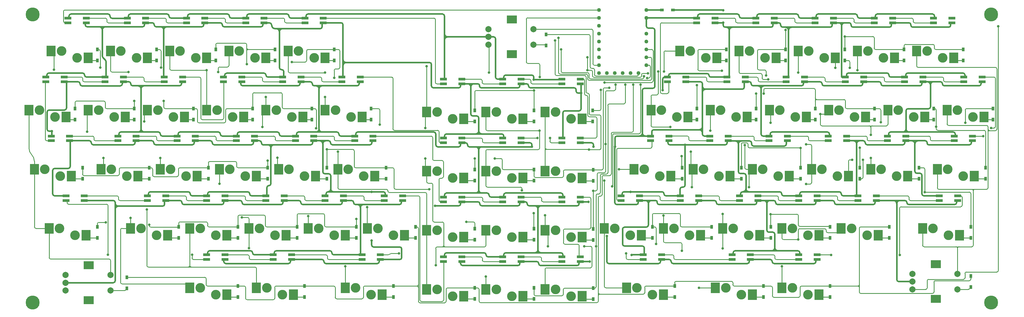
<source format=gbr>
G04 #@! TF.GenerationSoftware,KiCad,Pcbnew,7.0.9*
G04 #@! TF.CreationDate,2024-04-06T13:59:54+09:00*
G04 #@! TF.ProjectId,avain,61766169-6e2e-46b6-9963-61645f706362,rev?*
G04 #@! TF.SameCoordinates,Original*
G04 #@! TF.FileFunction,Copper,L2,Bot*
G04 #@! TF.FilePolarity,Positive*
%FSLAX46Y46*%
G04 Gerber Fmt 4.6, Leading zero omitted, Abs format (unit mm)*
G04 Created by KiCad (PCBNEW 7.0.9) date 2024-04-06 13:59:54*
%MOMM*%
%LPD*%
G01*
G04 APERTURE LIST*
G04 #@! TA.AperFunction,WasherPad*
%ADD10C,3.100000*%
G04 #@! TD*
G04 #@! TA.AperFunction,SMDPad,CuDef*
%ADD11R,3.000000X3.500000*%
G04 #@! TD*
G04 #@! TA.AperFunction,SMDPad,CuDef*
%ADD12R,0.950000X1.300000*%
G04 #@! TD*
G04 #@! TA.AperFunction,SMDPad,CuDef*
%ADD13R,2.200000X0.820000*%
G04 #@! TD*
G04 #@! TA.AperFunction,WasherPad*
%ADD14C,4.500000*%
G04 #@! TD*
G04 #@! TA.AperFunction,ComponentPad*
%ADD15C,2.000000*%
G04 #@! TD*
G04 #@! TA.AperFunction,ComponentPad*
%ADD16R,3.200000X2.500000*%
G04 #@! TD*
G04 #@! TA.AperFunction,SMDPad,CuDef*
%ADD17R,1.300000X0.950000*%
G04 #@! TD*
G04 #@! TA.AperFunction,ComponentPad*
%ADD18C,1.250000*%
G04 #@! TD*
G04 #@! TA.AperFunction,ViaPad*
%ADD19C,0.800000*%
G04 #@! TD*
G04 #@! TA.AperFunction,Conductor*
%ADD20C,0.250000*%
G04 #@! TD*
G04 #@! TA.AperFunction,Conductor*
%ADD21C,0.500000*%
G04 #@! TD*
G04 APERTURE END LIST*
D10*
X26601900Y-32012500D03*
X31601900Y-34212500D03*
D11*
X23251899Y-32012500D03*
X35151900Y-34212500D03*
D12*
X235743800Y-92262500D03*
X235743800Y-88712500D03*
X73818800Y-69662500D03*
X73818800Y-73212500D03*
X259556300Y-35112500D03*
X259556300Y-31562500D03*
X178593800Y-73818700D03*
X178593800Y-70268700D03*
D13*
X244700000Y-80206200D03*
X250600000Y-80206200D03*
X250600000Y-78706200D03*
X244700000Y-78706200D03*
D12*
X111918800Y-69662500D03*
X111918800Y-73212500D03*
D14*
X17287500Y-20250000D03*
D12*
X33337500Y-69662500D03*
X33337500Y-73212500D03*
X273843800Y-92262500D03*
X273843800Y-88712500D03*
D15*
X27843800Y-104193700D03*
X27843800Y-109193700D03*
X27843800Y-106693700D03*
D16*
X35343800Y-101093700D03*
X35343800Y-112293700D03*
D15*
X42343800Y-109193700D03*
X42343800Y-104193700D03*
D13*
X54200000Y-80206200D03*
X60100000Y-80206200D03*
X60100000Y-78706200D03*
X54200000Y-78706200D03*
X21537500Y-41956200D03*
X27437500Y-41956200D03*
X27437500Y-40456200D03*
X21537500Y-40456200D03*
X174400000Y-41112400D03*
X168500000Y-41112400D03*
X168500000Y-42612400D03*
X174400000Y-42612400D03*
X79150000Y-97706200D03*
X73250000Y-97706200D03*
X73250000Y-99206200D03*
X79150000Y-99206200D03*
X59640000Y-41956200D03*
X65540000Y-41956200D03*
X65540000Y-40456200D03*
X59640000Y-40456200D03*
X149450000Y-99862400D03*
X155350000Y-99862400D03*
X155350000Y-98362400D03*
X149450000Y-98362400D03*
D17*
X223275000Y-18876800D03*
X219725000Y-18876800D03*
D10*
X128350000Y-89162500D03*
X133350000Y-91362500D03*
D11*
X124999999Y-89162500D03*
X136900000Y-91362500D03*
D13*
X116790000Y-41956200D03*
X122690000Y-41956200D03*
X122690000Y-40456200D03*
X116790000Y-40456200D03*
D10*
X306943800Y-89162500D03*
X311943800Y-91362500D03*
D11*
X303593799Y-89162500D03*
X315493800Y-91362500D03*
D10*
X305043800Y-32012500D03*
X310043800Y-34212500D03*
D11*
X301693799Y-32012500D03*
X313593800Y-34212500D03*
D10*
X261700000Y-89162500D03*
X266700000Y-91362500D03*
D11*
X258349999Y-89162500D03*
X270250000Y-91362500D03*
D13*
X312993800Y-21456200D03*
X307093800Y-21456200D03*
X307093800Y-22956200D03*
X312993800Y-22956200D03*
D10*
X314824400Y-51062500D03*
X319824400Y-53262500D03*
D11*
X311474399Y-51062500D03*
X323374400Y-53262500D03*
D18*
X199525266Y-18845959D03*
X199525266Y-21365959D03*
X199525266Y-23905959D03*
X199525266Y-26435959D03*
X199525266Y-28985959D03*
X199525266Y-31525959D03*
X199525266Y-34065959D03*
X199525266Y-36605959D03*
X199525266Y-39145959D03*
X202065266Y-39145959D03*
X204615266Y-39145959D03*
X207145600Y-39145959D03*
X209695600Y-39145959D03*
X212225266Y-39145959D03*
X214765266Y-36605959D03*
X214765266Y-34065959D03*
X214765266Y-31525959D03*
X214765266Y-28985959D03*
X214765266Y-26435959D03*
X214765266Y-21365959D03*
X214765266Y-18845959D03*
D13*
X91743800Y-21456200D03*
X85843800Y-21456200D03*
X85843800Y-22956200D03*
X91743800Y-22956200D03*
D10*
X166450000Y-70718700D03*
X171450000Y-72918700D03*
D11*
X163099999Y-70718700D03*
X175000000Y-72918700D03*
D15*
X300343800Y-103812500D03*
X300343800Y-108812500D03*
X300343800Y-106312500D03*
D16*
X307843800Y-100712500D03*
X307843800Y-111912500D03*
D15*
X314843800Y-108812500D03*
X314843800Y-103812500D03*
D10*
X228843800Y-32012500D03*
X233843800Y-34212500D03*
D11*
X225493799Y-32012500D03*
X237393800Y-34212500D03*
D10*
X280750000Y-89162500D03*
X285750000Y-91362500D03*
D11*
X277399999Y-89162500D03*
X289300000Y-91362500D03*
D10*
X95690000Y-51062500D03*
X100690000Y-53262500D03*
D11*
X92339999Y-51062500D03*
X104240000Y-53262500D03*
D12*
X292893800Y-92262500D03*
X292893800Y-88712500D03*
D13*
X107743800Y-59456200D03*
X101843800Y-59456200D03*
X101843800Y-60956200D03*
X107743800Y-60956200D03*
D10*
X185500000Y-70718700D03*
X190500000Y-72918700D03*
D11*
X182149999Y-70718700D03*
X194050000Y-72918700D03*
D13*
X248218800Y-97706200D03*
X242318800Y-97706200D03*
X242318800Y-99206200D03*
X248218800Y-99206200D03*
X255843800Y-21456200D03*
X249943800Y-21456200D03*
X249943800Y-22956200D03*
X255843800Y-22956200D03*
D12*
X92868800Y-69662500D03*
X92868800Y-73212500D03*
D13*
X50593800Y-59456200D03*
X44693800Y-59456200D03*
X44693800Y-60956200D03*
X50593800Y-60956200D03*
D12*
X50006300Y-50612500D03*
X50006300Y-54162500D03*
D10*
X102843800Y-32012500D03*
X107843800Y-34212500D03*
D11*
X99493799Y-32012500D03*
X111393800Y-34212500D03*
D10*
X76640000Y-51062500D03*
X81640000Y-53262500D03*
D11*
X73289999Y-51062500D03*
X85190000Y-53262500D03*
D10*
X311706300Y-70112500D03*
X316706300Y-72312500D03*
D11*
X308356299Y-70112500D03*
X320256300Y-72312500D03*
D13*
X308993800Y-80206200D03*
X314893800Y-80206200D03*
X314893800Y-78706200D03*
X308993800Y-78706200D03*
D10*
X271225000Y-70112500D03*
X276225000Y-72312500D03*
D11*
X267874999Y-70112500D03*
X279775000Y-72312500D03*
D14*
X325637500Y-113050000D03*
D13*
X187550000Y-61612400D03*
X193450000Y-61612400D03*
X193450000Y-60112400D03*
X187550000Y-60112400D03*
X69643800Y-59456200D03*
X63743800Y-59456200D03*
X63743800Y-60956200D03*
X69643800Y-60956200D03*
D10*
X38540000Y-51062500D03*
X43540000Y-53262500D03*
D11*
X35189999Y-51062500D03*
X47090000Y-53262500D03*
D10*
X295780600Y-51062500D03*
X300780600Y-53262500D03*
D11*
X292430599Y-51062500D03*
X304330600Y-53262500D03*
D12*
X130968800Y-69662500D03*
X130968800Y-73212500D03*
D10*
X80743800Y-70112500D03*
X85743800Y-72312500D03*
D11*
X77393799Y-70112500D03*
X89293800Y-72312500D03*
D12*
X159543800Y-108368700D03*
X159543800Y-111918700D03*
X230981300Y-54162500D03*
X230981300Y-50612500D03*
D13*
X193450000Y-41112400D03*
X187550000Y-41112400D03*
X187550000Y-42612400D03*
X193450000Y-42612400D03*
X297830600Y-41956200D03*
X303730600Y-41956200D03*
X303730600Y-40456200D03*
X297830600Y-40456200D03*
D12*
X197643800Y-92950000D03*
X197643800Y-89400000D03*
X133350000Y-107762500D03*
X133350000Y-111312500D03*
X216693800Y-92262500D03*
X216693800Y-88712500D03*
D13*
X279175000Y-59456200D03*
X273275000Y-59456200D03*
X273275000Y-60956200D03*
X279175000Y-60956200D03*
X293943800Y-21456200D03*
X288043800Y-21456200D03*
X288043800Y-22956200D03*
X293943800Y-22956200D03*
D10*
X118843800Y-70112500D03*
X123843800Y-72312500D03*
D11*
X115493799Y-70112500D03*
X127393800Y-72312500D03*
D12*
X307181300Y-54162500D03*
X307181300Y-50612500D03*
D13*
X282800000Y-80206200D03*
X288700000Y-80206200D03*
X288700000Y-78706200D03*
X282800000Y-78706200D03*
X73250000Y-80206200D03*
X79150000Y-80206200D03*
X79150000Y-78706200D03*
X73250000Y-78706200D03*
X319656300Y-59456200D03*
X313756300Y-59456200D03*
X313756300Y-60956200D03*
X319656300Y-60956200D03*
D12*
X182500000Y-26725000D03*
X182500000Y-30275000D03*
D14*
X17287500Y-113050000D03*
D13*
X130400000Y-80206200D03*
X136300000Y-80206200D03*
X136300000Y-78706200D03*
X130400000Y-78706200D03*
D12*
X264318800Y-73212500D03*
X264318800Y-69662500D03*
D10*
X90250000Y-89162500D03*
X95250000Y-91362500D03*
D11*
X86899999Y-89162500D03*
X98800000Y-91362500D03*
D12*
X140493800Y-88712500D03*
X140493800Y-92262500D03*
X326231300Y-54162500D03*
X326231300Y-50612500D03*
X269081300Y-54162500D03*
X269081300Y-50612500D03*
D10*
X114740000Y-51062500D03*
X119740000Y-53262500D03*
D11*
X111389999Y-51062500D03*
X123290000Y-53262500D03*
D12*
X159543800Y-70268700D03*
X159543800Y-73818700D03*
D13*
X274893800Y-21456200D03*
X268993800Y-21456200D03*
X268993800Y-22956200D03*
X274893800Y-22956200D03*
D14*
X325637500Y-20250000D03*
D12*
X38100000Y-88712500D03*
X38100000Y-92262500D03*
D13*
X111350000Y-80206200D03*
X117250000Y-80206200D03*
X117250000Y-78706200D03*
X111350000Y-78706200D03*
D10*
X147400000Y-51668700D03*
X152400000Y-53868700D03*
D11*
X144049999Y-51668700D03*
X155950000Y-53868700D03*
D13*
X129156300Y-97706200D03*
X123256300Y-97706200D03*
X123256300Y-99206200D03*
X129156300Y-99206200D03*
X155350000Y-79112400D03*
X149450000Y-79112400D03*
X149450000Y-80612400D03*
X155350000Y-80612400D03*
D12*
X197643800Y-73900000D03*
X197643800Y-70350000D03*
D13*
X278780600Y-41956200D03*
X284680600Y-41956200D03*
X284680600Y-40456200D03*
X278780600Y-40456200D03*
D10*
X261700000Y-108300000D03*
X266700000Y-110500000D03*
D11*
X258349999Y-108300000D03*
X270250000Y-110500000D03*
D13*
X149450000Y-61612400D03*
X155350000Y-61612400D03*
X155350000Y-60112400D03*
X149450000Y-60112400D03*
D10*
X166450000Y-51668700D03*
X171450000Y-53868700D03*
D11*
X163099999Y-51668700D03*
X175000000Y-53868700D03*
D10*
X42643800Y-70112500D03*
X47643800Y-72312500D03*
D11*
X39293799Y-70112500D03*
X51193800Y-72312500D03*
D13*
X260125000Y-59456200D03*
X254225000Y-59456200D03*
X254225000Y-60956200D03*
X260125000Y-60956200D03*
D10*
X109300000Y-89162500D03*
X114300000Y-91362500D03*
D11*
X105949999Y-89162500D03*
X117850000Y-91362500D03*
D10*
X238630600Y-51062500D03*
X243630600Y-53262500D03*
D11*
X235280599Y-51062500D03*
X247180600Y-53262500D03*
D12*
X302418800Y-73212500D03*
X302418800Y-69662500D03*
X240506300Y-35112500D03*
X240506300Y-31562500D03*
X178593800Y-89318700D03*
X178593800Y-92868700D03*
X121443800Y-88712500D03*
X121443800Y-92262500D03*
D13*
X28006300Y-80206200D03*
X33906300Y-80206200D03*
X33906300Y-78706200D03*
X28006300Y-78706200D03*
D10*
X214075000Y-70112500D03*
X219075000Y-72312500D03*
D11*
X210724999Y-70112500D03*
X222625000Y-72312500D03*
D13*
X206600000Y-80206200D03*
X212500000Y-80206200D03*
X212500000Y-78706200D03*
X206600000Y-78706200D03*
D10*
X61693800Y-70112500D03*
X66693800Y-72312500D03*
D11*
X58343799Y-70112500D03*
X70243800Y-72312500D03*
D12*
X250031300Y-54162500D03*
X250031300Y-50612500D03*
X316706300Y-35112500D03*
X316706300Y-31562500D03*
X83343800Y-107762500D03*
X83343800Y-111312500D03*
D10*
X242650000Y-89162500D03*
X247650000Y-91362500D03*
D11*
X239299999Y-89162500D03*
X251200000Y-91362500D03*
D10*
X185500000Y-89768700D03*
X190500000Y-91968700D03*
D11*
X182149999Y-89768700D03*
X194050000Y-91968700D03*
D13*
X193450000Y-79112400D03*
X187550000Y-79112400D03*
X187550000Y-80612400D03*
X193450000Y-80612400D03*
D12*
X69056300Y-50612500D03*
X69056300Y-54162500D03*
D13*
X88693800Y-59456200D03*
X82793800Y-59456200D03*
X82793800Y-60956200D03*
X88693800Y-60956200D03*
D12*
X245268800Y-73212500D03*
X245268800Y-69662500D03*
X38100000Y-31562500D03*
X38100000Y-35112500D03*
X102393800Y-88712500D03*
X102393800Y-92262500D03*
D10*
X211693800Y-108300000D03*
X216693800Y-110500000D03*
D11*
X208343799Y-108300000D03*
X220243800Y-110500000D03*
D10*
X99793800Y-70112500D03*
X104793800Y-72312500D03*
D11*
X96443799Y-70112500D03*
X108343800Y-72312500D03*
D12*
X159543800Y-89318700D03*
X159543800Y-92868700D03*
X54768800Y-69662500D03*
X54768800Y-73212500D03*
D10*
X71200000Y-89162500D03*
X76200000Y-91362500D03*
D11*
X67849999Y-89162500D03*
X79750000Y-91362500D03*
D13*
X187550000Y-99862400D03*
X193450000Y-99862400D03*
X193450000Y-98362400D03*
X187550000Y-98362400D03*
X240680600Y-41956200D03*
X246580600Y-41956200D03*
X246580600Y-40456200D03*
X240680600Y-40456200D03*
X40590000Y-41956200D03*
X46490000Y-41956200D03*
X46490000Y-40456200D03*
X40590000Y-40456200D03*
D10*
X240268800Y-108300000D03*
X245268800Y-110500000D03*
D11*
X236918799Y-108300000D03*
X248818800Y-110500000D03*
D13*
X259730600Y-41956200D03*
X265630600Y-41956200D03*
X265630600Y-40456200D03*
X259730600Y-40456200D03*
X29162500Y-59456200D03*
X23262500Y-59456200D03*
X23262500Y-60956200D03*
X29162500Y-60956200D03*
D10*
X57590000Y-51062500D03*
X62590000Y-53262500D03*
D11*
X54239999Y-51062500D03*
X66140000Y-53262500D03*
D12*
X47625000Y-104918700D03*
X47625000Y-108468700D03*
D10*
X92631300Y-108300000D03*
X97631300Y-110500000D03*
D11*
X89281299Y-108300000D03*
X101181300Y-110500000D03*
D12*
X197643800Y-112000000D03*
X197643800Y-108450000D03*
D10*
X252175000Y-70112500D03*
X257175000Y-72312500D03*
D11*
X248824999Y-70112500D03*
X260725000Y-72312500D03*
D10*
X204550000Y-89162500D03*
X209550000Y-91362500D03*
D11*
X201199999Y-89162500D03*
X213100000Y-91362500D03*
D15*
X163950000Y-25000000D03*
X163950000Y-30000000D03*
X163950000Y-27500000D03*
D16*
X171450000Y-21900000D03*
X171450000Y-33100000D03*
D15*
X178450000Y-30000000D03*
X178450000Y-25000000D03*
D13*
X155350000Y-41112400D03*
X149450000Y-41112400D03*
X149450000Y-42612400D03*
X155350000Y-42612400D03*
D10*
X64743800Y-32012500D03*
X69743800Y-34212500D03*
D11*
X61393799Y-32012500D03*
X73293800Y-34212500D03*
D13*
X316874400Y-41956200D03*
X322774400Y-41956200D03*
X322774400Y-40456200D03*
X316874400Y-40456200D03*
D12*
X273843800Y-111312500D03*
X273843800Y-107762500D03*
X223837500Y-111312500D03*
X223837500Y-107762500D03*
D13*
X168500000Y-61612400D03*
X174400000Y-61612400D03*
X174400000Y-60112400D03*
X168500000Y-60112400D03*
X263750000Y-80206200D03*
X269650000Y-80206200D03*
X269650000Y-78706200D03*
X263750000Y-78706200D03*
D12*
X126206300Y-50612500D03*
X126206300Y-54162500D03*
D13*
X53643800Y-21456200D03*
X47743800Y-21456200D03*
X47743800Y-22956200D03*
X53643800Y-22956200D03*
D10*
X147400000Y-89768700D03*
X152400000Y-91968700D03*
D11*
X144049999Y-89768700D03*
X155950000Y-91968700D03*
D12*
X83343800Y-88712500D03*
X83343800Y-92262500D03*
X297656300Y-35112500D03*
X297656300Y-31562500D03*
D13*
X298225000Y-59456200D03*
X292325000Y-59456200D03*
X292325000Y-60956200D03*
X298225000Y-60956200D03*
D10*
X83793800Y-32012500D03*
X88793800Y-34212500D03*
D11*
X80443799Y-32012500D03*
X92343800Y-34212500D03*
D10*
X257680600Y-51062500D03*
X262680600Y-53262500D03*
D11*
X254330599Y-51062500D03*
X266230600Y-53262500D03*
D12*
X283368800Y-73212500D03*
X283368800Y-69662500D03*
D10*
X166450000Y-108818700D03*
X171450000Y-111018700D03*
D11*
X163099999Y-108818700D03*
X175000000Y-111018700D03*
D10*
X19487500Y-51062500D03*
X24487500Y-53262500D03*
D11*
X16137499Y-51062500D03*
X28037500Y-53262500D03*
D13*
X34551900Y-21456200D03*
X28651900Y-21456200D03*
X28651900Y-22956200D03*
X34551900Y-22956200D03*
D12*
X95250000Y-31562500D03*
X95250000Y-35112500D03*
X226218800Y-73212500D03*
X226218800Y-69662500D03*
X197500000Y-54775000D03*
X197500000Y-51225000D03*
D10*
X45693800Y-32012500D03*
X50693800Y-34212500D03*
D11*
X42343799Y-32012500D03*
X54243800Y-34212500D03*
D10*
X185500000Y-108818700D03*
X190500000Y-111018700D03*
D11*
X182149999Y-108818700D03*
X194050000Y-111018700D03*
D12*
X178593800Y-108368700D03*
X178593800Y-111918700D03*
D13*
X219643800Y-97706200D03*
X213743800Y-97706200D03*
X213743800Y-99206200D03*
X219643800Y-99206200D03*
X110793800Y-21456200D03*
X104893800Y-21456200D03*
X104893800Y-22956200D03*
X110793800Y-22956200D03*
D12*
X114300000Y-31562500D03*
X114300000Y-35112500D03*
D10*
X21212500Y-70112500D03*
X26212500Y-72312500D03*
D11*
X17862499Y-70112500D03*
X29762500Y-72312500D03*
D12*
X323850000Y-73212500D03*
X323850000Y-69662500D03*
D13*
X269650000Y-97706200D03*
X263750000Y-97706200D03*
X263750000Y-99206200D03*
X269650000Y-99206200D03*
D12*
X319087500Y-92262500D03*
X319087500Y-88712500D03*
X252412500Y-111312500D03*
X252412500Y-107762500D03*
X254793800Y-92262500D03*
X254793800Y-88712500D03*
D13*
X92300000Y-80206200D03*
X98200000Y-80206200D03*
X98200000Y-78706200D03*
X92300000Y-78706200D03*
D10*
X223600000Y-89162500D03*
X228600000Y-91362500D03*
D11*
X220249999Y-89162500D03*
X232150000Y-91362500D03*
D12*
X30956300Y-50612500D03*
X30956300Y-54162500D03*
D13*
X241075000Y-59456200D03*
X235175000Y-59456200D03*
X235175000Y-60956200D03*
X241075000Y-60956200D03*
X78690000Y-41956200D03*
X84590000Y-41956200D03*
X84590000Y-40456200D03*
X78690000Y-40456200D03*
D10*
X52150000Y-89162500D03*
X57150000Y-91362500D03*
D11*
X48799999Y-89162500D03*
X60700000Y-91362500D03*
D10*
X166450000Y-89768700D03*
X171450000Y-91968700D03*
D11*
X163099999Y-89768700D03*
X175000000Y-91968700D03*
D13*
X225650000Y-80206200D03*
X231550000Y-80206200D03*
X231550000Y-78706200D03*
X225650000Y-78706200D03*
D10*
X290275000Y-70112500D03*
X295275000Y-72312500D03*
D11*
X286924999Y-70112500D03*
X298825000Y-72312500D03*
D13*
X221550000Y-41956200D03*
X227450000Y-41956200D03*
X227450000Y-40456200D03*
X221550000Y-40456200D03*
X100581300Y-97706200D03*
X94681300Y-97706200D03*
X94681300Y-99206200D03*
X100581300Y-99206200D03*
D10*
X121206300Y-108300000D03*
X126206300Y-110500000D03*
D11*
X117856299Y-108300000D03*
X129756300Y-110500000D03*
D13*
X97740000Y-41956200D03*
X103640000Y-41956200D03*
X103640000Y-40456200D03*
X97740000Y-40456200D03*
X168500000Y-99862400D03*
X174400000Y-99862400D03*
X174400000Y-98362400D03*
X168500000Y-98362400D03*
D10*
X219580600Y-51062500D03*
X224580600Y-53262500D03*
D11*
X216230599Y-51062500D03*
X228130600Y-53262500D03*
D12*
X159543800Y-51218700D03*
X159543800Y-54768700D03*
D10*
X247893800Y-32012500D03*
X252893800Y-34212500D03*
D11*
X244543799Y-32012500D03*
X256443800Y-34212500D03*
D13*
X174400000Y-79112400D03*
X168500000Y-79112400D03*
X168500000Y-80612400D03*
X174400000Y-80612400D03*
D10*
X276730600Y-51062500D03*
X281730600Y-53262500D03*
D11*
X273380599Y-51062500D03*
X285280600Y-53262500D03*
D12*
X178593800Y-54768700D03*
X178593800Y-51218700D03*
X107156300Y-50612500D03*
X107156300Y-54162500D03*
X57150000Y-31562500D03*
X57150000Y-35112500D03*
D10*
X147400000Y-70718700D03*
X152400000Y-72918700D03*
D11*
X144049999Y-70718700D03*
X155950000Y-72918700D03*
D12*
X104775000Y-107762500D03*
X104775000Y-111312500D03*
D10*
X266943800Y-32012500D03*
X271943800Y-34212500D03*
D11*
X263593799Y-32012500D03*
X275493800Y-34212500D03*
D10*
X285993800Y-32012500D03*
X290993800Y-34212500D03*
D11*
X282643799Y-32012500D03*
X294543800Y-34212500D03*
D13*
X126793800Y-59456200D03*
X120893800Y-59456200D03*
X120893800Y-60956200D03*
X126793800Y-60956200D03*
D12*
X319087500Y-108087500D03*
X319087500Y-104537500D03*
X64293800Y-88712500D03*
X64293800Y-92262500D03*
D13*
X222025000Y-59456200D03*
X216125000Y-59456200D03*
X216125000Y-60956200D03*
X222025000Y-60956200D03*
D10*
X233125000Y-70112500D03*
X238125000Y-72312500D03*
D11*
X229774999Y-70112500D03*
X241675000Y-72312500D03*
D10*
X185500000Y-51668700D03*
X190500000Y-53868700D03*
D11*
X182149999Y-51668700D03*
X194050000Y-53868700D03*
D12*
X278606300Y-35112500D03*
X278606300Y-31562500D03*
D10*
X71200000Y-108300000D03*
X76200000Y-110500000D03*
D11*
X67849999Y-108300000D03*
X79750000Y-110500000D03*
D12*
X76200000Y-31562500D03*
X76200000Y-35112500D03*
D13*
X236793800Y-21456200D03*
X230893800Y-21456200D03*
X230893800Y-22956200D03*
X236793800Y-22956200D03*
X72693800Y-21456200D03*
X66793800Y-21456200D03*
X66793800Y-22956200D03*
X72693800Y-22956200D03*
D12*
X288131300Y-54162500D03*
X288131300Y-50612500D03*
D10*
X147400000Y-108818700D03*
X152400000Y-111018700D03*
D11*
X144049999Y-108818700D03*
X155950000Y-111018700D03*
D12*
X88106300Y-50612500D03*
X88106300Y-54162500D03*
D10*
X25956300Y-89162500D03*
X30956300Y-91362500D03*
D11*
X22606299Y-89162500D03*
X34506300Y-91362500D03*
D19*
X59490000Y-48096200D03*
X159543800Y-66650000D03*
X290134715Y-55006900D03*
X108518800Y-56943943D03*
X166000000Y-66650000D03*
X230980087Y-43018057D03*
X128977687Y-55771346D03*
X317324400Y-55139400D03*
X50008030Y-48098669D03*
X202789800Y-43914400D03*
X250033096Y-45756273D03*
X252499961Y-45756273D03*
X283368800Y-63241600D03*
X197643800Y-77069500D03*
X144911362Y-76561311D03*
X178523300Y-84275500D03*
X307983200Y-56458300D03*
X226050924Y-65881320D03*
X204797651Y-42916400D03*
X201569812Y-62042090D03*
X111926200Y-63743180D03*
X92878474Y-67340694D03*
X264314160Y-63259987D03*
X304317900Y-77488800D03*
X217874243Y-94161179D03*
X254671258Y-84609422D03*
X121444134Y-86141210D03*
X54823772Y-88038041D03*
X40807200Y-87269887D03*
X198558075Y-94950181D03*
X207931923Y-42916400D03*
X156803875Y-87108472D03*
X210518423Y-42916400D03*
X58587848Y-37355403D03*
X239010371Y-38418100D03*
X259556100Y-25255917D03*
X39038301Y-37360788D03*
X278606300Y-27357118D03*
X200120812Y-44622271D03*
X253233653Y-39898196D03*
X100701900Y-35597200D03*
X114305514Y-40714085D03*
X178603531Y-44763800D03*
X86171318Y-36265206D03*
X275493800Y-37509100D03*
X280171000Y-37509100D03*
X280985000Y-67083236D03*
X284436164Y-67076241D03*
X196117400Y-80611855D03*
X239480637Y-18904100D03*
X219998100Y-44635600D03*
X126348100Y-93055300D03*
X146742500Y-81912800D03*
X209657733Y-77404300D03*
X239465099Y-22932993D03*
X202013700Y-91651200D03*
X126359715Y-77410811D03*
X227206100Y-62284175D03*
X193778698Y-45628756D03*
X204617400Y-62891590D03*
X23500000Y-57898100D03*
X209970637Y-97738286D03*
X177924695Y-62893983D03*
X196500500Y-99873166D03*
X197724297Y-62891590D03*
X178513960Y-41282052D03*
X183710073Y-60075273D03*
X179673242Y-60075273D03*
X41531700Y-97640900D03*
X68574499Y-97640900D03*
X208254392Y-97222600D03*
X135133252Y-97222600D03*
X274149430Y-97720997D03*
X296232241Y-97730023D03*
X325607322Y-56862843D03*
X323125500Y-59458924D03*
X194772016Y-94948000D03*
X183085300Y-94948000D03*
X180397742Y-57712400D03*
X174698300Y-76961000D03*
X180404301Y-40422900D03*
X182150000Y-85000000D03*
X214966500Y-40729300D03*
X212859247Y-42918102D03*
X203693900Y-75679300D03*
X24146509Y-38080357D03*
X40068600Y-66516200D03*
X34848200Y-58040600D03*
X205897600Y-70111831D03*
X48800000Y-85808900D03*
X196313552Y-63763800D03*
X185361033Y-28675000D03*
X201200000Y-73794300D03*
X226161848Y-96399681D03*
X229060721Y-64468115D03*
X53210500Y-54781200D03*
X58343800Y-66516200D03*
X218518300Y-38629600D03*
X54050000Y-83114000D03*
X213949900Y-40148100D03*
X187336902Y-31525000D03*
X222432000Y-56526573D03*
X48143900Y-38822600D03*
X231687038Y-108312962D03*
X220385100Y-38629600D03*
X220255098Y-85087545D03*
X229412200Y-75898500D03*
X247779700Y-75898500D03*
X239307930Y-84581697D03*
X77391632Y-74812509D03*
X86900000Y-95526800D03*
X246385200Y-62337600D03*
X258350000Y-101397400D03*
X239300000Y-95675181D03*
X253950700Y-41212035D03*
X235280600Y-57678100D03*
X84615345Y-85645220D03*
X117856300Y-101379000D03*
X73290000Y-38234100D03*
X263598488Y-38983800D03*
X124887068Y-82364800D03*
X77001900Y-38839100D03*
X105961810Y-85179750D03*
X96000000Y-66390300D03*
X92340000Y-46858000D03*
X266154229Y-74930518D03*
X266159800Y-62098900D03*
X254675200Y-55127380D03*
X263612414Y-92771907D03*
X91209785Y-56500000D03*
X215273241Y-39263069D03*
X195795586Y-38244000D03*
X286934000Y-59081000D03*
X195809816Y-34058147D03*
X111384609Y-46850000D03*
X270724708Y-52335611D03*
X111391583Y-39031137D03*
X282643800Y-38259300D03*
X286934000Y-66516200D03*
X115501861Y-64467680D03*
X143592800Y-66650000D03*
X146966800Y-101038900D03*
X163105779Y-104699773D03*
X143592800Y-56854800D03*
X144056694Y-36942900D03*
X186482407Y-27785883D03*
X164119000Y-38970900D03*
X201303200Y-42191900D03*
X327966300Y-24133100D03*
D20*
X178593800Y-70268700D02*
X168809446Y-70268700D01*
X250031300Y-45758069D02*
X250033096Y-45756273D01*
X230981300Y-43019270D02*
X230981300Y-50612500D01*
X197643800Y-70350000D02*
X200384944Y-70350000D01*
X108062538Y-50612500D02*
X107156300Y-50612500D01*
X250031300Y-50612500D02*
X250031300Y-45758069D01*
X269081300Y-46645711D02*
X269081306Y-47172481D01*
X59490000Y-48096200D02*
X59490000Y-50152509D01*
X128506028Y-50612500D02*
X126206300Y-50612500D01*
X108522400Y-56940343D02*
X108522400Y-51072362D01*
X188055411Y-70809028D02*
X188055411Y-72336739D01*
X290134715Y-55006900D02*
X290134715Y-51071380D01*
X40187723Y-48168084D02*
X31415780Y-48168084D01*
X108518800Y-56943943D02*
X108522400Y-56940343D01*
X269081300Y-48162036D02*
X269081300Y-50612500D01*
X50006300Y-50612500D02*
X41106301Y-50612500D01*
X79377500Y-51072109D02*
X79377500Y-54724307D01*
X159543800Y-66650000D02*
X159543800Y-70268700D01*
X166000000Y-66650000D02*
X167890715Y-66650000D01*
X252958958Y-44113000D02*
X268621586Y-44113000D01*
X88106300Y-50612500D02*
X88106300Y-45931806D01*
X201305012Y-43914400D02*
X202789800Y-43914400D01*
X70300464Y-54724157D02*
X70300464Y-51071484D01*
X50006300Y-50612500D02*
X50006300Y-48100399D01*
X278308028Y-47677309D02*
X269566027Y-47677309D01*
X30956300Y-48627564D02*
X30956300Y-50612500D01*
X88565660Y-45472446D02*
X97130514Y-45472446D01*
X97590000Y-45931932D02*
X97590000Y-50151627D01*
X128965769Y-55759428D02*
X128965769Y-51072241D01*
X168350000Y-67109285D02*
X168350000Y-69809254D01*
X78917792Y-55184015D02*
X70760322Y-55184015D01*
X178593800Y-72336669D02*
X178593800Y-70268700D01*
X278767404Y-50153606D02*
X278767404Y-48136685D01*
X288131300Y-50612500D02*
X279226298Y-50612500D01*
X128977687Y-55771346D02*
X128965769Y-55759428D01*
X269081300Y-44572714D02*
X269081300Y-46645711D01*
X197643800Y-70350000D02*
X188514439Y-70350000D01*
X88106300Y-50612500D02*
X79837109Y-50612500D01*
X187596550Y-72795600D02*
X179052731Y-72795600D01*
X326231300Y-50612500D02*
X317785089Y-50612500D01*
X288131300Y-50612500D02*
X289675835Y-50612500D01*
X59949991Y-50612500D02*
X69056300Y-50612500D01*
X200845312Y-69889632D02*
X200845312Y-44374100D01*
X317324400Y-51073189D02*
X317324400Y-55139400D01*
X40647202Y-50153401D02*
X40647202Y-48627563D01*
X230980087Y-43018057D02*
X230981300Y-43019270D01*
X69841480Y-50612500D02*
X69056300Y-50612500D01*
X269081300Y-46645711D02*
X269081300Y-48162036D01*
X252499961Y-45756273D02*
X252499980Y-44571970D01*
X98050873Y-50612500D02*
X107156300Y-50612500D01*
X40647200Y-50153401D02*
G75*
G03*
X41106301Y-50612500I459100J1D01*
G01*
X31415780Y-48168100D02*
G75*
G03*
X30956300Y-48627564I20J-459500D01*
G01*
X317785089Y-50612500D02*
G75*
G03*
X317324400Y-51073189I11J-460700D01*
G01*
X269081291Y-47172481D02*
G75*
G03*
X269586139Y-47677309I504809J-19D01*
G01*
X252958958Y-44112980D02*
G75*
G03*
X252499980Y-44571970I42J-459020D01*
G01*
X188514439Y-70350011D02*
G75*
G03*
X188055411Y-70809028I-39J-458989D01*
G01*
X97590000Y-50151627D02*
G75*
G03*
X98050873Y-50612500I460900J27D01*
G01*
X269566027Y-47677300D02*
G75*
G03*
X269081300Y-48162036I-27J-484700D01*
G01*
X40647216Y-48627563D02*
G75*
G03*
X40187723Y-48168084I-459516J-37D01*
G01*
X108522400Y-51072362D02*
G75*
G03*
X108062538Y-50612500I-459900J-38D01*
G01*
X269081300Y-44572714D02*
G75*
G03*
X268621586Y-44113000I-459700J14D01*
G01*
X278767391Y-48136685D02*
G75*
G03*
X278308028Y-47677309I-459391J-15D01*
G01*
X78917792Y-55184000D02*
G75*
G03*
X79377500Y-54724307I8J459700D01*
G01*
X79837109Y-50612500D02*
G75*
G03*
X79377500Y-51072109I-9J-459600D01*
G01*
X278767400Y-50153606D02*
G75*
G03*
X279226298Y-50612500I458900J6D01*
G01*
X128965800Y-51072241D02*
G75*
G03*
X128506028Y-50612500I-459800J-59D01*
G01*
X168350000Y-67109285D02*
G75*
G03*
X167890715Y-66650000I-459300J-15D01*
G01*
X187596550Y-72795511D02*
G75*
G03*
X188055411Y-72336739I50J458811D01*
G01*
X290134700Y-51071380D02*
G75*
G03*
X289675835Y-50612500I-458900J-20D01*
G01*
X200384944Y-70350012D02*
G75*
G03*
X200845312Y-69889632I-44J460412D01*
G01*
X201305012Y-43914412D02*
G75*
G03*
X200845312Y-44374100I-12J-459688D01*
G01*
X88565660Y-45472400D02*
G75*
G03*
X88106300Y-45931806I40J-459400D01*
G01*
X70300500Y-51071484D02*
G75*
G03*
X69841480Y-50612500I-459000J-16D01*
G01*
X178593800Y-72336669D02*
G75*
G03*
X179052731Y-72795600I458900J-31D01*
G01*
X50008029Y-48098700D02*
G75*
G03*
X50006300Y-48100399I-29J-1700D01*
G01*
X59490000Y-50152509D02*
G75*
G03*
X59949991Y-50612500I460000J9D01*
G01*
X97589954Y-45931932D02*
G75*
G03*
X97130514Y-45472446I-459454J32D01*
G01*
X168350000Y-69809254D02*
G75*
G03*
X168809446Y-70268700I459400J-46D01*
G01*
X70300485Y-54724157D02*
G75*
G03*
X70760322Y-55184015I459815J-43D01*
G01*
X30956300Y-54162500D02*
X28037500Y-54162500D01*
X28037500Y-54162500D02*
X28037500Y-53262500D01*
X45143800Y-71729761D02*
X45143800Y-70122166D01*
X201614180Y-62086458D02*
X201614180Y-70800108D01*
X201154488Y-71259800D02*
X199397012Y-71259800D01*
X111926200Y-63743180D02*
X120285140Y-63743180D01*
X178523300Y-89318700D02*
X178593800Y-89318700D01*
X226050924Y-65881320D02*
X226059000Y-65889396D01*
X307181300Y-50612500D02*
X307524004Y-50612500D01*
X226059000Y-69662500D02*
X226218800Y-69662500D01*
X82928929Y-69203110D02*
X82928929Y-68101855D01*
X82469402Y-67642328D02*
X74278482Y-67642328D01*
X33796596Y-72189400D02*
X44684161Y-72189400D01*
X308443010Y-57579300D02*
X323390658Y-57579300D01*
X201614180Y-61997722D02*
X201569812Y-62042090D01*
X204792004Y-42922047D02*
X204792004Y-44432196D01*
X226059000Y-65889396D02*
X226059000Y-69662500D01*
X64653218Y-69662500D02*
X73818800Y-69662500D01*
X92878474Y-67340694D02*
X92868800Y-67350368D01*
X198938100Y-71718712D02*
X198938100Y-76609531D01*
X178523300Y-84275500D02*
X178523300Y-89318700D01*
X56328068Y-72500000D02*
X63734084Y-72500000D01*
X204333414Y-44831840D02*
X202073374Y-44831902D01*
X204797651Y-42916400D02*
X204792004Y-42922047D01*
X245268800Y-69662500D02*
X245268800Y-62069664D01*
X92868800Y-69662500D02*
X83388319Y-69662500D01*
X120743800Y-64201840D02*
X120743800Y-69204756D01*
X245727864Y-61610600D02*
X246960324Y-61610600D01*
X73818800Y-68102010D02*
X73818800Y-69662500D01*
X45603466Y-69662500D02*
X54768800Y-69662500D01*
X247879513Y-63241600D02*
X264295773Y-63241600D01*
X201614180Y-45291109D02*
X201614180Y-61997722D01*
X111926200Y-63743180D02*
X111918800Y-63750580D01*
X307983200Y-56458300D02*
X307983200Y-51071696D01*
X121201544Y-69662500D02*
X130968800Y-69662500D01*
X130968800Y-69662500D02*
X133094984Y-69662500D01*
X111918800Y-63750580D02*
X111918800Y-69662500D01*
X144911362Y-76561311D02*
X134014257Y-76561311D01*
X283368800Y-69662500D02*
X283368800Y-63241600D01*
X64193800Y-72040284D02*
X64193800Y-70121918D01*
X55868800Y-70121930D02*
X55868800Y-72040732D01*
X197643800Y-89400000D02*
X197643800Y-77069500D01*
X92868800Y-67350368D02*
X92868800Y-69662500D01*
X33337500Y-69662500D02*
X33337500Y-71730304D01*
X247420800Y-62071076D02*
X247420800Y-62782887D01*
X133554300Y-70121816D02*
X133554300Y-76101354D01*
X54768800Y-69662500D02*
X55409370Y-69662500D01*
X307983200Y-56458300D02*
X307983200Y-57119490D01*
X264318800Y-69662500D02*
X264318800Y-63264627D01*
X198478131Y-77069500D02*
X197643800Y-77069500D01*
X323850000Y-58038642D02*
X323850000Y-69662500D01*
X201569812Y-62042090D02*
X201614180Y-62086458D01*
X201154488Y-71259780D02*
G75*
G03*
X201614180Y-70800108I12J459680D01*
G01*
X55868800Y-72040732D02*
G75*
G03*
X56328068Y-72500000I459300J32D01*
G01*
X204333414Y-44831834D02*
G75*
G03*
X204792004Y-44432196I-1914J465134D01*
G01*
X202073374Y-44831880D02*
G75*
G03*
X201614180Y-45291109I26J-459220D01*
G01*
X247420800Y-62782887D02*
G75*
G03*
X247879513Y-63241600I458700J-13D01*
G01*
X82928972Y-68101855D02*
G75*
G03*
X82469402Y-67642328I-459572J-45D01*
G01*
X120743720Y-64201840D02*
G75*
G03*
X120285140Y-63743180I-458620J40D01*
G01*
X44684161Y-72189400D02*
G75*
G03*
X45143800Y-71729761I39J459600D01*
G01*
X307983200Y-57119490D02*
G75*
G03*
X308443010Y-57579300I459800J-10D01*
G01*
X45603466Y-69662500D02*
G75*
G03*
X45143800Y-70122166I34J-459700D01*
G01*
X133554389Y-76101354D02*
G75*
G03*
X134014257Y-76561311I459911J-46D01*
G01*
X199397012Y-71259800D02*
G75*
G03*
X198938100Y-71718712I-12J-458900D01*
G01*
X247420800Y-62071076D02*
G75*
G03*
X246960324Y-61610600I-460500J-24D01*
G01*
X323850000Y-58038642D02*
G75*
G03*
X323390658Y-57579300I-459300J42D01*
G01*
X120743800Y-69204756D02*
G75*
G03*
X121201544Y-69662500I457700J-44D01*
G01*
X245727864Y-61610600D02*
G75*
G03*
X245268800Y-62069664I36J-459100D01*
G01*
X55868800Y-70121930D02*
G75*
G03*
X55409370Y-69662500I-459400J30D01*
G01*
X133554300Y-70121816D02*
G75*
G03*
X133094984Y-69662500I-459300J16D01*
G01*
X82928900Y-69203110D02*
G75*
G03*
X83388319Y-69662500I459400J10D01*
G01*
X33337500Y-71730304D02*
G75*
G03*
X33796596Y-72189400I459100J4D01*
G01*
X264314200Y-63259987D02*
G75*
G03*
X264295773Y-63241600I-18400J-13D01*
G01*
X264318813Y-63264627D02*
G75*
G03*
X264314160Y-63259987I-4613J27D01*
G01*
X64653218Y-69662500D02*
G75*
G03*
X64193800Y-70121918I-18J-459400D01*
G01*
X74278482Y-67642300D02*
G75*
G03*
X73818800Y-68102010I18J-459700D01*
G01*
X198478131Y-77069500D02*
G75*
G03*
X198938100Y-76609531I-31J460000D01*
G01*
X307983200Y-51071696D02*
G75*
G03*
X307524004Y-50612500I-459200J-4D01*
G01*
X63734084Y-72500000D02*
G75*
G03*
X64193800Y-72040284I16J459700D01*
G01*
X33337500Y-73212500D02*
X29762500Y-73212500D01*
X29762500Y-73212500D02*
X29762500Y-72312500D01*
X198558075Y-78544496D02*
X198558075Y-94950181D01*
X216693800Y-84822632D02*
X216693800Y-88712500D01*
X73562652Y-87544856D02*
X73562652Y-88253212D01*
X207931923Y-42916400D02*
X207935600Y-42920077D01*
X225201525Y-84363045D02*
X217153387Y-84363045D01*
X319087500Y-77947848D02*
X319087500Y-88712500D01*
X199918939Y-72170646D02*
X199918939Y-77625514D01*
X303858269Y-69662500D02*
X302418800Y-69662500D01*
X91690293Y-84920720D02*
X83803836Y-84920720D01*
X83343800Y-85380756D02*
X83343800Y-88712500D01*
X110740396Y-84455250D02*
X102853407Y-84455250D01*
X235743800Y-88712500D02*
X226120349Y-88712500D01*
X199459428Y-78085016D02*
X199017572Y-78085008D01*
X64753884Y-87085600D02*
X73103396Y-87085600D01*
X178593800Y-110436210D02*
X178593800Y-108368700D01*
X198558075Y-107990421D02*
X198558075Y-94950181D01*
X207935600Y-42920077D02*
X207935600Y-48651840D01*
X64293800Y-88792400D02*
X55284052Y-88792400D01*
X225660841Y-88252992D02*
X225660841Y-84822361D01*
X64293800Y-88712500D02*
X64293800Y-87545684D01*
X263624600Y-85069188D02*
X263624600Y-88076499D01*
X264083001Y-88534900D02*
X273666200Y-88534900D01*
X207476640Y-49110800D02*
X202797420Y-49110800D01*
X202338680Y-49569540D02*
X202338680Y-71252016D01*
X40807200Y-87269887D02*
X38561216Y-87269887D01*
X64293800Y-88712500D02*
X64293800Y-88792400D01*
X188000000Y-108909415D02*
X188000000Y-110436818D01*
X156803875Y-87108472D02*
X159084177Y-87108472D01*
X254671258Y-88589958D02*
X254671258Y-84609422D01*
X201878996Y-71711700D02*
X200377885Y-71711700D01*
X121443800Y-86141544D02*
X121443800Y-88712500D01*
X102393800Y-84914857D02*
X102393800Y-88712500D01*
X38100000Y-88712500D02*
X38100000Y-87731103D01*
X197988686Y-108450000D02*
X197643800Y-108450000D01*
X217874243Y-94161179D02*
X217874243Y-89171008D01*
X92150000Y-88253331D02*
X92150000Y-85380427D01*
X198558075Y-94950181D02*
X198448436Y-95059820D01*
X304317900Y-77488800D02*
X304317900Y-70122131D01*
X187541218Y-110895600D02*
X179053190Y-110895600D01*
X216693800Y-88712500D02*
X217415735Y-88712500D01*
X121443800Y-88712500D02*
X111658376Y-88712500D01*
X121444134Y-86141210D02*
X121443800Y-86141544D01*
X254671258Y-84609422D02*
X263164834Y-84609422D01*
X74021940Y-88712500D02*
X83343800Y-88712500D01*
X197643800Y-108450000D02*
X188459415Y-108450000D01*
X102393800Y-88712500D02*
X92609169Y-88712500D01*
X54823772Y-88038041D02*
X54823788Y-88332161D01*
X304317900Y-77488800D02*
X318628452Y-77488800D01*
X197643800Y-108450000D02*
X198098496Y-108450000D01*
X111200000Y-88254124D02*
X111200000Y-84914854D01*
X159543800Y-89318700D02*
X159543800Y-87568095D01*
X92149980Y-85380427D02*
G75*
G03*
X91690293Y-84920720I-459680J27D01*
G01*
X199017572Y-78084975D02*
G75*
G03*
X198558075Y-78544496I28J-459525D01*
G01*
X304317900Y-70122131D02*
G75*
G03*
X303858269Y-69662500I-459600J31D01*
G01*
X225660800Y-88252992D02*
G75*
G03*
X226120349Y-88712500I459500J-8D01*
G01*
X254671300Y-88589958D02*
G75*
G03*
X254793800Y-88712500I122500J-42D01*
G01*
X200377885Y-71711639D02*
G75*
G03*
X199918939Y-72170646I15J-458961D01*
G01*
X102853407Y-84455300D02*
G75*
G03*
X102393800Y-84914857I-7J-459600D01*
G01*
X187541218Y-110895600D02*
G75*
G03*
X188000000Y-110436818I-18J458800D01*
G01*
X202797420Y-49110780D02*
G75*
G03*
X202338680Y-49569540I-20J-458720D01*
G01*
X207476640Y-49110800D02*
G75*
G03*
X207935600Y-48651840I-40J459000D01*
G01*
X273843800Y-88712500D02*
G75*
G03*
X273666200Y-88534900I-177600J0D01*
G01*
X73562700Y-87544856D02*
G75*
G03*
X73103396Y-87085600I-459300J-44D01*
G01*
X217153387Y-84363000D02*
G75*
G03*
X216693800Y-84822632I13J-459600D01*
G01*
X217874200Y-89171008D02*
G75*
G03*
X217415735Y-88712500I-458500J8D01*
G01*
X263624578Y-85069188D02*
G75*
G03*
X263164834Y-84609422I-459778J-12D01*
G01*
X201878996Y-71711680D02*
G75*
G03*
X202338680Y-71252016I4J459680D01*
G01*
X198098496Y-108449975D02*
G75*
G03*
X198558075Y-107990421I4J459575D01*
G01*
X319087500Y-77947848D02*
G75*
G03*
X318628452Y-77488800I-459000J48D01*
G01*
X263624600Y-88076499D02*
G75*
G03*
X264083001Y-88534900I458400J-1D01*
G01*
X111200050Y-84914854D02*
G75*
G03*
X110740396Y-84455250I-459650J-46D01*
G01*
X92150000Y-88253331D02*
G75*
G03*
X92609169Y-88712500I459200J31D01*
G01*
X64753884Y-87085600D02*
G75*
G03*
X64293800Y-87545684I16J-460100D01*
G01*
X54823800Y-88332161D02*
G75*
G03*
X55284052Y-88792400I460300J61D01*
G01*
X159543828Y-87568095D02*
G75*
G03*
X159084177Y-87108472I-459628J-5D01*
G01*
X178593800Y-110436210D02*
G75*
G03*
X179053190Y-110895600I459400J10D01*
G01*
X111200000Y-88254124D02*
G75*
G03*
X111658376Y-88712500I458400J24D01*
G01*
X83803836Y-84920800D02*
G75*
G03*
X83343800Y-85380756I-36J-460000D01*
G01*
X225660855Y-84822361D02*
G75*
G03*
X225201525Y-84363045I-459355J-39D01*
G01*
X73562600Y-88253212D02*
G75*
G03*
X74021940Y-88712500I459300J12D01*
G01*
X199459428Y-78085039D02*
G75*
G03*
X199918939Y-77625514I-28J459539D01*
G01*
X38561216Y-87269900D02*
G75*
G03*
X38100000Y-87731103I-16J-461200D01*
G01*
X188459415Y-108450000D02*
G75*
G03*
X188000000Y-108909415I-15J-459400D01*
G01*
X38100000Y-92262500D02*
X35406300Y-92262500D01*
X34506300Y-91362500D02*
G75*
G03*
X35406300Y-92262500I900000J0D01*
G01*
X141402100Y-107057388D02*
X141402100Y-108278414D01*
X283250000Y-108242878D02*
X283250000Y-109679782D01*
X199770680Y-110376900D02*
X213734717Y-110376900D01*
X104775000Y-107762500D02*
X95635324Y-107762500D01*
X263740601Y-111364265D02*
X255736839Y-111364265D01*
X198822884Y-113095600D02*
X161373619Y-113095600D01*
X85800100Y-111702332D02*
X85800100Y-108221735D01*
X242560500Y-107302797D02*
X242560500Y-106682576D01*
X47625000Y-104918700D02*
X72640625Y-104918700D01*
X196165579Y-26725000D02*
X182500000Y-26725000D01*
X211765855Y-40097900D02*
X198489810Y-40097900D01*
X114620857Y-111390604D02*
X114620857Y-108222001D01*
X141402100Y-107057388D02*
X141402100Y-89171762D01*
X133350000Y-107762500D02*
X140916267Y-107762500D01*
X210520713Y-42918690D02*
X210520713Y-57786695D01*
X198030200Y-39638290D02*
X198030200Y-38072522D01*
X123247304Y-111849709D02*
X115079962Y-111849709D01*
X200475000Y-72623344D02*
X200475000Y-78335754D01*
X242101024Y-106223100D02*
X224297334Y-106223100D01*
X210518423Y-42916400D02*
X210520713Y-42918690D01*
X199282575Y-79254939D02*
X199282575Y-109639730D01*
X95175423Y-108222401D02*
X95175423Y-111702675D01*
X319087500Y-105581861D02*
X319087500Y-104537500D01*
X282766919Y-107762500D02*
X282769622Y-107762500D01*
X283250000Y-107205271D02*
X283250004Y-107279391D01*
X203441000Y-58705280D02*
X203441000Y-71703445D01*
X150304506Y-108828769D02*
X150304506Y-112686954D01*
X123706300Y-108222227D02*
X123706300Y-111390713D01*
X273843800Y-107762500D02*
X264659434Y-107762500D01*
X214653352Y-107762500D02*
X223837500Y-107762500D01*
X283250000Y-107205271D02*
X283250000Y-108242878D01*
X199282575Y-109639730D02*
X199282575Y-110883638D01*
X159543800Y-108368700D02*
X150764575Y-108368700D01*
X114161356Y-107762500D02*
X104775000Y-107762500D01*
X264200000Y-108221934D02*
X264200000Y-110904866D01*
X133350000Y-107762500D02*
X124166027Y-107762500D01*
X292893800Y-88712500D02*
X283709413Y-88712500D01*
X223837500Y-106682934D02*
X223837500Y-107762500D01*
X255277679Y-110905105D02*
X255277679Y-108221614D01*
X94716553Y-112161545D02*
X86259313Y-112161545D01*
X85340865Y-107762500D02*
X83343800Y-107762500D01*
X196625395Y-37154124D02*
X196625395Y-27184816D01*
X140493800Y-88712500D02*
X140942838Y-88712500D01*
X73100000Y-105378075D02*
X73100000Y-107303026D01*
X73559474Y-107762500D02*
X83343800Y-107762500D01*
X200015310Y-78795434D02*
X199742095Y-78795428D01*
X283709618Y-110139400D02*
X306790041Y-110139400D01*
X149845042Y-113146418D02*
X141861125Y-113146418D01*
X273843800Y-107762500D02*
X282766919Y-107762500D01*
X210061008Y-58246400D02*
X203899880Y-58246400D01*
X197570693Y-37612996D02*
X197084228Y-37612976D01*
X307708692Y-106041700D02*
X318627661Y-106041700D01*
X160914131Y-112636112D02*
X160914131Y-108827687D01*
X199282575Y-110883638D02*
X199282575Y-112635909D01*
X214193800Y-109917817D02*
X214193800Y-108222052D01*
X307249700Y-109679741D02*
X307249700Y-106500692D01*
X212225266Y-39145959D02*
X212225287Y-39638448D01*
X254818565Y-107762500D02*
X252412500Y-107762500D01*
X199282575Y-109639730D02*
X199282585Y-109888824D01*
X202980845Y-72163600D02*
X200934744Y-72163600D01*
X141402104Y-107276656D02*
X141402100Y-107057388D01*
X141402100Y-112687393D02*
X141402100Y-108278414D01*
X252412500Y-107762500D02*
X243020203Y-107762500D01*
X160455144Y-108368700D02*
X159543800Y-108368700D01*
X283250000Y-89171913D02*
X283250000Y-107205271D01*
X242560500Y-106682576D02*
G75*
G03*
X242101024Y-106223100I-459500J-24D01*
G01*
X160914100Y-112636112D02*
G75*
G03*
X161373619Y-113095600I459500J12D01*
G01*
X141402100Y-108278414D02*
G75*
G03*
X140886186Y-107762500I-515900J14D01*
G01*
X124166027Y-107762500D02*
G75*
G03*
X123706300Y-108222227I-27J-459700D01*
G01*
X73100000Y-105378075D02*
G75*
G03*
X72640625Y-104918700I-459400J-25D01*
G01*
X283250000Y-108242878D02*
G75*
G03*
X282769622Y-107762500I-480400J-22D01*
G01*
X242560500Y-107302797D02*
G75*
G03*
X243020203Y-107762500I459700J-3D01*
G01*
X213734717Y-110376900D02*
G75*
G03*
X214193800Y-109917817I-17J459100D01*
G01*
X141402082Y-112687393D02*
G75*
G03*
X141861125Y-113146418I459018J-7D01*
G01*
X196625324Y-37154124D02*
G75*
G03*
X197084228Y-37612976I458876J24D01*
G01*
X283709413Y-88712500D02*
G75*
G03*
X283250000Y-89171913I-13J-459400D01*
G01*
X283250000Y-109679782D02*
G75*
G03*
X283709618Y-110139400I459600J-18D01*
G01*
X198030204Y-38072522D02*
G75*
G03*
X197570693Y-37612996I-459504J22D01*
G01*
X263740601Y-111364300D02*
G75*
G03*
X264200000Y-110904866I-1J459400D01*
G01*
X198822884Y-113095575D02*
G75*
G03*
X199282575Y-112635909I16J459675D01*
G01*
X214653352Y-107762500D02*
G75*
G03*
X214193800Y-108222052I48J-459600D01*
G01*
X94716553Y-112161523D02*
G75*
G03*
X95175423Y-111702675I47J458823D01*
G01*
X224297334Y-106223100D02*
G75*
G03*
X223837500Y-106682934I-34J-459800D01*
G01*
X202980845Y-72163600D02*
G75*
G03*
X203441000Y-71703445I-45J460200D01*
G01*
X282766919Y-107762504D02*
G75*
G03*
X283250004Y-107279391I-19J483104D01*
G01*
X73100000Y-107303026D02*
G75*
G03*
X73559474Y-107762500I459500J26D01*
G01*
X199789313Y-110376875D02*
G75*
G03*
X199282575Y-110883638I-13J-506725D01*
G01*
X306790041Y-110139400D02*
G75*
G03*
X307249700Y-109679741I-41J459700D01*
G01*
X255277700Y-108221614D02*
G75*
G03*
X254818565Y-107762500I-459100J14D01*
G01*
X114620900Y-108222001D02*
G75*
G03*
X114161356Y-107762500I-459500J1D01*
G01*
X85800100Y-108221735D02*
G75*
G03*
X85340865Y-107762500I-459200J35D01*
G01*
X200015310Y-78795500D02*
G75*
G03*
X200475000Y-78335754I-10J459700D01*
G01*
X203899880Y-58246400D02*
G75*
G03*
X203441000Y-58705280I20J-458900D01*
G01*
X85800055Y-111702332D02*
G75*
G03*
X86259313Y-112161545I459245J32D01*
G01*
X210061008Y-58246413D02*
G75*
G03*
X210520713Y-57786695I-8J459713D01*
G01*
X307708692Y-106041700D02*
G75*
G03*
X307249700Y-106500692I8J-459000D01*
G01*
X199742095Y-78795375D02*
G75*
G03*
X199282575Y-79254939I5J-459525D01*
G01*
X255277635Y-110905105D02*
G75*
G03*
X255736839Y-111364265I459165J5D01*
G01*
X200934744Y-72163600D02*
G75*
G03*
X200475000Y-72623344I-44J-459700D01*
G01*
X196625400Y-27184816D02*
G75*
G03*
X196165579Y-26725000I-459800J16D01*
G01*
X160914100Y-108827687D02*
G75*
G03*
X160455144Y-108368700I-459000J-13D01*
G01*
X123247304Y-111849700D02*
G75*
G03*
X123706300Y-111390713I-4J459000D01*
G01*
X114620891Y-111390604D02*
G75*
G03*
X115079962Y-111849709I459109J4D01*
G01*
X318627661Y-106041700D02*
G75*
G03*
X319087500Y-105581861I39J459800D01*
G01*
X211765855Y-40097887D02*
G75*
G03*
X212225287Y-39638448I45J459387D01*
G01*
X264659434Y-107762500D02*
G75*
G03*
X264200000Y-108221934I-34J-459400D01*
G01*
X141402100Y-89171762D02*
G75*
G03*
X140942838Y-88712500I-459300J-38D01*
G01*
X95635324Y-107762523D02*
G75*
G03*
X95175423Y-108222401I-24J-459877D01*
G01*
X149845042Y-113146506D02*
G75*
G03*
X150304506Y-112686954I-42J459506D01*
G01*
X199282600Y-109888824D02*
G75*
G03*
X199770680Y-110376900I488100J24D01*
G01*
X198030200Y-39638290D02*
G75*
G03*
X198489810Y-40097900I459600J-10D01*
G01*
X150764575Y-108368706D02*
G75*
G03*
X150304506Y-108828769I25J-460094D01*
G01*
X140916267Y-107762504D02*
G75*
G03*
X141402104Y-107276656I33J485804D01*
G01*
X46900000Y-109193700D02*
X42343800Y-109193700D01*
X46900000Y-109193700D02*
G75*
G03*
X47625000Y-108468700I0J725000D01*
G01*
X197500000Y-51225000D02*
X199662084Y-51225000D01*
X38581709Y-31562500D02*
X38100000Y-31562500D01*
X114300000Y-31562500D02*
X115646074Y-31562500D01*
X105443441Y-32024106D02*
X105443441Y-35138687D01*
X86152119Y-30009172D02*
X86152119Y-31026118D01*
X288025190Y-31103019D02*
X288025190Y-27816359D01*
X160002882Y-44763800D02*
X178603531Y-44763800D01*
X316706300Y-31562500D02*
X307828838Y-31562500D01*
X306909711Y-29908600D02*
X298114809Y-29908600D01*
X104984928Y-35597200D02*
X100701900Y-35597200D01*
X259556300Y-25256117D02*
X259556300Y-31562500D01*
X76200000Y-31562500D02*
X76200000Y-30007268D01*
X253233650Y-38602686D02*
X253233653Y-39898196D01*
X86152119Y-32014835D02*
X86152119Y-36246007D01*
X231291577Y-37958307D02*
X231291577Y-32022309D01*
X278606300Y-31562500D02*
X278606300Y-31951200D01*
X307368988Y-31102650D02*
X307368988Y-30367877D01*
X114300000Y-31562500D02*
X105905047Y-31562500D01*
X58128639Y-31562500D02*
X57150000Y-31562500D01*
X86152119Y-30996362D02*
X86152117Y-31026120D01*
X85690604Y-29547657D02*
X76659611Y-29547657D01*
X231751386Y-31562500D02*
X240506300Y-31562500D01*
X178593800Y-51218700D02*
X178593800Y-44773531D01*
X58588100Y-37355151D02*
X58588100Y-32021961D01*
X287565949Y-27357118D02*
X278606300Y-27357118D01*
X114305514Y-40714085D02*
X114305514Y-38283370D01*
X39038301Y-37360788D02*
X39043378Y-37355711D01*
X239010371Y-38418100D02*
X231751370Y-38418100D01*
X114764941Y-37823943D02*
X115645707Y-37823943D01*
X297656300Y-30367109D02*
X297656300Y-31562500D01*
X86152119Y-31026118D02*
X86152117Y-31026120D01*
X278606300Y-31562500D02*
X278606300Y-27357118D01*
X116105363Y-37364287D02*
X116105363Y-32021789D01*
X297656300Y-31562500D02*
X288484671Y-31562500D01*
X259556300Y-31562500D02*
X250944678Y-31562500D01*
X58587848Y-37355403D02*
X58588100Y-37355151D01*
X39043378Y-37355711D02*
X39043378Y-32024169D01*
X95250000Y-31562500D02*
X86604454Y-31562500D01*
X200120812Y-44622271D02*
X200120812Y-50766272D01*
X259556100Y-25255917D02*
X259556300Y-25256117D01*
X250939843Y-38143310D02*
X252774273Y-38143310D01*
X159543800Y-45222882D02*
X159543800Y-51218700D01*
X250485309Y-32021869D02*
X250485309Y-37688776D01*
X86152119Y-32014835D02*
X86152119Y-30996362D01*
X86604454Y-31562419D02*
G75*
G03*
X86152119Y-32014835I46J-452381D01*
G01*
X298114809Y-29908600D02*
G75*
G03*
X297656300Y-30367109I-9J-458500D01*
G01*
X105905047Y-31562541D02*
G75*
G03*
X105443441Y-32024106I-47J-461559D01*
G01*
X104984928Y-35597241D02*
G75*
G03*
X105443441Y-35138687I-28J458541D01*
G01*
X307369000Y-30367877D02*
G75*
G03*
X306909711Y-29908600I-459300J-23D01*
G01*
X86152143Y-30009172D02*
G75*
G03*
X85690604Y-29547657I-461543J-28D01*
G01*
X307368900Y-31102650D02*
G75*
G03*
X307828838Y-31562500I459900J50D01*
G01*
X288025200Y-31103019D02*
G75*
G03*
X288484671Y-31562500I459500J19D01*
G01*
X86152200Y-31026120D02*
G75*
G03*
X86688460Y-31562500I536300J-80D01*
G01*
X178603531Y-44763800D02*
G75*
G03*
X178593800Y-44773531I-31J-9700D01*
G01*
X116105400Y-32021789D02*
G75*
G03*
X115646074Y-31562500I-459300J-11D01*
G01*
X160002882Y-44763800D02*
G75*
G03*
X159543800Y-45222882I18J-459100D01*
G01*
X250944678Y-31562509D02*
G75*
G03*
X250485309Y-32021869I22J-459391D01*
G01*
X253233690Y-38602686D02*
G75*
G03*
X252774273Y-38143310I-459390J-14D01*
G01*
X76659611Y-29547700D02*
G75*
G03*
X76200000Y-30007268I-11J-459600D01*
G01*
X58588100Y-32021961D02*
G75*
G03*
X58128639Y-31562500I-459500J-39D01*
G01*
X114764941Y-37824014D02*
G75*
G03*
X114305514Y-38283370I-41J-459386D01*
G01*
X250485290Y-37688776D02*
G75*
G03*
X250939843Y-38143310I454510J-24D01*
G01*
X288025182Y-27816359D02*
G75*
G03*
X287565949Y-27357118I-459282J-41D01*
G01*
X231751386Y-31562477D02*
G75*
G03*
X231291577Y-32022309I14J-459823D01*
G01*
X199662084Y-51225012D02*
G75*
G03*
X200120812Y-50766272I16J458712D01*
G01*
X39043400Y-32024169D02*
G75*
G03*
X38581709Y-31562500I-461700J-31D01*
G01*
X86152094Y-36246007D02*
G75*
G03*
X86171318Y-36265206I19206J7D01*
G01*
X231291600Y-37958307D02*
G75*
G03*
X231751370Y-38418100I459800J7D01*
G01*
X115645707Y-37823963D02*
G75*
G03*
X116105363Y-37364287I-7J459663D01*
G01*
X35151900Y-35112500D02*
X35151900Y-34212500D01*
X38100000Y-35112500D02*
X35151900Y-35112500D01*
X50006300Y-54162500D02*
X47090000Y-54162500D01*
X47090000Y-54162500D02*
X47090000Y-53262500D01*
X54768800Y-73212500D02*
X52093800Y-73212500D01*
X51193800Y-72312500D02*
G75*
G03*
X52093800Y-73212500I900000J0D01*
G01*
X64293800Y-92262500D02*
X60700000Y-92262500D01*
X60700000Y-92262500D02*
X60700000Y-91362500D01*
X79750000Y-111312500D02*
X79750000Y-110500000D01*
X83343800Y-111312500D02*
X79750000Y-111312500D01*
X57150000Y-35112500D02*
X54243800Y-35112500D01*
X54243800Y-35112500D02*
X54243800Y-34212500D01*
X69056300Y-54162500D02*
X67040000Y-54162500D01*
X66140000Y-53262500D02*
G75*
G03*
X67040000Y-54162500I900000J0D01*
G01*
X70243800Y-73212500D02*
X70243800Y-72312500D01*
X73818800Y-73212500D02*
X70243800Y-73212500D01*
X79750000Y-92262500D02*
X79750000Y-91362500D01*
X83343800Y-92262500D02*
X79750000Y-92262500D01*
X101181300Y-111312500D02*
X101181300Y-110500000D01*
X104775000Y-111312500D02*
X101181300Y-111312500D01*
X73293800Y-35112500D02*
X76200000Y-35112500D01*
X73293800Y-34212500D02*
X73293800Y-35112500D01*
X88106300Y-54162500D02*
X85190000Y-54162500D01*
X85190000Y-54162500D02*
X85190000Y-53262500D01*
X92868800Y-73212500D02*
X90193800Y-73212500D01*
X89293800Y-72312500D02*
G75*
G03*
X90193800Y-73212500I900000J0D01*
G01*
X102393800Y-92262500D02*
X99700000Y-92262500D01*
X98800000Y-91362500D02*
G75*
G03*
X99700000Y-92262500I900000J0D01*
G01*
X129756300Y-111312500D02*
X129756300Y-110500000D01*
X133350000Y-111312500D02*
X129756300Y-111312500D01*
X95250000Y-35112500D02*
X92343800Y-35112500D01*
X92343800Y-35112500D02*
X92343800Y-34212500D01*
X107156300Y-54162500D02*
X105140000Y-54162500D01*
X104240000Y-53262500D02*
G75*
G03*
X105140000Y-54162500I900000J0D01*
G01*
X108343800Y-73212500D02*
X111918800Y-73212500D01*
X108343800Y-72312500D02*
X108343800Y-73212500D01*
X117850000Y-92262500D02*
X117850000Y-91362500D01*
X121443800Y-92262500D02*
X117850000Y-92262500D01*
X140493800Y-92262500D02*
X136900000Y-92262500D01*
X136900000Y-92262500D02*
X136900000Y-91362500D01*
X111393800Y-35112500D02*
X111393800Y-34212500D01*
X114300000Y-35112500D02*
X111393800Y-35112500D01*
X126206300Y-54162500D02*
X123290000Y-54162500D01*
X123290000Y-54162500D02*
X123290000Y-53262500D01*
X127393800Y-73212500D02*
X127393800Y-72312500D01*
X130968800Y-73212500D02*
X127393800Y-73212500D01*
X155950000Y-92868700D02*
X155950000Y-91968700D01*
X159543800Y-92868700D02*
X155950000Y-92868700D01*
X159543800Y-111918700D02*
X155950000Y-111918700D01*
X155950000Y-111918700D02*
X155950000Y-111018700D01*
X159543800Y-54768700D02*
X155950000Y-54768700D01*
X155950000Y-54768700D02*
X155950000Y-53868700D01*
X159543800Y-73818700D02*
X155950000Y-73818700D01*
X155950000Y-73818700D02*
X155950000Y-72918700D01*
X178593800Y-92868700D02*
X175000000Y-92868700D01*
X175000000Y-92868700D02*
X175000000Y-91968700D01*
X175000000Y-111918700D02*
X175000000Y-111018700D01*
X178593800Y-111918700D02*
X175000000Y-111918700D01*
X178450000Y-30000000D02*
X182225000Y-30000000D01*
X182500000Y-30275000D02*
G75*
G03*
X182225000Y-30000000I-275000J0D01*
G01*
X178593800Y-54768700D02*
X175000000Y-54768700D01*
X175000000Y-54768700D02*
X175000000Y-53868700D01*
X175000000Y-72918700D02*
X175000000Y-73818700D01*
X175000000Y-73818700D02*
X178593800Y-73818700D01*
X194050000Y-92950000D02*
X197643800Y-92950000D01*
X194050000Y-91968700D02*
X194050000Y-92950000D01*
X197643800Y-112000000D02*
X194050000Y-112000000D01*
X194050000Y-112000000D02*
X194050000Y-111018700D01*
X194050000Y-54775000D02*
X194050000Y-53868700D01*
X197500000Y-54775000D02*
X194050000Y-54775000D01*
X197643800Y-73900000D02*
X194050000Y-73900000D01*
X194050000Y-73900000D02*
X194050000Y-72918700D01*
X226218800Y-73212500D02*
X223525000Y-73212500D01*
X222625000Y-72312500D02*
G75*
G03*
X223525000Y-73212500I900000J0D01*
G01*
X213100000Y-91362500D02*
X213100000Y-92262500D01*
X213100000Y-92262500D02*
X216693800Y-92262500D01*
X223837500Y-111312500D02*
X220243800Y-111312500D01*
X220243800Y-111312500D02*
X220243800Y-110500000D01*
X237393800Y-35112500D02*
X237393800Y-34212500D01*
X240506300Y-35112500D02*
X237393800Y-35112500D01*
X230981300Y-54162500D02*
X228130600Y-54162500D01*
X228130600Y-54162500D02*
X228130600Y-53262500D01*
X245268800Y-73212500D02*
X241675000Y-73212500D01*
X241675000Y-73212500D02*
X241675000Y-72312500D01*
X235743800Y-92262500D02*
X232150000Y-92262500D01*
X232150000Y-92262500D02*
X232150000Y-91362500D01*
X252412500Y-111312500D02*
X248818800Y-111312500D01*
X248818800Y-111312500D02*
X248818800Y-110500000D01*
X259556300Y-35112500D02*
X256443800Y-35112500D01*
X256443800Y-35112500D02*
X256443800Y-34212500D01*
X247180600Y-54162500D02*
X247180600Y-53262500D01*
X250031300Y-54162500D02*
X247180600Y-54162500D01*
X260725000Y-73212500D02*
X260725000Y-72312500D01*
X264318800Y-73212500D02*
X260725000Y-73212500D01*
X251200000Y-92262500D02*
X251200000Y-91362500D01*
X254793800Y-92262500D02*
X251200000Y-92262500D01*
X273843800Y-111312500D02*
X270250000Y-111312500D01*
X270250000Y-111312500D02*
X270250000Y-110500000D01*
X275493800Y-37509100D02*
X275493800Y-34212500D01*
X278606300Y-35112500D02*
X279711545Y-35112500D01*
X280171000Y-35571955D02*
X280171000Y-37509100D01*
X280171000Y-35571955D02*
G75*
G03*
X279711545Y-35112500I-459500J-45D01*
G01*
X266230600Y-54162500D02*
X266230600Y-53262500D01*
X269081300Y-54162500D02*
X266230600Y-54162500D01*
X279775000Y-67542183D02*
X279775000Y-72312500D01*
X283368800Y-73212500D02*
X283977140Y-73212500D01*
X284436164Y-67076241D02*
X284436164Y-72753476D01*
X280985000Y-67083236D02*
X280233947Y-67083236D01*
X283977140Y-73212564D02*
G75*
G03*
X284436164Y-72753476I-40J459064D01*
G01*
X280233947Y-67083300D02*
G75*
G03*
X279775000Y-67542183I-47J-458900D01*
G01*
X273843800Y-92262500D02*
X270250000Y-92262500D01*
X270250000Y-92262500D02*
X270250000Y-91362500D01*
X292893800Y-92262500D02*
X289300000Y-92262500D01*
X289300000Y-92262500D02*
X289300000Y-91362500D01*
X297656300Y-35112500D02*
X294543800Y-35112500D01*
X294543800Y-35112500D02*
X294543800Y-34212500D01*
X285280600Y-54162500D02*
X285280600Y-53262500D01*
X288131300Y-54162500D02*
X285280600Y-54162500D01*
X307181300Y-54162500D02*
X304330600Y-54162500D01*
X304330600Y-54162500D02*
X304330600Y-53262500D01*
X298825000Y-73212500D02*
X298825000Y-72312500D01*
X302418800Y-73212500D02*
X298825000Y-73212500D01*
X316706300Y-35112500D02*
X313593800Y-35112500D01*
X313593800Y-35112500D02*
X313593800Y-34212500D01*
X323374400Y-54162500D02*
X323374400Y-53262500D01*
X326231300Y-54162500D02*
X323374400Y-54162500D01*
X323850000Y-73212500D02*
X320256300Y-73212500D01*
X320256300Y-73212500D02*
X320256300Y-72312500D01*
X319087500Y-92262500D02*
X316393800Y-92262500D01*
X315493800Y-91362500D02*
G75*
G03*
X316393800Y-92262500I900000J0D01*
G01*
X314843800Y-108812500D02*
X318362500Y-108812500D01*
X318362500Y-108812500D02*
G75*
G03*
X319087500Y-108087500I0J725000D01*
G01*
D21*
X117140000Y-40456200D02*
X117143800Y-40456200D01*
X177030724Y-81914300D02*
X178877410Y-81914300D01*
X87110471Y-78078755D02*
X87110469Y-78032272D01*
X33380659Y-39154300D02*
X22521487Y-39154300D01*
X126365031Y-77405495D02*
X130191588Y-77405495D01*
X92995994Y-40456200D02*
X98090000Y-40456200D01*
X95500000Y-62258100D02*
X94935616Y-62258100D01*
X55179173Y-77404300D02*
X67346783Y-77404300D01*
X241030600Y-40456200D02*
X241433200Y-40456200D01*
X56891873Y-62258100D02*
X68663560Y-62258100D01*
X257328201Y-22956200D02*
X255493800Y-22956200D01*
X114076052Y-77404300D02*
X112326932Y-77404300D01*
X241433200Y-40456200D02*
X241433200Y-25369324D01*
X219998100Y-44635600D02*
X219998100Y-41084117D01*
X193748400Y-45659054D02*
X193778698Y-45628756D01*
X227206100Y-62284175D02*
X227206100Y-75259748D01*
X178877410Y-81914300D02*
X181047108Y-81914300D01*
X239465099Y-22932993D02*
X239465095Y-23755043D01*
X111009159Y-99831796D02*
X111009159Y-99882397D01*
X168850000Y-98362400D02*
X168850000Y-97689591D01*
X247868800Y-99206200D02*
X254579324Y-99206200D01*
X110643800Y-61938038D02*
X110643800Y-61937394D01*
X111271917Y-71588265D02*
X112561751Y-71588265D01*
X241433200Y-25369324D02*
X241433200Y-25363236D01*
X88343800Y-61629323D02*
X88343800Y-60956200D01*
X56263836Y-61584711D02*
X56263836Y-61630063D01*
X258271776Y-78077349D02*
X258271776Y-78033142D01*
X196116855Y-80612400D02*
X193100000Y-80612400D01*
X181047108Y-81914300D02*
X192471084Y-81914300D01*
X247868800Y-99206200D02*
X247868800Y-99880264D01*
X246802472Y-72163606D02*
X246802472Y-76344792D01*
X244341900Y-62500000D02*
X244341900Y-62020960D01*
X293396545Y-40456200D02*
X298180600Y-40456200D01*
X157251741Y-42612400D02*
X159437269Y-42612400D01*
X161785378Y-81914300D02*
X173420634Y-81914300D01*
X246802472Y-76344792D02*
X246802472Y-76490133D01*
X305545293Y-62258100D02*
X318678232Y-62258100D01*
X319306300Y-61630032D02*
X319306300Y-60956200D01*
X278825000Y-60956200D02*
X281423330Y-60956200D01*
X24382188Y-69862500D02*
X28766890Y-69862500D01*
X36801719Y-62258100D02*
X49616998Y-62258100D01*
X309343800Y-78706200D02*
X304035219Y-78706200D01*
X92958753Y-62258100D02*
X91405674Y-62258100D01*
X155000000Y-81287218D02*
X155000000Y-80612400D01*
X174050000Y-43285126D02*
X174050000Y-42612400D01*
X281226139Y-24383200D02*
X292964844Y-24383200D01*
X264729698Y-77404300D02*
X276805402Y-77404300D01*
X222722467Y-99879199D02*
X222722467Y-99835069D01*
X50243800Y-61631298D02*
X50243800Y-60956200D01*
X52664843Y-24258100D02*
X38733373Y-24258100D01*
X269300000Y-99878736D02*
X269300000Y-99206200D01*
X179859400Y-82899427D02*
X179859400Y-82896290D01*
X301134400Y-70824352D02*
X301134400Y-61946839D01*
X255493800Y-23754374D02*
X255493800Y-22956200D01*
X221675000Y-60956200D02*
X221675000Y-61654738D01*
X283150000Y-78706200D02*
X282365179Y-78706200D01*
X242413236Y-24383200D02*
X254864974Y-24383200D01*
X221900000Y-40456200D02*
X220626017Y-40456200D01*
X97458955Y-38047800D02*
X97310779Y-38047791D01*
X93946800Y-63246916D02*
X93946800Y-63246147D01*
X107393800Y-61630262D02*
X107393800Y-60956200D01*
X302121727Y-60956200D02*
X304462588Y-60956200D01*
X75085556Y-61584526D02*
X75085556Y-61628720D01*
X261838584Y-24383200D02*
X259476703Y-24383200D01*
X227206100Y-62284175D02*
X240095194Y-62284175D01*
X226577298Y-75888550D02*
X226226127Y-75888550D01*
X292768705Y-39828383D02*
X292768703Y-39762853D01*
X28812500Y-60956200D02*
X35542299Y-60956200D01*
X159437269Y-42612400D02*
X160505905Y-42612400D01*
X34201900Y-23629002D02*
X34201900Y-22956200D01*
X221900000Y-39936809D02*
X221900000Y-40456200D01*
X60615613Y-24258100D02*
X60501824Y-24258099D01*
X257956936Y-23753766D02*
X257956936Y-23584935D01*
X55784592Y-22956200D02*
X53293800Y-22956200D01*
X67979183Y-78075704D02*
X67979182Y-78036687D01*
X56414025Y-23629389D02*
X56414023Y-23585637D01*
X188528486Y-51312211D02*
X193118806Y-51312211D01*
X245050000Y-78034682D02*
X245050000Y-78706200D01*
X90230696Y-60956200D02*
X88343800Y-60956200D01*
X219293800Y-99206200D02*
X222093597Y-99206200D01*
X303406400Y-78077381D02*
X303406400Y-72082568D01*
X278551751Y-22956198D02*
X278636329Y-22956200D01*
X110443800Y-22956200D02*
X116514881Y-22956200D01*
X261838584Y-24383200D02*
X273916607Y-24383200D01*
X126348100Y-94550164D02*
X126348100Y-93055300D01*
X192779566Y-45628756D02*
X193778698Y-45628756D01*
X38733373Y-24258100D02*
X34830998Y-24258100D01*
X161160182Y-81241199D02*
X161160182Y-81289110D01*
X74229393Y-77404300D02*
X86482475Y-77404300D01*
X245680382Y-77404300D02*
X245742946Y-77404301D01*
X54550000Y-78706200D02*
X54550000Y-78033473D01*
X111700000Y-78031232D02*
X111700000Y-78706200D01*
X96683500Y-37420476D02*
X96683500Y-25836664D01*
X174050000Y-80612400D02*
X175771015Y-80612400D01*
X23753506Y-78076906D02*
X23753506Y-70491182D01*
X126353204Y-77404300D02*
X114076052Y-77404300D01*
X276596757Y-22956200D02*
X278636329Y-22956200D01*
X93298747Y-75414047D02*
X93318576Y-75414046D01*
X187900000Y-60112400D02*
X187900000Y-51940697D01*
X145602707Y-43285057D02*
X145602707Y-36384775D01*
X244341900Y-62500000D02*
X244341900Y-62027322D01*
X279130600Y-40456200D02*
X277562800Y-40456200D01*
X297875000Y-60956200D02*
X300035411Y-60956200D01*
X219780874Y-77404300D02*
X209657733Y-77404300D01*
X50243800Y-60956200D02*
X55635325Y-60956200D01*
X168850000Y-60112400D02*
X168850000Y-59406326D01*
X69293800Y-60956200D02*
X74457230Y-60956200D01*
X161095534Y-43202029D02*
X161095534Y-43397044D01*
X245335522Y-61033700D02*
X247960214Y-61033700D01*
X150430559Y-58776500D02*
X161811544Y-58776500D01*
X117143800Y-23585119D02*
X117143800Y-36791324D01*
X91393800Y-22956200D02*
X91393800Y-23628663D01*
X36171787Y-61585688D02*
X36171787Y-61628168D01*
X110443800Y-24231276D02*
X110443800Y-22956200D01*
X169479091Y-97060500D02*
X180838559Y-97060500D01*
X241030600Y-40456200D02*
X235435062Y-40456200D01*
X174050000Y-80612400D02*
X174050000Y-81284934D01*
X305079734Y-61573346D02*
X305079734Y-61792541D01*
X236443800Y-22956200D02*
X239441892Y-22956200D01*
X34010082Y-39783767D02*
X34010080Y-39828841D01*
X297875000Y-61632394D02*
X297875000Y-60956200D01*
X79429116Y-100507900D02*
X99602379Y-100507900D01*
X279758534Y-39134600D02*
X292140428Y-39134600D01*
X79040000Y-40456200D02*
X79040000Y-39928288D01*
X149800000Y-98362400D02*
X149800000Y-97688743D01*
X40619041Y-34902976D02*
X40029171Y-34313104D01*
X59990000Y-40456200D02*
X59440000Y-40456200D01*
X155000000Y-80612400D02*
X160531377Y-80612400D01*
X293593800Y-22956200D02*
X299207082Y-22956200D01*
X181047108Y-81914300D02*
X180844536Y-81914299D01*
X278636329Y-22956200D02*
X279967870Y-22956200D01*
X301134400Y-61946839D02*
X301134400Y-61943527D01*
X72343800Y-22956200D02*
X72343800Y-23628854D01*
X240725000Y-61654369D02*
X240725000Y-61035200D01*
X285774300Y-62258100D02*
X297249294Y-62258100D01*
X79774641Y-39193647D02*
X91733371Y-39193647D01*
X110643800Y-61938038D02*
X110643800Y-70960148D01*
X75714936Y-62258100D02*
X87715023Y-62258100D01*
X258900621Y-78706200D02*
X264100000Y-78706200D01*
X163170585Y-97733614D02*
X163170587Y-97690417D01*
X240093249Y-24383200D02*
X240447125Y-24383213D01*
X113757089Y-62258100D02*
X125815423Y-62258100D01*
X95707036Y-24860200D02*
X95318886Y-24860200D01*
X29394210Y-69235180D02*
X29394210Y-60956200D01*
X279130600Y-40456200D02*
X279130600Y-39762534D01*
X180838559Y-97060500D02*
X187271325Y-97060500D01*
X97459848Y-38047800D02*
X97458955Y-38047800D01*
X135404489Y-95177509D02*
X126975445Y-95177509D01*
X179859400Y-82899427D02*
X179859400Y-96071034D01*
X93946800Y-63246916D02*
X93946800Y-74785775D01*
X247716639Y-77404300D02*
X257642938Y-77404300D01*
X302777064Y-71453232D02*
X301763280Y-71453232D01*
X249222048Y-62666600D02*
X259146045Y-62666600D01*
X128806300Y-99206200D02*
X128806300Y-99879540D01*
X293593800Y-23754244D02*
X293593800Y-22956200D01*
X71714554Y-24258100D02*
X60615613Y-24258100D01*
X107393800Y-60956200D02*
X109662606Y-60956200D01*
X146742500Y-81914300D02*
X154372918Y-81914300D01*
X247716639Y-77404300D02*
X245680382Y-77404300D01*
X225596117Y-78706200D02*
X226000000Y-78706200D01*
X196117400Y-80611855D02*
X196116855Y-80612400D01*
X255212962Y-99839856D02*
X255212959Y-99878113D01*
X111762210Y-60956200D02*
X112496023Y-60956200D01*
X317224400Y-39782929D02*
X317224400Y-40456200D01*
X40940000Y-40456200D02*
X34637407Y-40456200D01*
X261459828Y-24383204D02*
X261838584Y-24383200D01*
X312643800Y-23754873D02*
X312643800Y-22956200D01*
X113193800Y-72220314D02*
X113193800Y-76537432D01*
X98090000Y-40456200D02*
X98090000Y-38677952D01*
X87737937Y-78706200D02*
X92650000Y-78706200D01*
X158887099Y-52982130D02*
X160178384Y-52982130D01*
X160809400Y-53613146D02*
X160809400Y-57800519D01*
X260483200Y-40456200D02*
X260483200Y-25359844D01*
X68609692Y-78706200D02*
X73600000Y-78706200D01*
X280597033Y-23585363D02*
X280597033Y-23754094D01*
X227206100Y-62284175D02*
X222304437Y-62284175D01*
X95500000Y-62258100D02*
X92958753Y-62258100D01*
X277562800Y-40456200D02*
X277562800Y-23945121D01*
X277435344Y-78074543D02*
X277435343Y-78034230D01*
X163799347Y-98362400D02*
X168850000Y-98362400D01*
X144973532Y-35755600D02*
X118083544Y-35755600D01*
X248592413Y-61665899D02*
X248592413Y-62036967D01*
X126359715Y-77410811D02*
X126353204Y-77404300D01*
X92650000Y-76044253D02*
X92650000Y-78706200D01*
X90937546Y-61789972D02*
X90937546Y-61663050D01*
X264100000Y-78706200D02*
X264100000Y-78033998D01*
X226000000Y-78706200D02*
X221039292Y-78706200D01*
X39709400Y-33541107D02*
X39709400Y-25234127D01*
X29394210Y-60956200D02*
X28812500Y-60956200D01*
X146742500Y-81912800D02*
X146742500Y-81914300D01*
X187900000Y-97689175D02*
X187900000Y-98362400D01*
X225596117Y-76518560D02*
X225596117Y-78706200D01*
X69293800Y-61627860D02*
X69293800Y-60956200D01*
X95500000Y-62258100D02*
X106765962Y-62258100D01*
X193100000Y-42612400D02*
X193778698Y-42612400D01*
X223275000Y-18876800D02*
X239414729Y-18876800D01*
X206950000Y-78706200D02*
X206950000Y-78033473D01*
X255842705Y-100507900D02*
X268670836Y-100507900D01*
X155000000Y-42612400D02*
X157251741Y-42612400D01*
X193778698Y-42612400D02*
X193778698Y-45628756D01*
X77671847Y-22956200D02*
X72343800Y-22956200D01*
X59440000Y-40456200D02*
X59440000Y-25190342D01*
X245335522Y-61033700D02*
X240802500Y-61033700D01*
X60615613Y-24258100D02*
X58507758Y-24258100D01*
X97680615Y-24860200D02*
X95707036Y-24860200D01*
X155000000Y-42612400D02*
X155000000Y-43286351D01*
X150428243Y-97060500D02*
X162540694Y-97060500D01*
X90764363Y-24258100D02*
X78930150Y-24258100D01*
X113127562Y-61587696D02*
X113127565Y-61628554D01*
X159437269Y-42612400D02*
X159247805Y-42612405D01*
X260080600Y-40456200D02*
X260483200Y-40456200D01*
X298180600Y-40456200D02*
X298180600Y-39783707D01*
X78300990Y-23585305D02*
X78300990Y-23628945D01*
X202013700Y-91651200D02*
X202013700Y-99879016D01*
X220410708Y-78034140D02*
X220410711Y-78077656D01*
X274543800Y-22956200D02*
X276596757Y-22956200D01*
X53293800Y-22956200D02*
X53293800Y-23629143D01*
X78800000Y-99206200D02*
X78800000Y-99878784D01*
X298810007Y-39154300D02*
X316595771Y-39154300D01*
X281423330Y-60956200D02*
X284515355Y-60956200D01*
X158259400Y-43505154D02*
X158259400Y-52354431D01*
X126443800Y-60956200D02*
X126443800Y-61629723D01*
X100231300Y-99206200D02*
X110383563Y-99206200D01*
X219293800Y-99881013D02*
X219293800Y-99206200D01*
X299835950Y-23585068D02*
X299835950Y-23753704D01*
X285145643Y-61586488D02*
X285145642Y-61629432D01*
X207579173Y-77404300D02*
X209657733Y-77404300D01*
X136035794Y-98576785D02*
X136035794Y-95808814D01*
X128806300Y-99206200D02*
X135406379Y-99206200D01*
X93414886Y-22956200D02*
X91393800Y-22956200D01*
X130750000Y-78033467D02*
X130750000Y-78706200D01*
X193748400Y-50682617D02*
X193748400Y-45659054D01*
X278067013Y-78706200D02*
X283150000Y-78706200D01*
X161612790Y-43914300D02*
X173420826Y-43914300D01*
X259476703Y-24383200D02*
X258586370Y-24383200D01*
X177472275Y-43914300D02*
X191519341Y-43914300D01*
X282365179Y-78706200D02*
X282365179Y-61976255D01*
X73600000Y-78706200D02*
X73600000Y-78033693D01*
X97680615Y-24860200D02*
X109814876Y-24860200D01*
X117143800Y-36791324D02*
X117143800Y-40452400D01*
X240725000Y-61035200D02*
X240725000Y-60956200D01*
X111634662Y-100507900D02*
X128177940Y-100507900D01*
X179859400Y-96071034D02*
X179859400Y-96081341D01*
X21887500Y-40456200D02*
X21887500Y-39788287D01*
X176842292Y-43243137D02*
X176842292Y-43284317D01*
X168220174Y-58776500D02*
X161811544Y-58776500D01*
X149800000Y-60112400D02*
X149800000Y-59407059D01*
X244341900Y-62500000D02*
X244341900Y-70906952D01*
X57042772Y-24258100D02*
X58507758Y-24258100D01*
X259775000Y-62037645D02*
X259775000Y-60956200D01*
X244969456Y-71534508D02*
X246173374Y-71534508D01*
X154372051Y-43914300D02*
X146231950Y-43914300D01*
X240093249Y-24383200D02*
X242413236Y-24383200D01*
X247241164Y-100507900D02*
X223351168Y-100507900D01*
X192152163Y-44547122D02*
X192152163Y-45001353D01*
X193100000Y-80612400D02*
X193100000Y-81285384D01*
X93298747Y-75414047D02*
X93280253Y-75414046D01*
X202642584Y-100507900D02*
X218666913Y-100507900D01*
X111762210Y-60956200D02*
X111625648Y-60956199D01*
X300035411Y-60956200D02*
X302121727Y-60956200D01*
X40940000Y-40456200D02*
X40940000Y-35677842D01*
X300465446Y-24383200D02*
X312015473Y-24383200D01*
X109662606Y-60956200D02*
X111762210Y-60956200D01*
X100231300Y-99206200D02*
X100231300Y-99878979D01*
X274543800Y-23756007D02*
X274543800Y-22956200D01*
X28356300Y-78706200D02*
X24382800Y-78706200D01*
X174050000Y-42612400D02*
X176211555Y-42612400D01*
X234285048Y-39306200D02*
X222530609Y-39306200D01*
X126359715Y-77410811D02*
X126365031Y-77405495D01*
X154372051Y-43914300D02*
G75*
G03*
X155000000Y-43286351I49J627900D01*
G01*
X110643735Y-70960148D02*
G75*
G03*
X111271917Y-71588265I628165J48D01*
G01*
X78300900Y-23585305D02*
G75*
G03*
X77671847Y-22956200I-629100J5D01*
G01*
X160809470Y-53613146D02*
G75*
G03*
X160178384Y-52982130I-631070J-54D01*
G01*
X248592400Y-62036967D02*
G75*
G03*
X249222048Y-62666600I629600J-33D01*
G01*
X126348091Y-94550164D02*
G75*
G03*
X126975445Y-95177509I627309J-36D01*
G01*
X292768700Y-39762853D02*
G75*
G03*
X292140428Y-39134600I-628300J-47D01*
G01*
X220410700Y-78034140D02*
G75*
G03*
X219780874Y-77404300I-629800J40D01*
G01*
X299835900Y-23753704D02*
G75*
G03*
X300465446Y-24383200I629500J4D01*
G01*
X173420634Y-81914300D02*
G75*
G03*
X174050000Y-81284934I-34J629400D01*
G01*
X111009200Y-99882397D02*
G75*
G03*
X111634662Y-100507900I625500J-3D01*
G01*
X78800000Y-99878784D02*
G75*
G03*
X79429116Y-100507900I629100J-16D01*
G01*
X221674925Y-61654738D02*
G75*
G03*
X222304437Y-62284175I629475J38D01*
G01*
X161095500Y-43397044D02*
G75*
G03*
X161612790Y-43914300I517300J44D01*
G01*
X74229393Y-77404300D02*
G75*
G03*
X73600000Y-78033693I7J-629400D01*
G01*
X94215300Y-23756637D02*
G75*
G03*
X93414886Y-22956200I-800400J37D01*
G01*
X36171800Y-61585688D02*
G75*
G03*
X35542299Y-60956200I-629500J-12D01*
G01*
X222722500Y-99879199D02*
G75*
G03*
X223351168Y-100507900I628700J-1D01*
G01*
X301134468Y-70824352D02*
G75*
G03*
X301763280Y-71453232I628832J-48D01*
G01*
X106765962Y-62258100D02*
G75*
G03*
X107393800Y-61630262I38J627800D01*
G01*
X145602700Y-43285057D02*
G75*
G03*
X146231950Y-43914300I629200J-43D01*
G01*
X67979200Y-78036687D02*
G75*
G03*
X67346783Y-77404300I-632400J-13D01*
G01*
X257956900Y-23584935D02*
G75*
G03*
X257328201Y-22956200I-628700J35D01*
G01*
X79774641Y-39193700D02*
G75*
G03*
X79040000Y-39928288I-41J-734600D01*
G01*
X188528486Y-51312200D02*
G75*
G03*
X187900000Y-51940697I14J-628500D01*
G01*
X49616998Y-62258100D02*
G75*
G03*
X50243800Y-61631298I2J626800D01*
G01*
X125815423Y-62258100D02*
G75*
G03*
X126443800Y-61629723I-23J628400D01*
G01*
X302121727Y-60956200D02*
G75*
G03*
X301134400Y-61943527I-27J-987300D01*
G01*
X277435300Y-78074543D02*
G75*
G03*
X278067013Y-78706200I631700J43D01*
G01*
X248592400Y-61665899D02*
G75*
G03*
X247960214Y-61033700I-632200J-1D01*
G01*
X52664843Y-24258100D02*
G75*
G03*
X53293800Y-23629143I-43J629000D01*
G01*
X246802492Y-72163606D02*
G75*
G03*
X246173374Y-71534508I-629092J6D01*
G01*
X113193735Y-72220314D02*
G75*
G03*
X112561751Y-71588265I-631935J114D01*
G01*
X244341915Y-62020960D02*
G75*
G03*
X243354601Y-61033685I-987315J-40D01*
G01*
X159247805Y-42612400D02*
G75*
G03*
X158259400Y-43600836I-5J-988400D01*
G01*
X135406379Y-99206194D02*
G75*
G03*
X136035794Y-98576785I21J629394D01*
G01*
X94935616Y-62258100D02*
G75*
G03*
X93946800Y-63246916I-16J-988800D01*
G01*
X158264554Y-43500000D02*
G75*
G03*
X158259400Y-43505154I46J-5200D01*
G01*
X24382188Y-69862506D02*
G75*
G03*
X23753506Y-70491182I12J-628694D01*
G01*
X168850000Y-59406326D02*
G75*
G03*
X168220174Y-58776500I-629800J26D01*
G01*
X163170500Y-97733614D02*
G75*
G03*
X163799347Y-98362400I628800J14D01*
G01*
X192152244Y-45001353D02*
G75*
G03*
X192779566Y-45628756I627356J-47D01*
G01*
X173420826Y-43914300D02*
G75*
G03*
X174050000Y-43285126I-26J629200D01*
G01*
X56263900Y-61630063D02*
G75*
G03*
X56891873Y-62258100I628000J-37D01*
G01*
X130750002Y-78033467D02*
G75*
G03*
X130191588Y-77405495I-634702J-2133D01*
G01*
X159833412Y-58776500D02*
G75*
G03*
X160809400Y-57800519I-12J976000D01*
G01*
X193118806Y-51312200D02*
G75*
G03*
X193748400Y-50682617I-6J629600D01*
G01*
X112326932Y-77404300D02*
G75*
G03*
X111700000Y-78031232I-32J-626900D01*
G01*
X117143800Y-34815864D02*
G75*
G03*
X118083544Y-35755600I939700J-36D01*
G01*
X111009200Y-99831796D02*
G75*
G03*
X110383563Y-99206200I-625600J-4D01*
G01*
X234915500Y-39936671D02*
G75*
G03*
X234285048Y-39306200I-630500J-29D01*
G01*
X303406468Y-72082568D02*
G75*
G03*
X302777064Y-71453232I-629368J-32D01*
G01*
X56263800Y-61584711D02*
G75*
G03*
X55635325Y-60956200I-628500J11D01*
G01*
X312015473Y-24383200D02*
G75*
G03*
X312643800Y-23754873I27J628300D01*
G01*
X99602379Y-100507900D02*
G75*
G03*
X100231300Y-99878979I21J628900D01*
G01*
X71714554Y-24258100D02*
G75*
G03*
X72343800Y-23628854I46J629200D01*
G01*
X301134399Y-61946839D02*
G75*
G03*
X300143773Y-60956201I-990599J39D01*
G01*
X285145600Y-61629432D02*
G75*
G03*
X285774300Y-62258100I628700J32D01*
G01*
X94215300Y-23756637D02*
G75*
G03*
X95318886Y-24860200I1103600J37D01*
G01*
X282365100Y-61898049D02*
G75*
G03*
X281423330Y-60956200I-941800J49D01*
G01*
X75085500Y-61584526D02*
G75*
G03*
X74457230Y-60956200I-628300J26D01*
G01*
X245335522Y-61033700D02*
G75*
G03*
X244341900Y-62027322I-22J-993600D01*
G01*
X176401500Y-81285061D02*
G75*
G03*
X177030724Y-81914300I629200J-39D01*
G01*
X264729698Y-77404300D02*
G75*
G03*
X264100000Y-78033998I2J-629700D01*
G01*
X277435300Y-78034230D02*
G75*
G03*
X276805402Y-77404300I-629900J30D01*
G01*
X111625648Y-60956200D02*
G75*
G03*
X110643800Y-61938038I-48J-981800D01*
G01*
X78300900Y-23628945D02*
G75*
G03*
X78930150Y-24258100I629200J45D01*
G01*
X242413236Y-24383200D02*
G75*
G03*
X241433200Y-25363236I-36J-980000D01*
G01*
X60501824Y-24258100D02*
G75*
G03*
X59440000Y-25319911I-24J-1061800D01*
G01*
X40730558Y-24258100D02*
G75*
G03*
X39709400Y-25279258I42J-1021200D01*
G01*
X169479091Y-97060500D02*
G75*
G03*
X168850000Y-97689591I9J-629100D01*
G01*
X244341992Y-70906952D02*
G75*
G03*
X244969456Y-71534508I627508J-48D01*
G01*
X59440000Y-25190342D02*
G75*
G03*
X58507758Y-24258100I-932200J42D01*
G01*
X259146045Y-62666600D02*
G75*
G03*
X259775000Y-62037645I-45J629000D01*
G01*
X36171800Y-61628168D02*
G75*
G03*
X36801719Y-62258100I629900J-32D01*
G01*
X234915600Y-39936671D02*
G75*
G03*
X235435062Y-40456200I519500J-29D01*
G01*
X97680615Y-24860200D02*
G75*
G03*
X96683500Y-25857315I-15J-997100D01*
G01*
X67979200Y-78075704D02*
G75*
G03*
X68609692Y-78706200I630500J4D01*
G01*
X292768700Y-39828383D02*
G75*
G03*
X293396545Y-40456200I627800J-17D01*
G01*
X179859400Y-82896290D02*
G75*
G03*
X178877410Y-81914300I-982000J-10D01*
G01*
X279758534Y-39134600D02*
G75*
G03*
X279130600Y-39762534I-34J-627900D01*
G01*
X292964844Y-24383200D02*
G75*
G03*
X293593800Y-23754244I-44J629000D01*
G01*
X280597100Y-23585363D02*
G75*
G03*
X279967870Y-22956200I-629200J-37D01*
G01*
X158259370Y-52354431D02*
G75*
G03*
X158887099Y-52982130I627730J31D01*
G01*
X150428243Y-97060500D02*
G75*
G03*
X149800000Y-97688743I-43J-628200D01*
G01*
X154372918Y-81914300D02*
G75*
G03*
X155000000Y-81287218I-18J627100D01*
G01*
X117140000Y-40456200D02*
G75*
G03*
X117143800Y-40452400I0J3800D01*
G01*
X163170600Y-97690417D02*
G75*
G03*
X162540694Y-97060500I-629900J17D01*
G01*
X93280253Y-75414100D02*
G75*
G03*
X92650000Y-76044253I-53J-630200D01*
G01*
X268670836Y-100507900D02*
G75*
G03*
X269300000Y-99878736I-36J629200D01*
G01*
X218666913Y-100507900D02*
G75*
G03*
X219293800Y-99881013I-13J626900D01*
G01*
X178869888Y-97060500D02*
G75*
G03*
X179859400Y-96071034I12J989500D01*
G01*
X299836000Y-23585068D02*
G75*
G03*
X299207082Y-22956200I-628900J-32D01*
G01*
X96683509Y-37420476D02*
G75*
G03*
X97310779Y-38047791I627291J-24D01*
G01*
X161095500Y-43202029D02*
G75*
G03*
X160505905Y-42612400I-589600J29D01*
G01*
X110643800Y-61937394D02*
G75*
G03*
X109662606Y-60956200I-981200J-6D01*
G01*
X240725000Y-60956200D02*
G75*
G03*
X240802500Y-61033700I77500J0D01*
G01*
X220410700Y-78077656D02*
G75*
G03*
X221039292Y-78706200I628600J56D01*
G01*
X93946800Y-63246147D02*
G75*
G03*
X92958753Y-62258100I-988000J47D01*
G01*
X305079700Y-61792541D02*
G75*
G03*
X305545293Y-62258100I465600J41D01*
G01*
X109814876Y-24860200D02*
G75*
G03*
X110443800Y-24231276I24J628900D01*
G01*
X161160200Y-81289110D02*
G75*
G03*
X161785378Y-81914300I625200J10D01*
G01*
X136035791Y-95808814D02*
G75*
G03*
X135404489Y-95177509I-631291J14D01*
G01*
X226226127Y-75888617D02*
G75*
G03*
X225596117Y-76518560I-27J-629983D01*
G01*
X113127600Y-61628554D02*
G75*
G03*
X113757089Y-62258100I629500J-46D01*
G01*
X113127500Y-61587696D02*
G75*
G03*
X112496023Y-60956200I-631500J-4D01*
G01*
X255212900Y-99839856D02*
G75*
G03*
X254579324Y-99206200I-633600J56D01*
G01*
X283385190Y-60956279D02*
G75*
G03*
X282365179Y-61976255I10J-1020021D01*
G01*
X96683500Y-25836664D02*
G75*
G03*
X95707036Y-24860200I-976500J-36D01*
G01*
X245680382Y-77404300D02*
G75*
G03*
X245050000Y-78034682I18J-630400D01*
G01*
X145602700Y-36384775D02*
G75*
G03*
X144973532Y-35755600I-629200J-25D01*
G01*
X257957000Y-23753766D02*
G75*
G03*
X258586370Y-24383200I629400J-34D01*
G01*
X255213000Y-99878113D02*
G75*
G03*
X255842705Y-100507900I629700J-87D01*
G01*
X90937600Y-61663050D02*
G75*
G03*
X90230696Y-60956200I-706900J-50D01*
G01*
X90764363Y-24258100D02*
G75*
G03*
X91393800Y-23628663I37J629400D01*
G01*
X260483200Y-25389697D02*
G75*
G03*
X259476703Y-24383200I-1006500J-3D01*
G01*
X22521487Y-39154300D02*
G75*
G03*
X21887500Y-39788287I13J-634000D01*
G01*
X75085500Y-61628720D02*
G75*
G03*
X75714936Y-62258100I629400J20D01*
G01*
X245742946Y-77404272D02*
G75*
G03*
X246802472Y-76344792I54J1059472D01*
G01*
X92362753Y-39823010D02*
G75*
G03*
X91733371Y-39193647I-629353J10D01*
G01*
X192152100Y-44547122D02*
G75*
G03*
X191519341Y-43914300I-632800J22D01*
G01*
X318678232Y-62258100D02*
G75*
G03*
X319306300Y-61630032I-32J628100D01*
G01*
X128177940Y-100507900D02*
G75*
G03*
X128806300Y-99879540I-40J628400D01*
G01*
X87110400Y-78078755D02*
G75*
G03*
X87737937Y-78706200I627500J55D01*
G01*
X56414100Y-23629389D02*
G75*
G03*
X57042772Y-24258100I628700J-11D01*
G01*
X180844536Y-81914300D02*
G75*
G03*
X179859400Y-82899427I-36J-985100D01*
G01*
X40939978Y-35677842D02*
G75*
G03*
X40619041Y-34902976I-1095778J42D01*
G01*
X34010100Y-39828841D02*
G75*
G03*
X34637407Y-40456200I627300J-59D01*
G01*
X118179524Y-35755600D02*
G75*
G03*
X117143800Y-36791324I-24J-1035700D01*
G01*
X28766890Y-69862510D02*
G75*
G03*
X29394210Y-69235180I10J627310D01*
G01*
X176401500Y-81242870D02*
G75*
G03*
X175771015Y-80612400I-630500J-30D01*
G01*
X273916607Y-24383200D02*
G75*
G03*
X274543800Y-23756007I-7J627200D01*
G01*
X161160200Y-81241199D02*
G75*
G03*
X160531377Y-80612400I-628800J-1D01*
G01*
X241433187Y-25369324D02*
G75*
G03*
X240447125Y-24383213I-986087J24D01*
G01*
X254864974Y-24383200D02*
G75*
G03*
X255493800Y-23754374I26J628800D01*
G01*
X239465000Y-23755043D02*
G75*
G03*
X240093249Y-24383200I628200J43D01*
G01*
X278551751Y-22956200D02*
G75*
G03*
X277562800Y-23945121I-51J-988900D01*
G01*
X34010100Y-39783767D02*
G75*
G03*
X33380659Y-39154300I-629400J67D01*
G01*
X90937600Y-61789972D02*
G75*
G03*
X91405674Y-62258100I468100J-28D01*
G01*
X297249294Y-62258100D02*
G75*
G03*
X297875000Y-61632394I6J625700D01*
G01*
X246802400Y-76490133D02*
G75*
G03*
X247716639Y-77404300I914200J33D01*
G01*
X305079700Y-61573346D02*
G75*
G03*
X304462588Y-60956200I-617100J46D01*
G01*
X298810007Y-39154300D02*
G75*
G03*
X298180600Y-39783707I-7J-629400D01*
G01*
X277562800Y-23922243D02*
G75*
G03*
X276596757Y-22956200I-966000J43D01*
G01*
X280597000Y-23754094D02*
G75*
G03*
X281226139Y-24383200I629100J-6D01*
G01*
X93318576Y-75414100D02*
G75*
G03*
X93946800Y-74785775I-76J628300D01*
G01*
X55179173Y-77404300D02*
G75*
G03*
X54550000Y-78033473I27J-629200D01*
G01*
X285145700Y-61586488D02*
G75*
G03*
X284515355Y-60956200I-630300J-12D01*
G01*
X112326932Y-77404300D02*
G75*
G03*
X113193800Y-76537432I-32J866900D01*
G01*
X98090000Y-38677952D02*
G75*
G03*
X97459848Y-38047800I-630200J-48D01*
G01*
X39709404Y-33541107D02*
G75*
G03*
X40029171Y-34313104I1091796J7D01*
G01*
X176842300Y-43243137D02*
G75*
G03*
X176211555Y-42612400I-630700J37D01*
G01*
X239441892Y-22956199D02*
G75*
G03*
X239465099Y-22932993I8J23199D01*
G01*
X56414000Y-23585637D02*
G75*
G03*
X55784592Y-22956200I-629400J37D01*
G01*
X240095194Y-62284200D02*
G75*
G03*
X240725000Y-61654369I6J629800D01*
G01*
X113193800Y-76522048D02*
G75*
G03*
X114076052Y-77404300I882300J48D01*
G01*
X261459828Y-24383200D02*
G75*
G03*
X260483200Y-25359844I-28J-976600D01*
G01*
X220626017Y-40456200D02*
G75*
G03*
X219998100Y-41084117I-17J-627900D01*
G01*
X92362800Y-39823010D02*
G75*
G03*
X92995994Y-40456200I633200J10D01*
G01*
X222530609Y-39306200D02*
G75*
G03*
X221900000Y-39936809I-9J-630600D01*
G01*
X39709400Y-25234127D02*
G75*
G03*
X38733373Y-24258100I-976000J27D01*
G01*
X34201900Y-23629002D02*
G75*
G03*
X34830998Y-24258100I629100J2D01*
G01*
X187900000Y-97689175D02*
G75*
G03*
X187271325Y-97060500I-628700J-25D01*
G01*
X23753500Y-78076906D02*
G75*
G03*
X24382800Y-78706200I629300J6D01*
G01*
X160809400Y-57774356D02*
G75*
G03*
X161811544Y-58776500I1002100J-44D01*
G01*
X240725000Y-60956200D02*
G75*
G03*
X240804000Y-61035200I79000J0D01*
G01*
X303406400Y-78077381D02*
G75*
G03*
X304035219Y-78706200I628800J-19D01*
G01*
X317224400Y-39782929D02*
G75*
G03*
X316595771Y-39154300I-628600J29D01*
G01*
X222722500Y-99835069D02*
G75*
G03*
X222093597Y-99206200I-628900J-31D01*
G01*
X258271800Y-78077349D02*
G75*
G03*
X258900621Y-78706200I628800J-51D01*
G01*
X150430559Y-58776500D02*
G75*
G03*
X149800000Y-59407059I41J-630600D01*
G01*
X207579173Y-77404300D02*
G75*
G03*
X206950000Y-78033473I27J-629200D01*
G01*
X202013700Y-99879016D02*
G75*
G03*
X202642584Y-100507900I628900J16D01*
G01*
X179859400Y-96081341D02*
G75*
G03*
X180838559Y-97060500I979200J41D01*
G01*
X192471084Y-81914300D02*
G75*
G03*
X193100000Y-81285384I16J628900D01*
G01*
X247241164Y-100507900D02*
G75*
G03*
X247868800Y-99880264I36J627600D01*
G01*
X226577298Y-75888500D02*
G75*
G03*
X227206100Y-75259748I2J628800D01*
G01*
X258271700Y-78033142D02*
G75*
G03*
X257642938Y-77404300I-628800J42D01*
G01*
X117143800Y-23585119D02*
G75*
G03*
X116514881Y-22956200I-628900J19D01*
G01*
X87110500Y-78032272D02*
G75*
G03*
X86482475Y-77404300I-628000J-28D01*
G01*
X158259400Y-43620059D02*
G75*
G03*
X157251741Y-42612400I-1007700J-41D01*
G01*
X87715023Y-62258100D02*
G75*
G03*
X88343800Y-61629323I-23J628800D01*
G01*
X239480621Y-18904116D02*
G75*
G03*
X239414729Y-18876800I-65921J-65884D01*
G01*
X68663560Y-62258100D02*
G75*
G03*
X69293800Y-61627860I40J630200D01*
G01*
X176842300Y-43284317D02*
G75*
G03*
X177472275Y-43914300I630000J17D01*
G01*
X214765300Y-18876800D02*
X214765300Y-18846000D01*
X219725000Y-18876800D02*
X214765300Y-18876800D01*
D20*
X34201900Y-21456200D02*
X40705418Y-21456200D01*
X48093800Y-22956200D02*
X41624071Y-22956200D01*
X41164450Y-22496579D02*
X41164450Y-21915232D01*
X41164500Y-22496579D02*
G75*
G03*
X41624071Y-22956200I459600J-21D01*
G01*
X41164400Y-21915232D02*
G75*
G03*
X40705418Y-21456200I-459000J32D01*
G01*
D21*
X59750000Y-80206200D02*
X59750000Y-81392628D01*
X155000000Y-62285868D02*
X155000000Y-61612400D01*
X256972034Y-81508100D02*
X268670418Y-81508100D01*
X103580094Y-80838051D02*
X103580094Y-80883821D01*
X255087044Y-96404300D02*
X257365956Y-96404300D01*
X169478389Y-77810500D02*
X187269889Y-77810500D01*
X216475000Y-59456200D02*
X216475000Y-58050563D01*
X163950000Y-27500000D02*
X150779194Y-27500000D01*
X64093800Y-59456200D02*
X64093800Y-58780627D01*
X232767900Y-42585352D02*
X232767900Y-43368554D01*
X254575000Y-59456200D02*
X254575000Y-58783579D01*
X102660762Y-43258100D02*
X84867602Y-43258100D01*
X314106300Y-58784159D02*
X314106300Y-59456200D01*
X97292730Y-59456200D02*
X102193800Y-59456200D01*
X236635947Y-80206200D02*
X231200000Y-80206200D01*
X177924695Y-62893983D02*
X177924686Y-62241524D01*
X23500000Y-57898100D02*
X23500000Y-59343700D01*
X110578324Y-58154300D02*
X115185931Y-58154300D01*
X204588400Y-62687200D02*
X204618400Y-62687200D01*
X99131923Y-20154300D02*
X86824150Y-20154300D01*
X121759186Y-81508100D02*
X135320461Y-81508100D01*
X288393800Y-21456200D02*
X288393800Y-20783690D01*
X53684906Y-58154300D02*
X57745892Y-58154300D01*
X298280600Y-57175795D02*
X298280600Y-57183090D01*
X48093800Y-20783185D02*
X48093800Y-21456200D01*
X309983224Y-42584165D02*
X309983222Y-42628709D01*
X59001893Y-59456200D02*
X64093800Y-59456200D01*
X263696725Y-20826163D02*
X263696727Y-20783210D01*
X253509400Y-89794684D02*
X253509400Y-81190677D01*
X178513960Y-41282052D02*
X178523612Y-41272400D01*
X214089551Y-44069200D02*
X216843613Y-44069200D01*
X168850000Y-40439122D02*
X168850000Y-41112400D01*
X296533848Y-80206200D02*
X296281653Y-80206190D01*
X53684906Y-58154300D02*
X51275726Y-58154300D01*
X99760636Y-20783018D02*
X99760637Y-20827449D01*
X256059400Y-95425632D02*
X256059400Y-95431944D01*
X104204373Y-81508100D02*
X116273486Y-81508100D01*
X163950000Y-27500000D02*
X165600849Y-27500000D01*
X298549454Y-80833523D02*
X298549454Y-80888540D01*
X149800000Y-28497404D02*
X149800000Y-25838064D01*
X300343800Y-106312500D02*
X295925083Y-106312500D01*
X81210402Y-21456200D02*
X86193800Y-21456200D01*
X282640698Y-20825450D02*
X282640699Y-20784188D01*
X177295554Y-61612400D02*
X174050000Y-61612400D01*
X74228662Y-96404300D02*
X87419910Y-96404300D01*
X296533848Y-80206200D02*
X297922131Y-80206200D01*
X180092534Y-100492787D02*
X180092533Y-100533721D01*
X51202392Y-43258100D02*
X49480344Y-43258100D01*
X159844725Y-77810500D02*
X150427421Y-77810500D01*
X28180500Y-41956200D02*
X27087500Y-41956200D01*
X109438100Y-44251059D02*
X109438100Y-44241283D01*
X28180500Y-50432357D02*
X28180500Y-41956200D01*
X213460365Y-58470094D02*
X213460365Y-44698386D01*
X197095018Y-61612400D02*
X193100000Y-61612400D01*
X284330600Y-42628557D02*
X284330600Y-41956200D01*
X105872812Y-20154300D02*
X149169702Y-20154300D01*
X213460365Y-58470094D02*
X213460365Y-58471296D01*
X237892230Y-81508100D02*
X249620983Y-81508100D01*
X204598100Y-62910890D02*
X204617400Y-62891590D01*
X65190000Y-42630029D02*
X65190000Y-41956200D01*
X105243800Y-21456200D02*
X105243800Y-20783312D01*
X21962500Y-57269385D02*
X21962500Y-51691005D01*
X32536146Y-42585500D02*
X32536146Y-42646351D01*
X215409400Y-81188537D02*
X215409400Y-81162312D01*
X231243800Y-21456200D02*
X231243800Y-20780365D01*
X212267642Y-59456200D02*
X212474301Y-59456193D01*
X253509400Y-81190677D02*
X253509400Y-81187546D01*
X51275726Y-58154300D02*
X45673308Y-58154300D01*
X257365956Y-96404300D02*
X263471989Y-96404300D01*
X115818152Y-58825797D02*
X115818152Y-58786518D01*
X33165195Y-43275400D02*
X45511054Y-43275400D01*
X193100000Y-100536782D02*
X193100000Y-99862400D01*
X207084853Y-89416381D02*
X207084853Y-94257637D01*
X264100000Y-97706200D02*
X264100000Y-97032311D01*
X252466727Y-80206200D02*
X252524949Y-80206202D01*
X156538594Y-61612400D02*
X155000000Y-61612400D01*
X88049602Y-97076923D02*
X88049600Y-97033966D01*
X97850000Y-80879305D02*
X97850000Y-80206200D01*
X178513960Y-41282052D02*
X178513933Y-40439858D01*
X67143800Y-21456200D02*
X67143800Y-20784044D01*
X43859200Y-83019028D02*
X43859200Y-80835123D01*
X246230600Y-41956200D02*
X247886952Y-41956200D01*
X177884554Y-39810500D02*
X169478622Y-39810500D01*
X163513213Y-77810500D02*
X159844725Y-77810500D01*
X245284979Y-21456200D02*
X250293800Y-21456200D01*
X250293800Y-21456200D02*
X250293800Y-20783745D01*
X60555766Y-20154300D02*
X48722685Y-20154300D01*
X43859200Y-80835123D02*
X43859204Y-81052419D01*
X204618400Y-62687200D02*
X204618400Y-62890590D01*
X122340000Y-41956200D02*
X122340000Y-42627778D01*
X264326734Y-21456200D02*
X269343800Y-21456200D01*
X217104198Y-57421365D02*
X231789667Y-57421365D01*
X29001900Y-21456200D02*
X29001900Y-20784204D01*
X254490746Y-80206200D02*
X255709082Y-80206200D01*
X52166400Y-44271301D02*
X52166400Y-57263626D01*
X22592905Y-51060600D02*
X27552257Y-51060600D01*
X45043800Y-58783808D02*
X45043800Y-59456200D01*
X212267642Y-59456200D02*
X214445269Y-59456200D01*
X214563951Y-88811602D02*
X207689632Y-88811602D01*
X205247315Y-59456200D02*
X212267642Y-59456200D01*
X119914213Y-80206200D02*
X116900000Y-80206200D01*
X242668800Y-97706200D02*
X242668800Y-97033300D01*
X59750000Y-80206200D02*
X64697315Y-80206200D01*
X43230277Y-80206200D02*
X33556300Y-80206200D01*
X232767900Y-43368554D02*
X232767900Y-45672634D01*
X149800000Y-41112400D02*
X149800000Y-28497404D01*
X269300000Y-80206200D02*
X274625413Y-80206200D01*
X88678905Y-97706200D02*
X95031300Y-97706200D01*
X29631804Y-20154300D02*
X41582773Y-20154300D01*
X147627185Y-62914300D02*
X154371568Y-62914300D01*
X305080031Y-41956200D02*
X307097462Y-41956200D01*
X83772382Y-58154300D02*
X96032002Y-58154300D01*
X180722700Y-101163900D02*
X192472882Y-101163900D01*
X85299726Y-81508100D02*
X97221205Y-81508100D01*
X273625000Y-58783655D02*
X273625000Y-59456200D01*
X269973208Y-20154300D02*
X282010825Y-20154300D01*
X121759186Y-81508100D02*
X121172426Y-81508100D01*
X73600000Y-97706200D02*
X73600000Y-97032962D01*
X109438100Y-44251059D02*
X109438100Y-57198718D01*
X58376113Y-58830419D02*
X58376113Y-58784522D01*
X250250000Y-80206200D02*
X252466727Y-80206200D01*
X114190115Y-97706200D02*
X123606300Y-97706200D01*
X310612580Y-43258100D02*
X321795197Y-43258100D01*
X252466727Y-80206200D02*
X254490746Y-80206200D01*
X275254372Y-80835159D02*
X275254372Y-80880575D01*
X212150000Y-80206200D02*
X214453288Y-80206200D01*
X290865545Y-43258100D02*
X302752772Y-43258100D01*
X121874308Y-58154300D02*
X146369319Y-58154300D01*
X146999200Y-58784181D02*
X146999200Y-62286315D01*
X159808258Y-62914300D02*
X157761634Y-62914300D01*
X250923245Y-20154300D02*
X263067842Y-20154300D01*
X27843800Y-106693700D02*
X43230910Y-106693700D01*
X250250000Y-80879083D02*
X250250000Y-80206200D01*
X110421283Y-43258100D02*
X107882906Y-43258100D01*
X108510597Y-58154300D02*
X108025414Y-58154300D01*
X290237273Y-42585858D02*
X290237270Y-42629786D01*
X231243800Y-21366000D02*
X216746900Y-21366000D01*
X251647300Y-58826157D02*
X251647300Y-44236609D01*
X216698447Y-80206200D02*
X217735281Y-80206200D01*
X84240000Y-42630498D02*
X84240000Y-41956200D01*
X105243800Y-21456200D02*
X100389405Y-21456200D01*
X299506018Y-58154300D02*
X313476441Y-58154300D01*
X102193800Y-58783109D02*
X102193800Y-59456200D01*
X217472741Y-43440072D02*
X217472741Y-25332127D01*
X264651685Y-43258100D02*
X250624861Y-43258100D01*
X110578324Y-58154300D02*
X110393706Y-58154304D01*
X193100000Y-99862400D02*
X196489734Y-99862400D01*
X65326762Y-80835647D02*
X65326762Y-80878104D01*
X288350000Y-80206200D02*
X294290151Y-80206200D01*
X166230959Y-40483204D02*
X166230959Y-28130110D01*
X248465253Y-42534536D02*
X248465253Y-42625832D01*
X271882617Y-43258100D02*
X283701057Y-43258100D01*
X78800000Y-80206200D02*
X78800000Y-80877661D01*
X288350000Y-80879632D02*
X288350000Y-80206200D01*
X155629763Y-101163900D02*
X173421057Y-101163900D01*
X204618400Y-62687200D02*
X204618400Y-60085115D01*
X283271433Y-21456200D02*
X288393800Y-21456200D01*
X232767900Y-58414384D02*
X232767900Y-58829311D01*
X303380600Y-41956200D02*
X305080031Y-41956200D01*
X162304073Y-62914300D02*
X159808258Y-62914300D01*
X227100000Y-41956200D02*
X232138748Y-41956200D01*
X116900000Y-80206200D02*
X116900000Y-80881586D01*
X210002723Y-97706200D02*
X214093800Y-97706200D01*
X122747300Y-97706200D02*
X122747300Y-82489879D01*
X95031300Y-97706200D02*
X95031300Y-97033054D01*
X64720127Y-58154300D02*
X77046870Y-58154300D01*
X269343800Y-21456200D02*
X269343800Y-20783708D01*
X59120662Y-82021966D02*
X44856262Y-82021966D01*
X211520186Y-81514900D02*
X205227017Y-81514900D01*
X48850864Y-42584857D02*
X48850861Y-42628577D01*
X284330600Y-41956200D02*
X289607578Y-41956200D01*
X299176914Y-81516000D02*
X313915683Y-81516000D01*
X53684906Y-58154300D02*
X53228137Y-58154302D01*
X77676265Y-58827554D02*
X77676265Y-58783693D01*
X218831683Y-81508100D02*
X230570731Y-81508100D01*
X168850000Y-41112400D02*
X166860155Y-41112400D01*
X298280600Y-51272863D02*
X298280600Y-57175795D01*
X305080031Y-41956200D02*
X305106433Y-41956201D01*
X197724297Y-62891590D02*
X197724292Y-62241669D01*
X67773544Y-20154300D02*
X79953353Y-20154300D01*
X255430005Y-90423920D02*
X254138636Y-90423920D01*
X42212164Y-20884791D02*
X42212164Y-20783668D01*
X265280600Y-41956200D02*
X270622362Y-41956200D01*
X307097462Y-41956200D02*
X309355253Y-41956200D01*
X294290151Y-80206200D02*
X296533848Y-80206200D01*
X289023190Y-20154300D02*
X306814026Y-20154300D01*
X232767900Y-45672634D02*
X232767900Y-56042971D01*
X168850000Y-79112400D02*
X168850000Y-78438889D01*
X178523612Y-41272400D02*
X187513726Y-41272400D01*
X255204279Y-58154300D02*
X272995645Y-58154300D01*
X271252125Y-42585963D02*
X271252125Y-42627608D01*
X256059400Y-95425632D02*
X256059400Y-91053315D01*
X246230600Y-41956200D02*
X246230600Y-43733888D01*
X120543340Y-80879003D02*
X120543340Y-80835316D01*
X256339220Y-80836338D02*
X256339220Y-80875286D01*
X216698447Y-80206200D02*
X216391784Y-80206189D01*
X231869865Y-20154300D02*
X244026521Y-20154300D01*
X295296900Y-105684317D02*
X295296900Y-81018682D01*
X86193800Y-20784650D02*
X86193800Y-21456200D01*
X23612500Y-59456200D02*
X22421600Y-59456200D01*
X214093800Y-95514195D02*
X214093800Y-97706200D01*
X160809400Y-76834650D02*
X160809400Y-63896924D01*
X204598100Y-80885983D02*
X204598100Y-62910890D01*
X23500000Y-57898100D02*
X22591215Y-57898100D01*
X135950000Y-80878561D02*
X135950000Y-80206200D01*
X78304913Y-59456200D02*
X83143800Y-59456200D01*
X252277343Y-59456200D02*
X254575000Y-59456200D01*
X232767900Y-56042971D02*
X232767900Y-58414384D01*
X212150000Y-80206200D02*
X212150000Y-80885086D01*
X168850000Y-79112400D02*
X164768180Y-79112400D01*
X305522547Y-50643941D02*
X298909522Y-50643941D01*
X121243800Y-59456200D02*
X121243800Y-58784808D01*
X113560462Y-97076570D02*
X113560460Y-97035033D01*
X187900000Y-78440611D02*
X187900000Y-79112400D01*
X161791997Y-62914309D02*
X162304073Y-62914300D01*
X116448558Y-59456200D02*
X121243800Y-59456200D01*
X27087500Y-41956200D02*
X31906825Y-41956200D01*
X162304073Y-62914300D02*
X177904378Y-62914300D01*
X204618400Y-62890590D02*
X204617400Y-62891590D01*
X299506018Y-58154300D02*
X297309390Y-58154300D01*
X275881897Y-81508100D02*
X287721532Y-81508100D01*
X149800000Y-20784598D02*
X149800000Y-25838064D01*
X231243800Y-21456200D02*
X231243800Y-21366000D01*
X257365956Y-96404300D02*
X257038024Y-96404289D01*
X103290000Y-41956200D02*
X103290000Y-42628862D01*
X46140000Y-41956200D02*
X48222210Y-41956200D01*
X314543800Y-80887883D02*
X314543800Y-80206200D01*
X110578324Y-58154300D02*
X108025414Y-58154300D01*
X265280600Y-41956200D02*
X265280600Y-42629185D01*
X299506018Y-58154300D02*
X299259123Y-58154304D01*
X215409400Y-81188537D02*
X215409400Y-87966153D01*
X216746900Y-21366000D02*
X214765300Y-21366000D01*
X107253917Y-42629063D02*
X107253920Y-42585949D01*
X149800000Y-79112400D02*
X149800000Y-78437921D01*
X214765266Y-24071285D02*
X214765266Y-21365959D01*
X123606300Y-97706200D02*
X122747300Y-97706200D01*
X46140000Y-42646454D02*
X46140000Y-41956200D01*
X84671359Y-80837175D02*
X84671359Y-80879733D01*
X96662929Y-58826391D02*
X96662930Y-58785235D01*
X216840775Y-24700161D02*
X215394142Y-24700161D01*
X157225096Y-62377762D02*
X157225096Y-62298902D01*
X292675000Y-58782798D02*
X292675000Y-59456200D01*
X155000000Y-99862400D02*
X155000000Y-100534137D01*
X106624176Y-41956200D02*
X103290000Y-41956200D01*
X51202392Y-43258100D02*
X53693515Y-43258100D01*
X243297800Y-96404300D02*
X255087044Y-96404300D01*
X269300000Y-80878518D02*
X269300000Y-80206200D01*
X233394789Y-59456200D02*
X235525000Y-59456200D01*
X78800000Y-80206200D02*
X84040384Y-80206200D01*
X214445269Y-59456200D02*
X216475000Y-59456200D01*
X67143800Y-21456200D02*
X61813079Y-21456200D01*
X53693515Y-43258100D02*
X64561929Y-43258100D01*
X174050000Y-99862400D02*
X179462147Y-99862400D01*
X218233028Y-80703947D02*
X218233028Y-80909445D01*
X322424400Y-42628897D02*
X322424400Y-41956200D01*
X306148918Y-42904744D02*
X306148918Y-50017570D01*
X307443800Y-20784074D02*
X307443800Y-21456200D01*
X97850000Y-80206200D02*
X102948243Y-80206200D01*
X303380600Y-42630272D02*
X303380600Y-41956200D01*
X65956758Y-81508100D02*
X78169561Y-81508100D01*
X245601988Y-44362500D02*
X233758319Y-44362500D01*
X231200000Y-80878831D02*
X231200000Y-80206200D01*
X107882906Y-43258100D02*
X108445147Y-43258102D01*
X83143800Y-59456200D02*
X83143800Y-58782882D01*
X42842032Y-21514684D02*
X48035316Y-21514684D01*
X160809400Y-76834650D02*
X160809400Y-76845825D01*
X214453288Y-80206200D02*
X216698447Y-80206200D01*
X108025414Y-58154300D02*
X102822609Y-58154300D01*
X232767908Y-56443102D02*
X232767900Y-56042971D01*
X95660054Y-96404300D02*
X112929702Y-96404300D01*
X43859200Y-106065410D02*
X43859200Y-83019028D01*
X297309390Y-58154300D02*
X293303498Y-58154300D01*
X207711516Y-94884300D02*
X213463905Y-94884300D01*
X249097521Y-43258100D02*
X250624861Y-43258100D01*
X174050000Y-99862400D02*
X174050000Y-100534957D01*
X121709678Y-43258100D02*
X110421283Y-43258100D01*
X113560400Y-97076570D02*
G75*
G03*
X114190115Y-97706200I629700J70D01*
G01*
X269973208Y-20154300D02*
G75*
G03*
X269343800Y-20783708I-8J-629400D01*
G01*
X88049600Y-97076923D02*
G75*
G03*
X88678905Y-97706200I629300J23D01*
G01*
X215409400Y-81162312D02*
G75*
G03*
X214453288Y-80206200I-956100J12D01*
G01*
X255087044Y-96404300D02*
G75*
G03*
X256059400Y-95431944I-44J972400D01*
G01*
X107253900Y-42585949D02*
G75*
G03*
X106624176Y-41956200I-629700J49D01*
G01*
X102822609Y-58154300D02*
G75*
G03*
X102193800Y-58783109I-9J-628800D01*
G01*
X164138800Y-78436111D02*
G75*
G03*
X163513213Y-77810500I-625600J11D01*
G01*
X166231000Y-40483204D02*
G75*
G03*
X166860155Y-41112400I629200J4D01*
G01*
X113560500Y-97035033D02*
G75*
G03*
X112929702Y-96404300I-630800J-67D01*
G01*
X177924700Y-62241524D02*
G75*
G03*
X177295554Y-61612400I-629100J24D01*
G01*
X110421283Y-43258100D02*
G75*
G03*
X109438100Y-44241283I17J-983200D01*
G01*
X51275726Y-58154300D02*
G75*
G03*
X52166400Y-57263626I-26J890700D01*
G01*
X32536200Y-42646351D02*
G75*
G03*
X33165195Y-43275400I629000J-49D01*
G01*
X237265700Y-80835962D02*
G75*
G03*
X236635947Y-80206200I-629800J-38D01*
G01*
X149800000Y-20784598D02*
G75*
G03*
X149169702Y-20154300I-630300J-2D01*
G01*
X103580100Y-80883821D02*
G75*
G03*
X104204373Y-81508100I624300J21D01*
G01*
X309983300Y-42584165D02*
G75*
G03*
X309355253Y-41956200I-628000J-35D01*
G01*
X295296900Y-81212949D02*
G75*
G03*
X294290151Y-80206200I-1006700J49D01*
G01*
X177904378Y-62914295D02*
G75*
G03*
X177924695Y-62893983I22J20295D01*
G01*
X248465300Y-42534536D02*
G75*
G03*
X247886952Y-41956200I-578300J36D01*
G01*
X263696700Y-20783210D02*
G75*
G03*
X263067842Y-20154300I-628900J10D01*
G01*
X58376100Y-58784522D02*
G75*
G03*
X57745892Y-58154300I-630200J22D01*
G01*
X212474301Y-59456165D02*
G75*
G03*
X213460365Y-58470094I-1J986065D01*
G01*
X84240000Y-42630498D02*
G75*
G03*
X84867602Y-43258100I627600J-2D01*
G01*
X287721532Y-81508100D02*
G75*
G03*
X288350000Y-80879632I-32J628500D01*
G01*
X121709678Y-43258100D02*
G75*
G03*
X122340000Y-42627778I22J630300D01*
G01*
X252625809Y-43258100D02*
G75*
G03*
X251647300Y-44236609I-9J-978500D01*
G01*
X295296900Y-105684317D02*
G75*
G03*
X295925083Y-106312500I628200J17D01*
G01*
X309983200Y-42628709D02*
G75*
G03*
X310612580Y-43258100I629400J9D01*
G01*
X42212200Y-20783668D02*
G75*
G03*
X41582773Y-20154300I-629400J-32D01*
G01*
X293303498Y-58154300D02*
G75*
G03*
X292675000Y-58782798I2J-628500D01*
G01*
X313915683Y-81516000D02*
G75*
G03*
X314543800Y-80887883I17J628100D01*
G01*
X275254400Y-80835159D02*
G75*
G03*
X274625413Y-80206200I-629000J-41D01*
G01*
X45673308Y-58154300D02*
G75*
G03*
X45043800Y-58783808I-8J-629500D01*
G01*
X302752772Y-43258100D02*
G75*
G03*
X303380600Y-42630272I28J627800D01*
G01*
X48035316Y-21514700D02*
G75*
G03*
X48093800Y-21456200I-16J58500D01*
G01*
X248465200Y-42625832D02*
G75*
G03*
X249097521Y-43258100I632300J32D01*
G01*
X282640700Y-20825450D02*
G75*
G03*
X283271433Y-21456200I630700J-50D01*
G01*
X88049600Y-97033966D02*
G75*
G03*
X87419910Y-96404300I-629700J-34D01*
G01*
X245601988Y-44362500D02*
G75*
G03*
X246230600Y-43733888I12J628600D01*
G01*
X214563951Y-88811600D02*
G75*
G03*
X215409400Y-87966153I49J845400D01*
G01*
X27552257Y-51060600D02*
G75*
G03*
X28180500Y-50432357I43J628200D01*
G01*
X207084800Y-94257637D02*
G75*
G03*
X207711516Y-94884300I626700J37D01*
G01*
X216843613Y-44069241D02*
G75*
G03*
X217472741Y-43440072I-13J629141D01*
G01*
X43230910Y-106693700D02*
G75*
G03*
X43859200Y-106065410I-10J628300D01*
G01*
X77676300Y-58783693D02*
G75*
G03*
X77046870Y-58154300I-629400J-7D01*
G01*
X146999200Y-58784181D02*
G75*
G03*
X146369319Y-58154300I-629900J-19D01*
G01*
X197724300Y-62241669D02*
G75*
G03*
X197095018Y-61612400I-629300J-31D01*
G01*
X96662900Y-58826391D02*
G75*
G03*
X97292730Y-59456200I629800J-9D01*
G01*
X48850800Y-42628577D02*
G75*
G03*
X49480344Y-43258100I629500J-23D01*
G01*
X314106300Y-58784159D02*
G75*
G03*
X313476441Y-58154300I-629900J-41D01*
G01*
X123729079Y-81508100D02*
G75*
G03*
X122747300Y-82489879I21J-981800D01*
G01*
X231789667Y-57421308D02*
G75*
G03*
X232767908Y-56443102I33J978208D01*
G01*
X290237200Y-42629786D02*
G75*
G03*
X290865545Y-43258100I628300J-14D01*
G01*
X187900000Y-78440611D02*
G75*
G03*
X187269889Y-77810500I-630100J11D01*
G01*
X217472739Y-25332127D02*
G75*
G03*
X216840775Y-24700161I-631939J27D01*
G01*
X251647300Y-44280539D02*
G75*
G03*
X250624861Y-43258100I-1022400J39D01*
G01*
X107253900Y-42629063D02*
G75*
G03*
X107882906Y-43258100I629000J-37D01*
G01*
X21962500Y-57269385D02*
G75*
G03*
X22591215Y-57898100I628700J-15D01*
G01*
X232767935Y-58414384D02*
G75*
G03*
X231774881Y-57421365I-993035J-16D01*
G01*
X204598100Y-80885983D02*
G75*
G03*
X205227017Y-81514900I628900J-17D01*
G01*
X244655200Y-20782980D02*
G75*
G03*
X244026521Y-20154300I-628700J-20D01*
G01*
X164138800Y-78483055D02*
G75*
G03*
X164768180Y-79112400I629400J55D01*
G01*
X64720127Y-58154300D02*
G75*
G03*
X64093800Y-58780627I-27J-626300D01*
G01*
X180092500Y-100492787D02*
G75*
G03*
X179462147Y-99862400I-630400J-13D01*
G01*
X249620983Y-81508100D02*
G75*
G03*
X250250000Y-80879083I17J629000D01*
G01*
X159844725Y-77810500D02*
G75*
G03*
X160809400Y-76845825I-25J964700D01*
G01*
X150797404Y-27500000D02*
G75*
G03*
X149800000Y-28497404I-4J-997400D01*
G01*
X83772382Y-58154300D02*
G75*
G03*
X83143800Y-58782882I18J-628600D01*
G01*
X271252100Y-42627608D02*
G75*
G03*
X271882617Y-43258100I630500J8D01*
G01*
X275254400Y-80880575D02*
G75*
G03*
X275881897Y-81508100I627500J-25D01*
G01*
X217104198Y-57421400D02*
G75*
G03*
X216475000Y-58050563I2J-629200D01*
G01*
X256059380Y-91053315D02*
G75*
G03*
X255430005Y-90423920I-629380J15D01*
G01*
X298909522Y-50643900D02*
G75*
G03*
X298280600Y-51272863I-22J-628900D01*
G01*
X74228662Y-96404300D02*
G75*
G03*
X73600000Y-97032962I38J-628700D01*
G01*
X307443800Y-20784074D02*
G75*
G03*
X306814026Y-20154300I-629800J-26D01*
G01*
X150427421Y-77810500D02*
G75*
G03*
X149800000Y-78437921I-21J-627400D01*
G01*
X149800000Y-26520770D02*
G75*
G03*
X150779194Y-27500000I979200J-30D01*
G01*
X120543300Y-80835316D02*
G75*
G03*
X119914213Y-80206200I-629100J16D01*
G01*
X231869865Y-20154300D02*
G75*
G03*
X231243800Y-20780365I35J-626100D01*
G01*
X214765239Y-24071285D02*
G75*
G03*
X215394142Y-24700161I628861J-15D01*
G01*
X321795197Y-43258100D02*
G75*
G03*
X322424400Y-42628897I3J629200D01*
G01*
X108510597Y-58154300D02*
G75*
G03*
X109438100Y-57226797I3J927500D01*
G01*
X105872812Y-20154300D02*
G75*
G03*
X105243800Y-20783312I-12J-629000D01*
G01*
X211520186Y-81514900D02*
G75*
G03*
X212150000Y-80885086I14J629800D01*
G01*
X230570731Y-81508100D02*
G75*
G03*
X231200000Y-80878831I-31J629300D01*
G01*
X218233000Y-80909445D02*
G75*
G03*
X218831683Y-81508100I598700J45D01*
G01*
X65326700Y-80835647D02*
G75*
G03*
X64697315Y-80206200I-629400J47D01*
G01*
X232767900Y-43368554D02*
G75*
G03*
X233761846Y-44362500I993900J-46D01*
G01*
X160809400Y-63915442D02*
G75*
G03*
X159808258Y-62914300I-1001100J42D01*
G01*
X61183500Y-20826671D02*
G75*
G03*
X61813079Y-21456200I629600J71D01*
G01*
X297309390Y-58154300D02*
G75*
G03*
X298280600Y-57183090I10J971200D01*
G01*
X307097462Y-41956118D02*
G75*
G03*
X306148918Y-42904744I38J-948582D01*
G01*
X244655200Y-20826422D02*
G75*
G03*
X245284979Y-21456200I629800J22D01*
G01*
X298549400Y-80888540D02*
G75*
G03*
X299176914Y-81516000I627500J40D01*
G01*
X169478389Y-77810500D02*
G75*
G03*
X168850000Y-78438889I11J-628400D01*
G01*
X67773544Y-20154300D02*
G75*
G03*
X67143800Y-20784044I-44J-629700D01*
G01*
X53179616Y-43258100D02*
G75*
G03*
X52166400Y-44271301I-16J-1013200D01*
G01*
X264100000Y-97032311D02*
G75*
G03*
X263471989Y-96404300I-628000J11D01*
G01*
X273625000Y-58783655D02*
G75*
G03*
X272995645Y-58154300I-629400J-45D01*
G01*
X43859234Y-81052419D02*
G75*
G03*
X44828770Y-82021966I969566J19D01*
G01*
X97221205Y-81508100D02*
G75*
G03*
X97850000Y-80879305I-5J628800D01*
G01*
X78169561Y-81508100D02*
G75*
G03*
X78800000Y-80877661I39J630400D01*
G01*
X251647300Y-58826157D02*
G75*
G03*
X252277343Y-59456200I630000J-43D01*
G01*
X268670418Y-81508100D02*
G75*
G03*
X269300000Y-80878518I-18J629600D01*
G01*
X116273486Y-81508100D02*
G75*
G03*
X116900000Y-80881586I14J626500D01*
G01*
X65326800Y-80878104D02*
G75*
G03*
X65956758Y-81508100I630000J4D01*
G01*
X271252200Y-42585963D02*
G75*
G03*
X270622362Y-41956200I-629800J-37D01*
G01*
X160809494Y-76834650D02*
G75*
G03*
X161785269Y-77810506I975806J-50D01*
G01*
X243297800Y-96404300D02*
G75*
G03*
X242668800Y-97033300I0J-629000D01*
G01*
X196500500Y-99873166D02*
G75*
G03*
X196489734Y-99862400I-10800J-34D01*
G01*
X121874308Y-58154300D02*
G75*
G03*
X121243800Y-58784808I-8J-630500D01*
G01*
X58376100Y-58830419D02*
G75*
G03*
X59001893Y-59456200I625800J19D01*
G01*
X157225100Y-62377762D02*
G75*
G03*
X157761634Y-62914300I536500J-38D01*
G01*
X232767900Y-42585352D02*
G75*
G03*
X232138748Y-41956200I-629200J-48D01*
G01*
X157225100Y-62298902D02*
G75*
G03*
X156538594Y-61612400I-686500J2D01*
G01*
X216391784Y-80206200D02*
G75*
G03*
X215409400Y-81188537I-84J-982300D01*
G01*
X86824150Y-20154300D02*
G75*
G03*
X86193800Y-20784650I-50J-630300D01*
G01*
X166230900Y-28130110D02*
G75*
G03*
X165600849Y-27500000I-630100J10D01*
G01*
X218233000Y-80703947D02*
G75*
G03*
X217735281Y-80206200I-497700J47D01*
G01*
X29631804Y-20154300D02*
G75*
G03*
X29001900Y-20784204I-4J-629900D01*
G01*
X173421057Y-101163900D02*
G75*
G03*
X174050000Y-100534957I43J628900D01*
G01*
X32536100Y-42585500D02*
G75*
G03*
X31906825Y-41956200I-629300J0D01*
G01*
X99760600Y-20827449D02*
G75*
G03*
X100389405Y-21456200I628800J49D01*
G01*
X214089551Y-44069165D02*
G75*
G03*
X213460365Y-44698386I-51J-629135D01*
G01*
X256059411Y-95425632D02*
G75*
G03*
X257038024Y-96404289I978689J32D01*
G01*
X99760600Y-20783018D02*
G75*
G03*
X99131923Y-20154300I-628700J18D01*
G01*
X52166400Y-44222108D02*
G75*
G03*
X51202392Y-43258100I-964000J8D01*
G01*
X61183600Y-20782025D02*
G75*
G03*
X60555766Y-20154300I-627800J-75D01*
G01*
X253509380Y-89794684D02*
G75*
G03*
X254138636Y-90423920I629220J-16D01*
G01*
X298280596Y-57175795D02*
G75*
G03*
X299259123Y-58154304I978504J-5D01*
G01*
X109438098Y-44251059D02*
G75*
G03*
X108445147Y-43258102I-992998J-41D01*
G01*
X233758319Y-44362492D02*
G75*
G03*
X232767892Y-45352953I-19J-990408D01*
G01*
X155000000Y-100534137D02*
G75*
G03*
X155629763Y-101163900I629800J37D01*
G01*
X263696700Y-20826163D02*
G75*
G03*
X264326734Y-21456200I630000J-37D01*
G01*
X180092500Y-100533721D02*
G75*
G03*
X180722700Y-101163900I630200J21D01*
G01*
X283701057Y-43258100D02*
G75*
G03*
X284330600Y-42628557I43J629500D01*
G01*
X295315582Y-81000000D02*
G75*
G03*
X295296900Y-81018682I18J-18700D01*
G01*
X52166398Y-57092569D02*
G75*
G03*
X53228137Y-58154302I1061702J-31D01*
G01*
X237265700Y-80881577D02*
G75*
G03*
X237892230Y-81508100I626500J-23D01*
G01*
X96662900Y-58785235D02*
G75*
G03*
X96032002Y-58154300I-630900J35D01*
G01*
X178514000Y-40439858D02*
G75*
G03*
X177884554Y-39810500I-629400J-42D01*
G01*
X169478622Y-39810500D02*
G75*
G03*
X168850000Y-40439122I-22J-628600D01*
G01*
X214093800Y-95514195D02*
G75*
G03*
X213463905Y-94884300I-629900J-5D01*
G01*
X210002723Y-97706237D02*
G75*
G03*
X209970637Y-97738286I-23J-32063D01*
G01*
X264651685Y-43258100D02*
G75*
G03*
X265280600Y-42629185I15J628900D01*
G01*
X59120662Y-82021900D02*
G75*
G03*
X59750000Y-81392628I38J629300D01*
G01*
X305522547Y-50644018D02*
G75*
G03*
X306148918Y-50017570I-47J626418D01*
G01*
X84671300Y-80879733D02*
G75*
G03*
X85299726Y-81508100I628400J33D01*
G01*
X80581500Y-20827317D02*
G75*
G03*
X81210402Y-21456200I628900J17D01*
G01*
X115818100Y-58786518D02*
G75*
G03*
X115185931Y-58154300I-632200J18D01*
G01*
X43859200Y-80835123D02*
G75*
G03*
X43230277Y-80206200I-628900J23D01*
G01*
X187513726Y-41272410D02*
G75*
G03*
X187900000Y-41112400I-26J546310D01*
G01*
X306148899Y-42998716D02*
G75*
G03*
X305106433Y-41956201I-1042499J16D01*
G01*
X45511054Y-43275400D02*
G75*
G03*
X46140000Y-42646454I46J628900D01*
G01*
X232767900Y-58829311D02*
G75*
G03*
X233394789Y-59456200I626900J11D01*
G01*
X95660054Y-96404300D02*
G75*
G03*
X95031300Y-97033054I46J-628800D01*
G01*
X290237300Y-42585858D02*
G75*
G03*
X289607578Y-41956200I-629700J-42D01*
G01*
X207689632Y-88811653D02*
G75*
G03*
X207084853Y-89416381I-32J-604747D01*
G01*
X253509398Y-81190677D02*
G75*
G03*
X252524949Y-80206202I-984498J-23D01*
G01*
X254490746Y-80206200D02*
G75*
G03*
X253509400Y-81187546I-46J-981300D01*
G01*
X192472882Y-101163900D02*
G75*
G03*
X193100000Y-100536782I18J627100D01*
G01*
X103580100Y-80838051D02*
G75*
G03*
X102948243Y-80206200I-631900J-49D01*
G01*
X84671400Y-80837175D02*
G75*
G03*
X84040384Y-80206200I-631000J-25D01*
G01*
X48850900Y-42584857D02*
G75*
G03*
X48222210Y-41956200I-628700J-43D01*
G01*
X44856262Y-82021900D02*
G75*
G03*
X43859200Y-83019028I38J-997100D01*
G01*
X122747300Y-82496214D02*
G75*
G03*
X121759186Y-81508100I-988100J14D01*
G01*
X77676200Y-58827554D02*
G75*
G03*
X78304913Y-59456200I628700J54D01*
G01*
X109438096Y-57198718D02*
G75*
G03*
X110393706Y-58154304I955604J18D01*
G01*
X102660762Y-43258100D02*
G75*
G03*
X103290000Y-42628862I38J629200D01*
G01*
X296281653Y-80206200D02*
G75*
G03*
X295296900Y-81190905I-53J-984700D01*
G01*
X213460400Y-58471296D02*
G75*
G03*
X214445269Y-59456200I984900J-4D01*
G01*
X298549400Y-80833523D02*
G75*
G03*
X297922131Y-80206200I-627300J23D01*
G01*
X64561929Y-43258100D02*
G75*
G03*
X65190000Y-42630029I-29J628100D01*
G01*
X289023190Y-20154300D02*
G75*
G03*
X288393800Y-20783690I10J-629400D01*
G01*
X205247315Y-59456200D02*
G75*
G03*
X204618400Y-60085115I-15J-628900D01*
G01*
X256339200Y-80836338D02*
G75*
G03*
X255709082Y-80206200I-630100J38D01*
G01*
X146999200Y-62286315D02*
G75*
G03*
X147627185Y-62914300I628000J15D01*
G01*
X22592905Y-51060600D02*
G75*
G03*
X21962500Y-51691005I-5J-630400D01*
G01*
X256339200Y-80875286D02*
G75*
G03*
X256972034Y-81508100I632800J-14D01*
G01*
X250923245Y-20154300D02*
G75*
G03*
X250293800Y-20783745I-45J-629400D01*
G01*
X120543300Y-80879003D02*
G75*
G03*
X121172426Y-81508100I629100J3D01*
G01*
X115818200Y-58825797D02*
G75*
G03*
X116448558Y-59456200I630400J-3D01*
G01*
X255204279Y-58154300D02*
G75*
G03*
X254575000Y-58783579I21J-629300D01*
G01*
X154371568Y-62914300D02*
G75*
G03*
X155000000Y-62285868I32J628400D01*
G01*
X282640700Y-20784188D02*
G75*
G03*
X282010825Y-20154300I-629900J-12D01*
G01*
X135320461Y-81508100D02*
G75*
G03*
X135950000Y-80878561I39J629500D01*
G01*
X42212116Y-20884791D02*
G75*
G03*
X42842032Y-21514684I629884J-9D01*
G01*
X48722685Y-20154300D02*
G75*
G03*
X48093800Y-20783185I15J-628900D01*
G01*
X80581600Y-20782523D02*
G75*
G03*
X79953353Y-20154300I-628200J23D01*
G01*
X23500000Y-59343700D02*
G75*
G03*
X23612500Y-59456200I112500J0D01*
G01*
X161791997Y-62914300D02*
G75*
G03*
X160809400Y-63896924I3J-982600D01*
G01*
D20*
X199525300Y-18846000D02*
X27684547Y-18846000D01*
X27225000Y-19305547D02*
X27225000Y-22497242D01*
X29001900Y-22956200D02*
X27683958Y-22956200D01*
X27225000Y-22497242D02*
G75*
G03*
X27683958Y-22956200I459000J42D01*
G01*
X27684547Y-18846000D02*
G75*
G03*
X27225000Y-19305547I-47J-459500D01*
G01*
X60253823Y-22496754D02*
X60253823Y-21915601D01*
X67143800Y-22956200D02*
X60713269Y-22956200D01*
X53293800Y-21456200D02*
X59794422Y-21456200D01*
X60253800Y-21915601D02*
G75*
G03*
X59794422Y-21456200I-459400J1D01*
G01*
X60253900Y-22496754D02*
G75*
G03*
X60713269Y-22956200I459400J-46D01*
G01*
X79712716Y-22956200D02*
X86193800Y-22956200D01*
X72343800Y-21456200D02*
X78793620Y-21456200D01*
X79253051Y-22496560D02*
X79253020Y-21915576D01*
X79253000Y-21915576D02*
G75*
G03*
X78793620Y-21456200I-459400J-24D01*
G01*
X79253000Y-22496560D02*
G75*
G03*
X79712716Y-22956200I459700J60D01*
G01*
X105243800Y-22956200D02*
X98803200Y-22956200D01*
X98343689Y-22496689D02*
X98343689Y-21916815D01*
X91393800Y-21456200D02*
X97883074Y-21456200D01*
X98343700Y-22496689D02*
G75*
G03*
X98803200Y-22956200I459500J-11D01*
G01*
X98343700Y-21916815D02*
G75*
G03*
X97883074Y-21456200I-460600J15D01*
G01*
X146847200Y-21915823D02*
X146847200Y-42153008D01*
X147306592Y-42612400D02*
X149800000Y-42612400D01*
X110443800Y-21456200D02*
X146387577Y-21456200D01*
X146847200Y-21915823D02*
G75*
G03*
X146387577Y-21456200I-459600J23D01*
G01*
X146847200Y-42153008D02*
G75*
G03*
X147306592Y-42612400I459400J8D01*
G01*
X162329852Y-42612400D02*
X168850000Y-42612400D01*
X161870176Y-41572129D02*
X161870164Y-42152703D01*
X155000000Y-41112400D02*
X161410458Y-41112400D01*
X161870200Y-41572129D02*
G75*
G03*
X161410458Y-41112400I-459700J29D01*
G01*
X161870200Y-42152703D02*
G75*
G03*
X162329852Y-42612400I459700J3D01*
G01*
X174050000Y-41112400D02*
X177096475Y-41112400D01*
X187900000Y-42612400D02*
X178015832Y-42612400D01*
X174050000Y-41112400D02*
X174050000Y-41169726D01*
X177555916Y-42152484D02*
X177555916Y-41571841D01*
X177555900Y-41571841D02*
G75*
G03*
X177096475Y-41112400I-459400J41D01*
G01*
X177555900Y-42152484D02*
G75*
G03*
X178015832Y-42612400I459900J-16D01*
G01*
X195336333Y-46344200D02*
X195417904Y-46344200D01*
X193100000Y-41112400D02*
X194418254Y-41112400D01*
X198792597Y-53686377D02*
X198792597Y-59655428D01*
X198335625Y-60112400D02*
X193100000Y-60112400D01*
X195876900Y-46803196D02*
X195876900Y-52768145D01*
X196336155Y-53227400D02*
X198333620Y-53227400D01*
X194876900Y-41571046D02*
X194876900Y-45884767D01*
X195876900Y-46803196D02*
G75*
G03*
X195417904Y-46344200I-459000J-4D01*
G01*
X198335625Y-60112397D02*
G75*
G03*
X198792597Y-59655428I-25J456997D01*
G01*
X194876900Y-45884767D02*
G75*
G03*
X195336333Y-46344200I459400J-33D01*
G01*
X198792600Y-53686377D02*
G75*
G03*
X198333620Y-53227400I-459000J-23D01*
G01*
X194876900Y-41571046D02*
G75*
G03*
X194418254Y-41112400I-458600J46D01*
G01*
X195876900Y-52768145D02*
G75*
G03*
X196336155Y-53227400I459300J45D01*
G01*
X184169211Y-61612400D02*
X187900000Y-61612400D01*
X179673242Y-60075273D02*
X174087127Y-60075273D01*
X183710073Y-60075273D02*
X183710054Y-61153235D01*
X174087127Y-60075300D02*
G75*
G03*
X174050000Y-60112400I-27J-37100D01*
G01*
X183710000Y-61153235D02*
G75*
G03*
X184169211Y-61612400I459200J35D01*
G01*
X162021670Y-60571897D02*
X162021670Y-61153270D01*
X155000000Y-60112400D02*
X161562173Y-60112400D01*
X168850000Y-61612400D02*
X162480800Y-61612400D01*
X162021700Y-60571897D02*
G75*
G03*
X161562173Y-60112400I-459500J-3D01*
G01*
X162021700Y-61153270D02*
G75*
G03*
X162480800Y-61612400I459100J-30D01*
G01*
X149800000Y-61612400D02*
X148482047Y-61612400D01*
X133000878Y-40549032D02*
X133086268Y-40634422D01*
X133086268Y-40634422D02*
X133146645Y-40739004D01*
X133179100Y-40916029D02*
X133179100Y-57120582D01*
X132719271Y-40456200D02*
X132779651Y-40457405D01*
X122340000Y-40456200D02*
X132719271Y-40456200D01*
X132896296Y-40488655D02*
X133000878Y-40549032D01*
X148023100Y-58038985D02*
X148023100Y-61153453D01*
X133637818Y-57579300D02*
X147563415Y-57579300D01*
X133146645Y-40739004D02*
X133177895Y-40855649D01*
X133177895Y-40855649D02*
X133179100Y-40916029D01*
X132779651Y-40457405D02*
X132896296Y-40488655D01*
X148023100Y-58038985D02*
G75*
G03*
X147563415Y-57579300I-459700J-15D01*
G01*
X148023100Y-61153453D02*
G75*
G03*
X148482047Y-61612400I458900J-47D01*
G01*
X133179100Y-57120582D02*
G75*
G03*
X133637818Y-57579300I458700J-18D01*
G01*
X117140000Y-41956200D02*
X110734331Y-41956200D01*
X110275155Y-41497024D02*
X110275155Y-40915096D01*
X103290000Y-40456200D02*
X109816259Y-40456200D01*
X110275100Y-41497024D02*
G75*
G03*
X110734331Y-41956200I459200J24D01*
G01*
X110275200Y-40915096D02*
G75*
G03*
X109816259Y-40456200I-458900J-4D01*
G01*
X91693152Y-41956200D02*
X98090000Y-41956200D01*
X91233618Y-41496668D02*
X91233615Y-40915872D01*
X84240000Y-40456200D02*
X90773941Y-40456200D01*
X91233700Y-41496668D02*
G75*
G03*
X91693152Y-41956200I459500J-32D01*
G01*
X91233600Y-40915872D02*
G75*
G03*
X90773941Y-40456200I-459700J-28D01*
G01*
X78540000Y-41956200D02*
X79040000Y-41956200D01*
X71855361Y-54137042D02*
X78306683Y-54137042D01*
X71395500Y-40915411D02*
X71395500Y-53677181D01*
X78765000Y-42231200D02*
X78765000Y-53678725D01*
X65190000Y-40456200D02*
X70936289Y-40456200D01*
X79040000Y-41956200D02*
X78765000Y-42231200D01*
X78306683Y-54137000D02*
G75*
G03*
X78765000Y-53678725I17J458300D01*
G01*
X71395500Y-40915411D02*
G75*
G03*
X70936289Y-40456200I-459200J11D01*
G01*
X71395558Y-53677181D02*
G75*
G03*
X71855361Y-54137042I459842J-19D01*
G01*
X46140000Y-40456200D02*
X52673636Y-40456200D01*
X53133365Y-41496735D02*
X53133365Y-40915929D01*
X59990000Y-41956200D02*
X53592830Y-41956200D01*
X53133300Y-40915929D02*
G75*
G03*
X52673636Y-40456200I-459700J29D01*
G01*
X53133300Y-41496735D02*
G75*
G03*
X53592830Y-41956200I459500J35D01*
G01*
X33399765Y-40915875D02*
X33399765Y-41496606D01*
X33859359Y-41956200D02*
X40940000Y-41956200D01*
X27087500Y-40456200D02*
X32940090Y-40456200D01*
X33399800Y-40915875D02*
G75*
G03*
X32940090Y-40456200I-459700J-25D01*
G01*
X33399800Y-41496606D02*
G75*
G03*
X33859359Y-41956200I459600J6D01*
G01*
X21387500Y-60496913D02*
X21387500Y-41956200D01*
X21387500Y-41956200D02*
X21887500Y-41956200D01*
X23612500Y-60956200D02*
X21846787Y-60956200D01*
X21387500Y-60496913D02*
G75*
G03*
X21846787Y-60956200I459300J13D01*
G01*
X37015802Y-59915534D02*
X37015796Y-60497450D01*
X28812500Y-59456200D02*
X36556473Y-59456200D01*
X37474541Y-60956200D02*
X45043800Y-60956200D01*
X37015800Y-60497450D02*
G75*
G03*
X37474541Y-60956200I458700J-50D01*
G01*
X37015800Y-59915534D02*
G75*
G03*
X36556473Y-59456200I-459300J34D01*
G01*
X50243800Y-59456200D02*
X56724028Y-59456200D01*
X57642986Y-60956200D02*
X64093800Y-60956200D01*
X57183762Y-60496990D02*
X57183745Y-59915903D01*
X57183700Y-59915903D02*
G75*
G03*
X56724028Y-59456200I-459700J3D01*
G01*
X57183800Y-60496990D02*
G75*
G03*
X57642986Y-60956200I459200J-10D01*
G01*
X69293800Y-59456200D02*
X75811778Y-59456200D01*
X76271424Y-60496380D02*
X76271426Y-59915848D01*
X76731243Y-60956200D02*
X83143800Y-60956200D01*
X76271400Y-59915848D02*
G75*
G03*
X75811778Y-59456200I-459600J48D01*
G01*
X76271400Y-60496380D02*
G75*
G03*
X76731243Y-60956200I459800J-20D01*
G01*
X95320602Y-60496701D02*
X95320602Y-59915401D01*
X102193800Y-60956200D02*
X95780101Y-60956200D01*
X88343800Y-59456200D02*
X94861401Y-59456200D01*
X95320600Y-59915401D02*
G75*
G03*
X94861401Y-59456200I-459200J1D01*
G01*
X95320600Y-60496701D02*
G75*
G03*
X95780101Y-60956200I459500J1D01*
G01*
X114354225Y-60497349D02*
X114354225Y-59915786D01*
X121243800Y-60956200D02*
X114813076Y-60956200D01*
X107393800Y-59456200D02*
X113894639Y-59456200D01*
X114354300Y-60497349D02*
G75*
G03*
X114813076Y-60956200I458800J-51D01*
G01*
X114354200Y-59915786D02*
G75*
G03*
X113894639Y-59456200I-459600J-14D01*
G01*
X126443800Y-59456200D02*
X145516193Y-59456200D01*
X148023100Y-73473717D02*
X148023100Y-80152357D01*
X146434663Y-67308800D02*
X148971410Y-67308800D01*
X145975200Y-59915207D02*
X145975200Y-66849337D01*
X149431243Y-67768633D02*
X149431243Y-72554290D01*
X148970960Y-73014573D02*
X148482244Y-73014573D01*
X149800000Y-80612400D02*
X148483143Y-80612400D01*
X149431200Y-67768633D02*
G75*
G03*
X148971410Y-67308800I-459800J33D01*
G01*
X145975200Y-59915207D02*
G75*
G03*
X145516193Y-59456200I-459000J7D01*
G01*
X148023100Y-80152357D02*
G75*
G03*
X148483143Y-80612400I460000J-43D01*
G01*
X148970960Y-73014543D02*
G75*
G03*
X149431243Y-72554290I40J460243D01*
G01*
X145975200Y-66849337D02*
G75*
G03*
X146434663Y-67308800I459500J37D01*
G01*
X148482244Y-73014600D02*
G75*
G03*
X148023100Y-73473717I-44J-459100D01*
G01*
X168850000Y-80612400D02*
X162499812Y-80612400D01*
X162040367Y-79571696D02*
X162040367Y-80152955D01*
X155000000Y-79112400D02*
X161581071Y-79112400D01*
X162040400Y-80152955D02*
G75*
G03*
X162499812Y-80612400I459400J-45D01*
G01*
X162040400Y-79571696D02*
G75*
G03*
X161581071Y-79112400I-459300J-4D01*
G01*
X187900000Y-80612400D02*
X181460183Y-80612400D01*
X181000461Y-80152678D02*
X181000461Y-79572248D01*
X174050000Y-79112400D02*
X180540613Y-79112400D01*
X181000500Y-80152678D02*
G75*
G03*
X181460183Y-80612400I459700J-22D01*
G01*
X181000400Y-79572248D02*
G75*
G03*
X180540613Y-79112400I-459800J48D01*
G01*
X188514336Y-94274055D02*
X192640756Y-94274055D01*
X196841900Y-79571918D02*
X196841900Y-88921273D01*
X188056032Y-89839928D02*
X188056032Y-93815751D01*
X193100000Y-79112400D02*
X196382382Y-79112400D01*
X193100000Y-94733299D02*
X193100000Y-98362400D01*
X196382455Y-89380718D02*
X188515242Y-89380718D01*
X196841900Y-79571918D02*
G75*
G03*
X196382382Y-79112400I-459500J18D01*
G01*
X188056045Y-93815751D02*
G75*
G03*
X188514336Y-94274055I458255J-49D01*
G01*
X196382455Y-89380700D02*
G75*
G03*
X196841900Y-88921273I45J459400D01*
G01*
X193100045Y-94733299D02*
G75*
G03*
X192640756Y-94274055I-459245J-1D01*
G01*
X188515242Y-89380732D02*
G75*
G03*
X188056032Y-89839928I-42J-459168D01*
G01*
X174050000Y-98362400D02*
X180526904Y-98362400D01*
X181446377Y-99862400D02*
X187900000Y-99862400D01*
X180986472Y-99402480D02*
X180986491Y-98822003D01*
X180986500Y-98822003D02*
G75*
G03*
X180526904Y-98362400I-459600J3D01*
G01*
X180986500Y-99402480D02*
G75*
G03*
X181446377Y-99862400I459900J-20D01*
G01*
X155000000Y-98362400D02*
X161490277Y-98362400D01*
X161949879Y-98822002D02*
X161949879Y-99403306D01*
X168850000Y-99862400D02*
X162408973Y-99862400D01*
X161949900Y-98822002D02*
G75*
G03*
X161490277Y-98362400I-459600J2D01*
G01*
X161949900Y-99403306D02*
G75*
G03*
X162408973Y-99862400I459100J6D01*
G01*
X149525000Y-112236628D02*
X149525000Y-100137400D01*
X135950000Y-78706200D02*
X141394420Y-78706200D01*
X142313045Y-112696418D02*
X149065210Y-112696418D01*
X141854000Y-79165780D02*
X141854000Y-112237373D01*
X149800000Y-99862400D02*
G75*
G03*
X149525000Y-100137400I0J-275000D01*
G01*
X149065210Y-112696400D02*
G75*
G03*
X149525000Y-112236628I-10J459800D01*
G01*
X141853982Y-112237373D02*
G75*
G03*
X142313045Y-112696418I459018J-27D01*
G01*
X141854000Y-79165780D02*
G75*
G03*
X141394420Y-78706200I-459600J-20D01*
G01*
X130750000Y-80206200D02*
X124332217Y-80206200D01*
X116900000Y-78706200D02*
X123414165Y-78706200D01*
X123872879Y-79746862D02*
X123872879Y-79164914D01*
X123872900Y-79746862D02*
G75*
G03*
X124332217Y-80206200I459300J-38D01*
G01*
X123872900Y-79164914D02*
G75*
G03*
X123414165Y-78706200I-458700J14D01*
G01*
X104819739Y-79746355D02*
X104819739Y-79165056D01*
X97850000Y-78706200D02*
X104360883Y-78706200D01*
X105279584Y-80206200D02*
X111700000Y-80206200D01*
X104819800Y-79165056D02*
G75*
G03*
X104360883Y-78706200I-458900J-44D01*
G01*
X104819800Y-79746355D02*
G75*
G03*
X105279584Y-80206200I459800J-45D01*
G01*
X85734241Y-79746741D02*
X85734261Y-79165603D01*
X86193685Y-80206200D02*
X92650000Y-80206200D01*
X78800000Y-78706200D02*
X85274875Y-78706200D01*
X85734300Y-79746741D02*
G75*
G03*
X86193685Y-80206200I459400J-59D01*
G01*
X85734300Y-79165603D02*
G75*
G03*
X85274875Y-78706200I-459400J3D01*
G01*
X59750000Y-78706200D02*
X66262889Y-78706200D01*
X67182463Y-80206200D02*
X73600000Y-80206200D01*
X66722304Y-79165623D02*
X66722294Y-79746023D01*
X66722300Y-79165623D02*
G75*
G03*
X66262889Y-78706200I-459400J23D01*
G01*
X66722300Y-79746023D02*
G75*
G03*
X67182463Y-80206200I460200J23D01*
G01*
X54550000Y-80206200D02*
X45361993Y-80206200D01*
X33556300Y-78706200D02*
X44442698Y-78706200D01*
X44902529Y-79746736D02*
X44902529Y-79166031D01*
X44902500Y-79166031D02*
G75*
G03*
X44442698Y-78706200I-459800J31D01*
G01*
X44902500Y-79746736D02*
G75*
G03*
X45361993Y-80206200I459500J36D01*
G01*
X69033573Y-99206200D02*
X73600000Y-99206200D01*
X28356300Y-80206200D02*
X28356300Y-80923057D01*
X68574499Y-97640900D02*
X68574499Y-98747126D01*
X28816343Y-81383100D02*
X41071970Y-81383100D01*
X41531700Y-81842830D02*
X41531700Y-97640900D01*
X41531700Y-81842830D02*
G75*
G03*
X41071970Y-81383100I-459700J30D01*
G01*
X28356300Y-80923057D02*
G75*
G03*
X28816343Y-81383100I460000J-43D01*
G01*
X68574500Y-98747126D02*
G75*
G03*
X69033573Y-99206200I459100J26D01*
G01*
X95031300Y-99206200D02*
X87407777Y-99206200D01*
X78800000Y-97706200D02*
X86488745Y-97706200D01*
X86948239Y-98165694D02*
X86948239Y-98746662D01*
X86948300Y-98746662D02*
G75*
G03*
X87407777Y-99206200I459500J-38D01*
G01*
X86948200Y-98165694D02*
G75*
G03*
X86488745Y-97706200I-459500J-6D01*
G01*
X123606300Y-99206200D02*
X112571859Y-99206200D01*
X112112989Y-98747330D02*
X112112989Y-98165232D01*
X100231300Y-97706200D02*
X111653957Y-97706200D01*
X112113000Y-98165232D02*
G75*
G03*
X111653957Y-97706200I-459000J32D01*
G01*
X112113000Y-98747330D02*
G75*
G03*
X112571859Y-99206200I458900J30D01*
G01*
X135133252Y-97222600D02*
X132821567Y-97222600D01*
X208254392Y-97222600D02*
X208254392Y-98746980D01*
X131654054Y-97706200D02*
X128806300Y-97706200D01*
X208713612Y-99206200D02*
X214093800Y-99206200D01*
X208254400Y-98746980D02*
G75*
G03*
X208713612Y-99206200I459200J-20D01*
G01*
X131654054Y-97706166D02*
G75*
G03*
X132233525Y-97466175I46J819466D01*
G01*
X132821567Y-97222572D02*
G75*
G03*
X132233525Y-97466175I33J-831628D01*
G01*
X219293800Y-97706200D02*
X223116961Y-97706200D01*
X223576317Y-98749307D02*
X223576317Y-98165528D01*
X224033220Y-99206200D02*
X242668800Y-99206200D01*
X223576300Y-98165505D02*
G75*
G03*
X223116961Y-97706200I-459300J5D01*
G01*
X223576275Y-98165520D02*
G75*
G03*
X223576317Y-98165527I25J20D01*
G01*
X223576300Y-98749307D02*
G75*
G03*
X224033220Y-99206200I456900J7D01*
G01*
X256076051Y-98165371D02*
X256076065Y-98746753D01*
X256535523Y-99206200D02*
X264100000Y-99206200D01*
X247868800Y-97706200D02*
X255616869Y-97706200D01*
X256076100Y-98165371D02*
G75*
G03*
X255616869Y-97706200I-459200J-29D01*
G01*
X256076000Y-98746753D02*
G75*
G03*
X256535523Y-99206200I459500J53D01*
G01*
X315861084Y-78706200D02*
X314543800Y-78706200D01*
X274134633Y-97706200D02*
X269300000Y-97706200D01*
X274149430Y-97720997D02*
X274134633Y-97706200D01*
X296217600Y-97715382D02*
X296217600Y-82699047D01*
X296677447Y-82239200D02*
X315861324Y-82239200D01*
X316320700Y-81779824D02*
X316320700Y-79165816D01*
X316320700Y-79165816D02*
G75*
G03*
X315861084Y-78706200I-459600J16D01*
G01*
X315861324Y-82239200D02*
G75*
G03*
X316320700Y-81779824I-24J459400D01*
G01*
X296677447Y-82239200D02*
G75*
G03*
X296217600Y-82699047I-47J-459800D01*
G01*
X296217577Y-97715382D02*
G75*
G03*
X296232241Y-97730023I14623J-18D01*
G01*
X288350000Y-78706200D02*
X298736047Y-78706200D01*
X299654921Y-80206200D02*
X309343800Y-80206200D01*
X299195806Y-79165946D02*
X299195823Y-79747114D01*
X299195800Y-79165946D02*
G75*
G03*
X298736047Y-78706200I-459800J-54D01*
G01*
X299195800Y-79747114D02*
G75*
G03*
X299654921Y-80206200I459100J14D01*
G01*
X276674838Y-80206200D02*
X283150000Y-80206200D01*
X269300000Y-78706200D02*
X275755495Y-78706200D01*
X276215499Y-79166204D02*
X276215499Y-79746861D01*
X276215500Y-79166204D02*
G75*
G03*
X275755495Y-78706200I-460000J4D01*
G01*
X276215500Y-79746861D02*
G75*
G03*
X276674838Y-80206200I459300J-39D01*
G01*
X257178763Y-79165841D02*
X257178763Y-79746946D01*
X257638017Y-80206200D02*
X264100000Y-80206200D01*
X250250000Y-78706200D02*
X256719122Y-78706200D01*
X257178700Y-79165841D02*
G75*
G03*
X256719122Y-78706200I-459600J41D01*
G01*
X257178700Y-79746946D02*
G75*
G03*
X257638017Y-80206200I459300J46D01*
G01*
X231200000Y-78706200D02*
X237746559Y-78706200D01*
X238205978Y-79746560D02*
X238205978Y-79165619D01*
X245050000Y-80206200D02*
X238665618Y-80206200D01*
X238206000Y-79746560D02*
G75*
G03*
X238665618Y-80206200I459600J-40D01*
G01*
X238206000Y-79165619D02*
G75*
G03*
X237746559Y-78706200I-459400J19D01*
G01*
X219130646Y-79166014D02*
X219130646Y-79746661D01*
X212150000Y-78706200D02*
X218670832Y-78706200D01*
X219590185Y-80206200D02*
X226000000Y-80206200D01*
X219130700Y-79746661D02*
G75*
G03*
X219590185Y-80206200I459500J-39D01*
G01*
X219130600Y-79166014D02*
G75*
G03*
X218670832Y-78706200I-459800J14D01*
G01*
X205173100Y-63876646D02*
X205173100Y-79746708D01*
X216475000Y-60956200D02*
X216475000Y-62957094D01*
X216015194Y-63416900D02*
X205632846Y-63416900D01*
X206950000Y-80206200D02*
X205632592Y-80206200D01*
X205173100Y-79746708D02*
G75*
G03*
X205632592Y-80206200I459500J8D01*
G01*
X216015194Y-63416900D02*
G75*
G03*
X216475000Y-62957094I6J459800D01*
G01*
X205632846Y-63416900D02*
G75*
G03*
X205173100Y-63876646I-46J-459700D01*
G01*
X228380800Y-60496609D02*
X228380800Y-59893599D01*
X221675000Y-59434600D02*
X221675000Y-59456200D01*
X235525000Y-60956200D02*
X228840391Y-60956200D01*
X227921801Y-59434600D02*
X221675000Y-59434600D01*
X228380800Y-59893599D02*
G75*
G03*
X227921801Y-59434600I-459000J-1D01*
G01*
X228380800Y-60496609D02*
G75*
G03*
X228840391Y-60956200I459600J9D01*
G01*
X240725000Y-59456200D02*
X248926759Y-59456200D01*
X249845037Y-60956200D02*
X254575000Y-60956200D01*
X249386000Y-59915441D02*
X249386000Y-60497163D01*
X249386000Y-59915441D02*
G75*
G03*
X248926759Y-59456200I-459200J41D01*
G01*
X249386000Y-60497163D02*
G75*
G03*
X249845037Y-60956200I459000J-37D01*
G01*
X266885200Y-60496962D02*
X266885200Y-59915050D01*
X273625000Y-60956200D02*
X267344438Y-60956200D01*
X266426350Y-59456200D02*
X259775000Y-59456200D01*
X266885200Y-59915050D02*
G75*
G03*
X266426350Y-59456200I-458800J50D01*
G01*
X266885200Y-60496962D02*
G75*
G03*
X267344438Y-60956200I459200J-38D01*
G01*
X278825000Y-59456200D02*
X285301035Y-59456200D01*
X286219708Y-60956200D02*
X292675000Y-60956200D01*
X285760078Y-59915243D02*
X285760078Y-60496570D01*
X285760100Y-60496570D02*
G75*
G03*
X286219708Y-60956200I459600J-30D01*
G01*
X285760000Y-59915243D02*
G75*
G03*
X285301035Y-59456200I-459000J43D01*
G01*
X297875000Y-59456200D02*
X305634072Y-59456200D01*
X306093682Y-60496698D02*
X306093682Y-59915810D01*
X314106300Y-60956200D02*
X306553184Y-60956200D01*
X306093700Y-59915810D02*
G75*
G03*
X305634072Y-59456200I-459600J10D01*
G01*
X306093700Y-60496698D02*
G75*
G03*
X306553184Y-60956200I459500J-2D01*
G01*
X327033200Y-56403854D02*
X327033200Y-40915523D01*
X323122776Y-59456200D02*
X319306300Y-59456200D01*
X325607322Y-56862843D02*
X326574233Y-56862828D01*
X323125500Y-59458924D02*
X323122776Y-59456200D01*
X326573877Y-40456200D02*
X322424400Y-40456200D01*
X326574233Y-56862900D02*
G75*
G03*
X327033200Y-56403854I-33J459000D01*
G01*
X327033200Y-40915523D02*
G75*
G03*
X326573877Y-40456200I-459300J23D01*
G01*
X303380600Y-40456200D02*
X309900098Y-40456200D01*
X310359626Y-40915728D02*
X310359626Y-41496390D01*
X310819436Y-41956200D02*
X317224400Y-41956200D01*
X310359600Y-41496390D02*
G75*
G03*
X310819436Y-41956200I459800J-10D01*
G01*
X310359600Y-40915728D02*
G75*
G03*
X309900098Y-40456200I-459500J28D01*
G01*
X291313467Y-41497438D02*
X291313467Y-40915865D01*
X298180600Y-41956200D02*
X291772229Y-41956200D01*
X284330600Y-40456200D02*
X290853802Y-40456200D01*
X291313500Y-40915865D02*
G75*
G03*
X290853802Y-40456200I-459700J-35D01*
G01*
X291313400Y-41497438D02*
G75*
G03*
X291772229Y-41956200I458800J38D01*
G01*
X272209452Y-41497272D02*
X272209424Y-40915718D01*
X272668402Y-41956200D02*
X279130600Y-41956200D01*
X265280600Y-40456200D02*
X271749885Y-40456200D01*
X272209400Y-41497272D02*
G75*
G03*
X272668402Y-41956200I459000J72D01*
G01*
X272209400Y-40915718D02*
G75*
G03*
X271749885Y-40456200I-459500J18D01*
G01*
X251160594Y-41956200D02*
X260080600Y-41956200D01*
X246230600Y-40456200D02*
X250241192Y-40456200D01*
X250700800Y-40915808D02*
X250700800Y-41496406D01*
X250700800Y-41496406D02*
G75*
G03*
X251160594Y-41956200I459800J6D01*
G01*
X250700800Y-40915808D02*
G75*
G03*
X250241192Y-40456200I-459600J8D01*
G01*
X234158290Y-40915819D02*
X234158290Y-41496085D01*
X227100000Y-40456200D02*
X233698671Y-40456200D01*
X234618405Y-41956200D02*
X241030600Y-41956200D01*
X234158300Y-41496085D02*
G75*
G03*
X234618405Y-41956200I460100J-15D01*
G01*
X234158300Y-40915819D02*
G75*
G03*
X233698671Y-40456200I-459600J19D01*
G01*
X219254651Y-23415520D02*
X219254651Y-45302075D01*
X221900000Y-45302747D02*
X221900000Y-41956200D01*
X231243800Y-22956200D02*
X219713971Y-22956200D01*
X219714605Y-45762029D02*
X221440718Y-45762029D01*
X219254671Y-45302075D02*
G75*
G03*
X219714605Y-45762029I459929J-25D01*
G01*
X219713971Y-22956151D02*
G75*
G03*
X219254651Y-23415520I29J-459349D01*
G01*
X221440718Y-45762000D02*
G75*
G03*
X221900000Y-45302747I-18J459300D01*
G01*
X236443800Y-21456200D02*
X242989277Y-21456200D01*
X243448833Y-22496997D02*
X243448833Y-21915756D01*
X250293800Y-22956200D02*
X243908036Y-22956200D01*
X243448900Y-21915756D02*
G75*
G03*
X242989277Y-21456200I-459600J-44D01*
G01*
X243448800Y-22496997D02*
G75*
G03*
X243908036Y-22956200I459200J-3D01*
G01*
X262505232Y-22496419D02*
X262505232Y-21915467D01*
X269343800Y-22956200D02*
X262965013Y-22956200D01*
X255493800Y-21456200D02*
X262045965Y-21456200D01*
X262505300Y-21915467D02*
G75*
G03*
X262045965Y-21456200I-459300J-33D01*
G01*
X262505200Y-22496419D02*
G75*
G03*
X262965013Y-22956200I459800J19D01*
G01*
X274543800Y-21456200D02*
X281038023Y-21456200D01*
X281958421Y-22956200D02*
X288393800Y-22956200D01*
X281498883Y-22496636D02*
X281498916Y-21917121D01*
X281498900Y-21917121D02*
G75*
G03*
X281038023Y-21456200I-460900J21D01*
G01*
X281498900Y-22496636D02*
G75*
G03*
X281958421Y-22956200I459500J-64D01*
G01*
X293593800Y-21456200D02*
X300104400Y-21456200D01*
X301023898Y-22956200D02*
X307443800Y-22956200D01*
X300564121Y-21915921D02*
X300564121Y-22496423D01*
X300564100Y-22496423D02*
G75*
G03*
X301023898Y-22956200I459800J23D01*
G01*
X300564100Y-21915921D02*
G75*
G03*
X300104400Y-21456200I-459700J21D01*
G01*
X16137499Y-63467346D02*
X16137499Y-51062500D01*
X22606300Y-98597553D02*
X22606300Y-89162500D01*
X41883528Y-99056900D02*
X23065647Y-99056900D01*
X17862499Y-70112500D02*
X17862499Y-67631864D01*
X174237083Y-75888700D02*
X163559531Y-75888700D01*
X196766090Y-101891300D02*
X182609171Y-101891300D01*
X42343800Y-104193700D02*
X42343800Y-99517172D01*
X176564863Y-21366000D02*
X199525300Y-21366000D01*
X182150000Y-89768700D02*
X183085300Y-89768700D01*
X182150000Y-102350471D02*
X182150000Y-108818700D01*
X194772016Y-94948000D02*
X196765694Y-94948013D01*
X163100000Y-75429169D02*
X163100000Y-64250921D01*
X163100000Y-51668700D02*
X163100000Y-57253469D01*
X179944498Y-36019700D02*
X176564282Y-36019700D01*
X180404301Y-40422900D02*
X180404301Y-36479503D01*
X163558931Y-57712400D02*
X180397742Y-57712400D01*
X163559421Y-63791500D02*
X179938355Y-63791500D01*
X17862500Y-88704476D02*
X17862500Y-70112500D01*
X176104907Y-35560325D02*
X176104907Y-21825956D01*
X197225000Y-95407322D02*
X197225000Y-101432390D01*
X182150000Y-85000000D02*
X182150000Y-89768700D01*
X22606300Y-89162500D02*
X18320524Y-89162500D01*
X180397742Y-63332113D02*
X180397742Y-57712400D01*
X174698300Y-76961000D02*
X174694618Y-76957318D01*
X174694618Y-76957318D02*
X174694618Y-76287198D01*
X183085300Y-89768700D02*
X183085300Y-94948000D01*
X17862500Y-88704476D02*
G75*
G03*
X18320524Y-89162500I458000J-24D01*
G01*
X22606300Y-98597553D02*
G75*
G03*
X23065647Y-99056900I459300J-47D01*
G01*
X196766090Y-101891300D02*
G75*
G03*
X197225000Y-101432390I10J458900D01*
G01*
X197224987Y-95407322D02*
G75*
G03*
X196765694Y-94948013I-459287J22D01*
G01*
X180404300Y-36479503D02*
G75*
G03*
X179944498Y-36019700I-459800J3D01*
G01*
X163100000Y-75429169D02*
G75*
G03*
X163559531Y-75888700I459500J-31D01*
G01*
X163559421Y-63791500D02*
G75*
G03*
X163100000Y-64250921I-21J-459400D01*
G01*
X176564863Y-21366007D02*
G75*
G03*
X176104907Y-21825956I37J-459993D01*
G01*
X174694618Y-76287198D02*
G75*
G03*
X174237083Y-75888701I-459618J-65802D01*
G01*
X163100000Y-57253469D02*
G75*
G03*
X163558931Y-57712400I458900J-31D01*
G01*
X42343800Y-99517172D02*
G75*
G03*
X41883528Y-99056900I-460300J-28D01*
G01*
X179938355Y-63791442D02*
G75*
G03*
X180397742Y-63332113I45J459342D01*
G01*
X182609171Y-101891300D02*
G75*
G03*
X182150000Y-102350471I29J-459200D01*
G01*
X17862496Y-67631864D02*
G75*
G03*
X16919178Y-65354486I-3220696J4D01*
G01*
X16137462Y-63467346D02*
G75*
G03*
X16919179Y-65354485I2668838J46D01*
G01*
X176104900Y-35560325D02*
G75*
G03*
X176564282Y-36019700I459400J25D01*
G01*
X212398689Y-58698300D02*
X204352520Y-58698300D01*
X212859247Y-42918102D02*
X212858390Y-42918959D01*
X215199600Y-40729300D02*
X214966500Y-40729300D01*
X214765300Y-36606000D02*
X215199600Y-36606000D01*
X203892900Y-59157920D02*
X203892900Y-75679300D01*
X214966500Y-40729300D02*
X215538852Y-40729300D01*
X214765266Y-36605959D02*
X215538704Y-36605938D01*
X212858390Y-42918959D02*
X212858390Y-58238599D01*
X215997741Y-40270411D02*
X215997741Y-37064962D01*
X203892900Y-75679300D02*
X203693900Y-75679300D01*
X215538852Y-40729241D02*
G75*
G03*
X215997741Y-40270411I48J458841D01*
G01*
X204352520Y-58698300D02*
G75*
G03*
X203892900Y-59157920I-20J-459600D01*
G01*
X212398689Y-58698290D02*
G75*
G03*
X212858390Y-58238599I11J459690D01*
G01*
X215997762Y-37064962D02*
G75*
G03*
X215538704Y-36605938I-459062J-38D01*
G01*
X24141800Y-32012500D02*
X24141800Y-38075648D01*
X67850000Y-107056200D02*
X46038788Y-107056200D01*
X182150000Y-64187737D02*
X182150000Y-70718699D01*
X200120812Y-53107133D02*
X200120812Y-63305195D01*
X48800000Y-89162500D02*
X48800000Y-85808900D01*
X182150000Y-62939343D02*
X182150000Y-64187737D01*
X196313552Y-63763800D02*
X196227652Y-63677900D01*
X185821143Y-39937000D02*
X194875540Y-39937000D01*
X23251900Y-32012500D02*
X24141800Y-32012500D01*
X199838668Y-63731215D02*
X199722395Y-63762372D01*
X67850000Y-108300000D02*
X67850000Y-107056200D01*
X45579349Y-106596761D02*
X45579349Y-89622119D01*
X185361033Y-28675000D02*
X185361033Y-39476890D01*
X182150000Y-51668700D02*
X182150000Y-62939343D01*
X196791115Y-52649585D02*
X199663264Y-52649585D01*
X195335387Y-40396847D02*
X195335387Y-45175319D01*
X195796664Y-45636572D02*
X195868910Y-45636568D01*
X40068600Y-66516200D02*
X40068600Y-69337699D01*
X200028033Y-63585906D02*
X199942916Y-63671026D01*
X34848200Y-58040600D02*
X34848200Y-51404299D01*
X205898269Y-70112500D02*
X210725000Y-70112500D01*
X205897600Y-70111831D02*
X205898269Y-70112500D01*
X199662207Y-63763800D02*
X196313552Y-63763800D01*
X199942916Y-63671026D02*
X199838668Y-63731215D01*
X182150015Y-63194686D02*
X182150000Y-62939343D01*
X199722395Y-63762372D02*
X199662207Y-63763800D01*
X46038968Y-89162500D02*
X48800000Y-89162500D01*
X196227652Y-63677900D02*
X182633256Y-63677900D01*
X200119374Y-63365383D02*
X200088220Y-63481657D01*
X200120812Y-63305195D02*
X200119374Y-63365383D01*
X200088220Y-63481657D02*
X200028033Y-63585906D01*
X201200000Y-107840353D02*
X201200000Y-73794300D01*
X208343800Y-108300000D02*
X201659647Y-108300000D01*
X196329429Y-46097064D02*
X196329429Y-52187899D01*
X182659837Y-63677900D02*
G75*
G03*
X182150000Y-64187737I-37J-509800D01*
G01*
X196329432Y-46097064D02*
G75*
G03*
X195868910Y-45636568I-460532J-36D01*
G01*
X46038968Y-89162449D02*
G75*
G03*
X45579349Y-89622119I32J-459651D01*
G01*
X182150100Y-63194686D02*
G75*
G03*
X182633256Y-63677900I483200J-14D01*
G01*
X200120815Y-53107133D02*
G75*
G03*
X199663264Y-52649585I-457515J33D01*
G01*
X195335328Y-45175319D02*
G75*
G03*
X195796664Y-45636572I461272J19D01*
G01*
X45579400Y-106596761D02*
G75*
G03*
X46038788Y-107056200I459400J-39D01*
G01*
X196329415Y-52187899D02*
G75*
G03*
X196791115Y-52649585I461685J-1D01*
G01*
X195335300Y-40396847D02*
G75*
G03*
X194875540Y-39937000I-459800J47D01*
G01*
X35189999Y-51062500D02*
G75*
G03*
X34848200Y-51404299I1J-341800D01*
G01*
X39293799Y-70112500D02*
G75*
G03*
X40068600Y-69337699I1J774800D01*
G01*
X182150000Y-70718699D02*
X182149999Y-70718700D01*
X24141743Y-38075649D02*
G75*
G03*
X24146509Y-38080357I4757J49D01*
G01*
X185361100Y-39476890D02*
G75*
G03*
X185821143Y-39937000I460000J-110D01*
G01*
X201200000Y-107840353D02*
G75*
G03*
X201659647Y-108300000I459600J-47D01*
G01*
X222432000Y-56526573D02*
X216690211Y-56526573D01*
X226160411Y-96398244D02*
X226161848Y-96399681D01*
X216230600Y-56066962D02*
X216230600Y-46674953D01*
X213949900Y-40543832D02*
X213949900Y-40148100D01*
X54050000Y-90529200D02*
X54050000Y-83114000D01*
X236918800Y-108300000D02*
X231700000Y-108300000D01*
X187336902Y-31525000D02*
X187336902Y-38572967D01*
X187796884Y-39032949D02*
X195825471Y-39032949D01*
X220385100Y-32471658D02*
X220385100Y-38629600D01*
X220709614Y-93780387D02*
X225702384Y-93780387D01*
X42343800Y-38363126D02*
X42343800Y-32012500D01*
X67850000Y-89689400D02*
X67850000Y-89162500D01*
X216690353Y-46215200D02*
X218059468Y-46215200D01*
X58343800Y-66516200D02*
X58343800Y-70112500D01*
X220250000Y-85092643D02*
X220250000Y-93320773D01*
X225493800Y-32012500D02*
X220844258Y-32012500D01*
X67364252Y-101644107D02*
X54509731Y-101644107D01*
X229412200Y-70112500D02*
X229412200Y-75898500D01*
X196284800Y-39492278D02*
X196284800Y-40543796D01*
X48143900Y-38822600D02*
X42803274Y-38822600D01*
X68663977Y-101644107D02*
X67364252Y-101644107D01*
X226160411Y-94179555D02*
X226160411Y-96398244D01*
X196743904Y-41002900D02*
X213490832Y-41002900D01*
X68338262Y-101644098D02*
X68663968Y-101644098D01*
X88823322Y-101644107D02*
X68663977Y-101644107D01*
X54050000Y-90529200D02*
X54050000Y-101184376D01*
X220255098Y-85087545D02*
X220250000Y-85092643D01*
X67849999Y-89162500D02*
X67849999Y-101155821D01*
X89281300Y-108300000D02*
X89281300Y-102102085D01*
X53210500Y-54781200D02*
X53210500Y-52091999D01*
X229049400Y-70112500D02*
X229412200Y-70112500D01*
X229775000Y-70112500D02*
X229412200Y-70112500D01*
X229049400Y-64479436D02*
X229049400Y-70112500D01*
X218518300Y-45756368D02*
X218518300Y-38629600D01*
X67849999Y-101155821D02*
X67849999Y-101158360D01*
X229060721Y-64468115D02*
X229049400Y-64479436D01*
X187336851Y-38572967D02*
G75*
G03*
X187796884Y-39032949I460049J67D01*
G01*
X218059468Y-46215200D02*
G75*
G03*
X218518300Y-45756368I32J458800D01*
G01*
X216690353Y-46215200D02*
G75*
G03*
X216230600Y-46674953I47J-459800D01*
G01*
X54239999Y-51062500D02*
G75*
G03*
X53210500Y-52091999I1J-1029500D01*
G01*
X89281293Y-102102085D02*
G75*
G03*
X88823322Y-101644107I-457993J-15D01*
G01*
X54049993Y-101184376D02*
G75*
G03*
X54509731Y-101644107I459707J-24D01*
G01*
X196284800Y-40543796D02*
G75*
G03*
X196743904Y-41002900I459100J-4D01*
G01*
X67850002Y-101155821D02*
G75*
G03*
X68338262Y-101644098I488298J21D01*
G01*
X220250013Y-93320773D02*
G75*
G03*
X220709614Y-93780387I459587J-27D01*
G01*
X220844258Y-32012500D02*
G75*
G03*
X220385100Y-32471658I42J-459200D01*
G01*
X213490832Y-41002900D02*
G75*
G03*
X213949900Y-40543832I-32J459100D01*
G01*
X42343800Y-38363126D02*
G75*
G03*
X42803274Y-38822600I459500J26D01*
G01*
X231700000Y-108300038D02*
G75*
G03*
X231687038Y-108312962I0J-12962D01*
G01*
X196284851Y-39492278D02*
G75*
G03*
X195825471Y-39032949I-459351J-22D01*
G01*
X68663968Y-101644098D02*
X68663977Y-101644107D01*
X226160397Y-94179557D02*
G75*
G03*
X225702384Y-93780388I-459897J-65343D01*
G01*
X67364252Y-101644099D02*
G75*
G03*
X67849999Y-101158360I48J485699D01*
G01*
X216230627Y-56066962D02*
G75*
G03*
X216690211Y-56526573I459573J-38D01*
G01*
X258350000Y-108300000D02*
X258350000Y-101397400D01*
X239300000Y-84589627D02*
X239300000Y-95675181D01*
X246385200Y-62337600D02*
X246385200Y-69653335D01*
X86899999Y-87929874D02*
X86899999Y-89162500D01*
X239307930Y-84581697D02*
X239300000Y-84589627D01*
X247779700Y-75898500D02*
X247779700Y-70112500D01*
X253950700Y-41212035D02*
X253950036Y-41211371D01*
X61393800Y-37774297D02*
X61393800Y-32012500D01*
X251954636Y-40753530D02*
X251954636Y-39741711D01*
X248825000Y-70112500D02*
X247779700Y-70112500D01*
X84615345Y-85645220D02*
X86440479Y-85645256D01*
X77391632Y-74812509D02*
X77393800Y-74810341D01*
X73290000Y-38234100D02*
X61853603Y-38234100D01*
X251495225Y-39282300D02*
X245003540Y-39282300D01*
X235280600Y-57678100D02*
X235280600Y-51062500D01*
X244543799Y-38822559D02*
X244543799Y-32012500D01*
X117856300Y-108300000D02*
X117856300Y-101379000D01*
X246844365Y-70112500D02*
X247779700Y-70112500D01*
X253950036Y-41211371D02*
X252353628Y-41211371D01*
X86900000Y-87929875D02*
X86900000Y-95526800D01*
X73290000Y-38234100D02*
X73290000Y-51062500D01*
X77393800Y-74810341D02*
X77393800Y-70112500D01*
X86899999Y-87929874D02*
X86899978Y-86104759D01*
X251954596Y-40753530D02*
G75*
G03*
X252353628Y-41211371I464504J2030D01*
G01*
X61393800Y-37774297D02*
G75*
G03*
X61853603Y-38234100I459800J-3D01*
G01*
X244543800Y-38822559D02*
G75*
G03*
X245003540Y-39282300I459700J-41D01*
G01*
X251954600Y-39741711D02*
G75*
G03*
X251495225Y-39282300I-459400J11D01*
G01*
X246385200Y-69653335D02*
G75*
G03*
X246844365Y-70112500I459200J35D01*
G01*
X86900044Y-86104759D02*
G75*
G03*
X86440479Y-85645256I-459544J-41D01*
G01*
X91209785Y-56500000D02*
X91209785Y-52192714D01*
X266154229Y-74930518D02*
X267416594Y-74930497D01*
X267874999Y-62558957D02*
X267874999Y-70112500D01*
X105950000Y-85191560D02*
X105950000Y-89162500D01*
X80443800Y-30585600D02*
X80443800Y-32012500D01*
X96000000Y-66390300D02*
X96000000Y-69668701D01*
X124887068Y-82525058D02*
X124904334Y-82542324D01*
X272593586Y-89744993D02*
X272593586Y-90091430D01*
X263593800Y-38979112D02*
X263593800Y-32012500D01*
X266159800Y-62098900D02*
X267414942Y-62098900D01*
X124887068Y-82364800D02*
X124887068Y-82525058D01*
X263612414Y-92771907D02*
X258809684Y-92771907D01*
X79984270Y-37191260D02*
X77461702Y-37191260D01*
X267874999Y-74472084D02*
X267874999Y-70112500D01*
X254675200Y-55127380D02*
X254610996Y-55063176D01*
X263598488Y-38983800D02*
X263593800Y-38979112D01*
X92340000Y-46858000D02*
X92340000Y-51062499D01*
X105961810Y-85179750D02*
X105950000Y-85191560D01*
X266154229Y-74930518D02*
X266159800Y-74924947D01*
X273052791Y-90550635D02*
X276011864Y-90550635D01*
X124996800Y-89162500D02*
X125000000Y-89162500D01*
X80443799Y-32012500D02*
X80443799Y-36731731D01*
X264070621Y-89285600D02*
X272134193Y-89285600D01*
X77001900Y-38839100D02*
X77001900Y-37651062D01*
X277400000Y-89689400D02*
X277400000Y-89162500D01*
X263612414Y-92771907D02*
X263612414Y-89743807D01*
X258349999Y-89162500D02*
X258349999Y-92312222D01*
X254675200Y-55127380D02*
X254675200Y-51407101D01*
X124887068Y-82364800D02*
X124887068Y-89049569D01*
X264070621Y-89285614D02*
G75*
G03*
X263612414Y-89743807I-21J-458186D01*
G01*
X272593600Y-89744993D02*
G75*
G03*
X272134193Y-89285600I-459400J-7D01*
G01*
X92339999Y-51062485D02*
G75*
G03*
X91209785Y-52192714I1J-1130215D01*
G01*
X258349993Y-92312222D02*
G75*
G03*
X258809684Y-92771907I459707J22D01*
G01*
X96000000Y-69668701D02*
G75*
G03*
X96443799Y-70112500I443800J1D01*
G01*
X267875000Y-62558957D02*
G75*
G03*
X267414942Y-62098900I-460100J-43D01*
G01*
X254675200Y-51407101D02*
G75*
G03*
X254330599Y-51062500I-344600J1D01*
G01*
X272593565Y-90091430D02*
G75*
G03*
X273052791Y-90550635I459235J30D01*
G01*
X124887100Y-89049569D02*
G75*
G03*
X124999999Y-89162500I112900J-31D01*
G01*
X77461702Y-37191300D02*
G75*
G03*
X77001900Y-37651062I-2J-459800D01*
G01*
X276011864Y-90550599D02*
G75*
G03*
X277399999Y-89162500I36J1388099D01*
G01*
X92340000Y-51062499D02*
X92339999Y-51062500D01*
X267416594Y-74930499D02*
G75*
G03*
X267874999Y-74472084I6J458399D01*
G01*
X79984270Y-37191199D02*
G75*
G03*
X80443799Y-36731731I30J459499D01*
G01*
X99953633Y-39036100D02*
X111379602Y-39036100D01*
X111390000Y-51062500D02*
X111390000Y-46855391D01*
X282643800Y-38259300D02*
X282643800Y-32012500D01*
X213181589Y-40090639D02*
X213181589Y-39722577D01*
X197414619Y-38704496D02*
X197414619Y-40090288D01*
X115953514Y-76589600D02*
X131103846Y-76589600D01*
X197873894Y-40549563D02*
X212722665Y-40549563D01*
X292430600Y-55682631D02*
X292430600Y-51062500D01*
X286934000Y-66516200D02*
X286925000Y-66516200D01*
X287691190Y-56142032D02*
X291971199Y-56142032D01*
X115493800Y-64475741D02*
X115493800Y-76129886D01*
X286925000Y-66516200D02*
X286925000Y-70112500D01*
X270724708Y-52335611D02*
X270724718Y-55682616D01*
X99493800Y-32012500D02*
X99493800Y-38576267D01*
X286934000Y-59081000D02*
X286934000Y-56517468D01*
X132024025Y-77627321D02*
X143590284Y-77627321D01*
X270724708Y-52335611D02*
X272107488Y-52335611D01*
X144050000Y-78087037D02*
X144050000Y-108818700D01*
X195795586Y-38244000D02*
X196954123Y-38244000D01*
X115501861Y-64467680D02*
X115493800Y-64475741D01*
X286414898Y-56142032D02*
X287691190Y-56142032D01*
X286414898Y-56142032D02*
X286426186Y-56142032D01*
X195809816Y-38229770D02*
X195809816Y-34058147D01*
X131564230Y-77049984D02*
X131564230Y-77167526D01*
X271184135Y-56142032D02*
X286414898Y-56142032D01*
X213641097Y-39263069D02*
X215273241Y-39263069D01*
X287691190Y-56142032D02*
X287421262Y-56142036D01*
X111390000Y-46855391D02*
G75*
G03*
X111384609Y-46850000I-5400J-9D01*
G01*
X291971199Y-56142000D02*
G75*
G03*
X292430600Y-55682631I1J459400D01*
G01*
X111379602Y-39036114D02*
G75*
G03*
X111391583Y-39031137I-2J16914D01*
G01*
X131564179Y-77167526D02*
G75*
G03*
X132024025Y-77627321I459821J26D01*
G01*
X212722665Y-40549489D02*
G75*
G03*
X213181589Y-40090639I35J458889D01*
G01*
X287421262Y-56142000D02*
G75*
G03*
X286934000Y-56629304I38J-487300D01*
G01*
X270724668Y-55682616D02*
G75*
G03*
X271184135Y-56142032I459432J16D01*
G01*
X131564200Y-77049984D02*
G75*
G03*
X131103846Y-76589600I-460400J-16D01*
G01*
X286933968Y-56649877D02*
G75*
G03*
X286426186Y-56142032I-507768J77D01*
G01*
X99493800Y-38576267D02*
G75*
G03*
X99953633Y-39036100I459800J-33D01*
G01*
X144049979Y-78087037D02*
G75*
G03*
X143590284Y-77627321I-459679J37D01*
G01*
X195795586Y-38244016D02*
G75*
G03*
X195809816Y-38229770I14J14216D01*
G01*
X197414637Y-40090288D02*
G75*
G03*
X197873894Y-40549563I459263J-12D01*
G01*
X286951468Y-56500000D02*
G75*
G03*
X286934000Y-56517468I32J-17500D01*
G01*
X213641097Y-39263089D02*
G75*
G03*
X213181589Y-39722577I3J-459511D01*
G01*
X272107488Y-52335599D02*
G75*
G03*
X273380599Y-51062500I12J1273099D01*
G01*
X115493800Y-76129886D02*
G75*
G03*
X115953514Y-76589600I459700J-14D01*
G01*
X197414600Y-38704496D02*
G75*
G03*
X196954123Y-38244000I-460500J-4D01*
G01*
X315328100Y-95087500D02*
X319456904Y-95087500D01*
X197524589Y-26571432D02*
X197524612Y-25459216D01*
X320555327Y-76597300D02*
X320410409Y-76597294D01*
X149564818Y-94672341D02*
X149564818Y-94672590D01*
X319914800Y-94629604D02*
X319914800Y-77086146D01*
X149564818Y-87594396D02*
X149564818Y-94672341D01*
X197524589Y-36145713D02*
X197524589Y-26571432D01*
X324652500Y-56933646D02*
X324652500Y-58136552D01*
X148936686Y-95162400D02*
X149074745Y-95162403D01*
X301693800Y-32012500D02*
X301693800Y-36867877D01*
X144509358Y-74616959D02*
X145556009Y-74616959D01*
X144050000Y-36949594D02*
X144056694Y-36942900D01*
X146015500Y-75076450D02*
X146015500Y-86674715D01*
X311474400Y-55548330D02*
X311474400Y-51062500D01*
X303593800Y-94627722D02*
X303593800Y-89162500D01*
X163100000Y-104705552D02*
X163100000Y-108818700D01*
X324652500Y-58136552D02*
X324652500Y-76138674D01*
X302153223Y-37327300D02*
X327025563Y-37327300D01*
X314126998Y-95087500D02*
X304053578Y-95087500D01*
X143592800Y-70718700D02*
X144050000Y-70718700D01*
X144056694Y-51662005D02*
X144056694Y-36942900D01*
X308356300Y-70112500D02*
X308356300Y-76138354D01*
X197524589Y-26571432D02*
X197524589Y-26207677D01*
X324192993Y-56007900D02*
X311933970Y-56007900D01*
X327485100Y-37786837D02*
X327485100Y-57240072D01*
X163105779Y-104699773D02*
X163100000Y-104705552D01*
X143592800Y-56854800D02*
X143592800Y-52125899D01*
X163100000Y-94701980D02*
X163100000Y-89768700D01*
X314843800Y-103812500D02*
X314843800Y-95580109D01*
X144049999Y-70718700D02*
X144049999Y-74157600D01*
X178450000Y-25000000D02*
X197065405Y-25000000D01*
X143592800Y-66650000D02*
X143592800Y-70718700D01*
X146966800Y-95621837D02*
X146966800Y-101038900D01*
X199525266Y-36605959D02*
X197984835Y-36605959D01*
X324652500Y-56933646D02*
X324652513Y-57150534D01*
X314126998Y-95087500D02*
X314351189Y-95087499D01*
X148936686Y-95162400D02*
X147426237Y-95162400D01*
X319425954Y-76597300D02*
X320555327Y-76597300D01*
X327026572Y-57698600D02*
X325090452Y-57698600D01*
X324652500Y-56933646D02*
X324652500Y-56467407D01*
X144050000Y-72595600D02*
X144050000Y-70718700D01*
X314126998Y-95087500D02*
X315328100Y-95087500D01*
X146474993Y-87134208D02*
X149104630Y-87134208D01*
X150054628Y-95162400D02*
X162639580Y-95162400D01*
X308815246Y-76597300D02*
X319425954Y-76597300D01*
X150054628Y-95162400D02*
X148936686Y-95162400D01*
X320555327Y-76597300D02*
X324193874Y-76597300D01*
X144050041Y-74157600D02*
G75*
G03*
X144509358Y-74616959I459359J0D01*
G01*
X308356300Y-76138354D02*
G75*
G03*
X308815246Y-76597300I458900J-46D01*
G01*
X324193874Y-76597300D02*
G75*
G03*
X324652500Y-76138674I26J458600D01*
G01*
X147426237Y-95162400D02*
G75*
G03*
X146966800Y-95621837I-37J-459400D01*
G01*
X197524541Y-36145713D02*
G75*
G03*
X197984835Y-36605959I460259J13D01*
G01*
X315328100Y-95087500D02*
G75*
G03*
X314843800Y-95571800I0J-484300D01*
G01*
X311474400Y-55548330D02*
G75*
G03*
X311933970Y-56007900I459600J30D01*
G01*
X149564800Y-94672590D02*
G75*
G03*
X150054628Y-95162400I489800J-10D01*
G01*
X319456904Y-95087500D02*
G75*
G03*
X319914800Y-94629604I-4J457900D01*
G01*
X324652500Y-56467407D02*
G75*
G03*
X324192993Y-56007900I-459500J7D01*
G01*
X162639580Y-95162400D02*
G75*
G03*
X163100000Y-94701980I20J460400D01*
G01*
X146015541Y-75076450D02*
G75*
G03*
X145556009Y-74616959I-459541J-50D01*
G01*
X327485100Y-37786837D02*
G75*
G03*
X327025563Y-37327300I-459500J37D01*
G01*
X319914800Y-77086146D02*
G75*
G03*
X319425954Y-76597300I-488800J46D01*
G01*
X301693800Y-36867877D02*
G75*
G03*
X302153223Y-37327300I459400J-23D01*
G01*
X320410409Y-76597300D02*
G75*
G03*
X319914800Y-77092882I-9J-495600D01*
G01*
X325090452Y-57698600D02*
G75*
G03*
X324652500Y-58136552I48J-438000D01*
G01*
X314843801Y-95580109D02*
G75*
G03*
X314351189Y-95087499I-492601J9D01*
G01*
X149074745Y-95162318D02*
G75*
G03*
X149564818Y-94672341I55J490018D01*
G01*
X146015492Y-86674715D02*
G75*
G03*
X146474993Y-87134208I459508J15D01*
G01*
X144049999Y-51668700D02*
G75*
G03*
X143592800Y-52125899I1J-457200D01*
G01*
X144049999Y-51668694D02*
G75*
G03*
X144056694Y-51662005I1J6694D01*
G01*
X197524600Y-25459216D02*
G75*
G03*
X197065405Y-25000000I-459200J16D01*
G01*
X327026572Y-57698600D02*
G75*
G03*
X327485100Y-57240072I28J458500D01*
G01*
X303593800Y-94627722D02*
G75*
G03*
X304053578Y-95087500I459800J22D01*
G01*
X324652500Y-57150534D02*
G75*
G03*
X325200613Y-57698600I548100J34D01*
G01*
X149564792Y-87594396D02*
G75*
G03*
X149104630Y-87134208I-460192J-4D01*
G01*
X186481969Y-39026576D02*
X186481969Y-27786321D01*
X215988362Y-41459300D02*
X196295618Y-41459300D01*
X195834800Y-40998482D02*
X195834800Y-39943679D01*
X214765300Y-34066000D02*
X215988107Y-34066000D01*
X195376221Y-39485100D02*
X186940493Y-39485100D01*
X216447741Y-34525634D02*
X216447741Y-40999921D01*
X195834800Y-40998482D02*
G75*
G03*
X196295618Y-41459300I460800J-18D01*
G01*
X216447700Y-34525634D02*
G75*
G03*
X215988107Y-34066000I-459600J34D01*
G01*
X186482407Y-27785869D02*
G75*
G03*
X186481970Y-27786321I-7J-431D01*
G01*
X186481900Y-39026576D02*
G75*
G03*
X186940493Y-39485100I458600J76D01*
G01*
X195834800Y-39943679D02*
G75*
G03*
X195376221Y-39485100I-458600J-21D01*
G01*
X215988362Y-41459241D02*
G75*
G03*
X216447741Y-40999921I38J459341D01*
G01*
X201303200Y-42191900D02*
X216438857Y-42191900D01*
X216437912Y-31526000D02*
X214765300Y-31526000D01*
X216897741Y-41733016D02*
X216897741Y-31985829D01*
X164119000Y-38970900D02*
X164119000Y-30169000D01*
X216897700Y-31985829D02*
G75*
G03*
X216437912Y-31526000I-459800J29D01*
G01*
X164119000Y-30169000D02*
G75*
G03*
X163950000Y-30000000I-169000J0D01*
G01*
X216438857Y-42191841D02*
G75*
G03*
X216897741Y-41733016I43J458841D01*
G01*
X305089300Y-108353126D02*
X305089300Y-106049235D01*
X305548735Y-105589800D02*
X316771205Y-105589800D01*
X317688904Y-103238474D02*
X327506183Y-103238474D01*
X317229700Y-105131305D02*
X317229700Y-103697678D01*
X327966300Y-102778357D02*
X327966300Y-24133100D01*
X300343800Y-108812500D02*
X304629926Y-108812500D01*
X327506183Y-103238500D02*
G75*
G03*
X327966300Y-102778357I17J460100D01*
G01*
X305548735Y-105589800D02*
G75*
G03*
X305089300Y-106049235I-35J-459400D01*
G01*
X316771205Y-105589800D02*
G75*
G03*
X317229700Y-105131305I-5J458500D01*
G01*
X317688904Y-103238500D02*
G75*
G03*
X317229700Y-103697678I-4J-459200D01*
G01*
X304629926Y-108812500D02*
G75*
G03*
X305089300Y-108353126I-26J459400D01*
G01*
M02*

</source>
